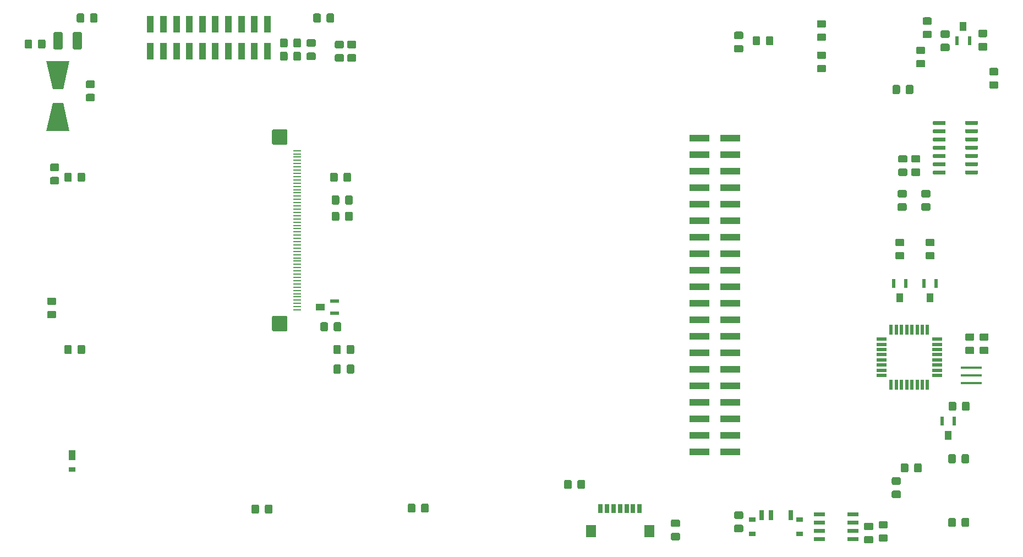
<source format=gbp>
G04 #@! TF.GenerationSoftware,KiCad,Pcbnew,(5.1.5)-3*
G04 #@! TF.CreationDate,2020-07-17T16:25:31-04:00*
G04 #@! TF.ProjectId,CPU,4350552e-6b69-4636-9164-5f7063625858,rev?*
G04 #@! TF.SameCoordinates,Original*
G04 #@! TF.FileFunction,Paste,Bot*
G04 #@! TF.FilePolarity,Positive*
%FSLAX46Y46*%
G04 Gerber Fmt 4.6, Leading zero omitted, Abs format (unit mm)*
G04 Created by KiCad (PCBNEW (5.1.5)-3) date 2020-07-17 16:25:31*
%MOMM*%
%LPD*%
G04 APERTURE LIST*
%ADD10R,1.400000X1.000000*%
%ADD11R,1.400000X0.600000*%
%ADD12C,0.100000*%
%ADD13R,0.700000X1.350000*%
%ADD14R,1.500000X1.900000*%
%ADD15R,1.000000X2.580000*%
%ADD16R,1.100000X0.800000*%
%ADD17R,1.100000X1.500000*%
%ADD18R,3.150000X1.000000*%
%ADD19R,3.200000X0.400000*%
%ADD20R,1.000000X1.400000*%
%ADD21R,0.600000X1.400000*%
%ADD22R,0.700000X1.500000*%
%ADD23R,1.000000X0.800000*%
%ADD24R,1.600000X0.550000*%
%ADD25R,0.550000X1.600000*%
%ADD26R,1.200000X0.275000*%
G04 APERTURE END LIST*
D10*
X78900000Y-94000000D03*
D11*
X81100000Y-94950000D03*
X81100000Y-93050000D03*
D12*
G36*
X81824505Y-99801204D02*
G01*
X81848773Y-99804804D01*
X81872572Y-99810765D01*
X81895671Y-99819030D01*
X81917850Y-99829520D01*
X81938893Y-99842132D01*
X81958599Y-99856747D01*
X81976777Y-99873223D01*
X81993253Y-99891401D01*
X82007868Y-99911107D01*
X82020480Y-99932150D01*
X82030970Y-99954329D01*
X82039235Y-99977428D01*
X82045196Y-100001227D01*
X82048796Y-100025495D01*
X82050000Y-100049999D01*
X82050000Y-100950001D01*
X82048796Y-100974505D01*
X82045196Y-100998773D01*
X82039235Y-101022572D01*
X82030970Y-101045671D01*
X82020480Y-101067850D01*
X82007868Y-101088893D01*
X81993253Y-101108599D01*
X81976777Y-101126777D01*
X81958599Y-101143253D01*
X81938893Y-101157868D01*
X81917850Y-101170480D01*
X81895671Y-101180970D01*
X81872572Y-101189235D01*
X81848773Y-101195196D01*
X81824505Y-101198796D01*
X81800001Y-101200000D01*
X81149999Y-101200000D01*
X81125495Y-101198796D01*
X81101227Y-101195196D01*
X81077428Y-101189235D01*
X81054329Y-101180970D01*
X81032150Y-101170480D01*
X81011107Y-101157868D01*
X80991401Y-101143253D01*
X80973223Y-101126777D01*
X80956747Y-101108599D01*
X80942132Y-101088893D01*
X80929520Y-101067850D01*
X80919030Y-101045671D01*
X80910765Y-101022572D01*
X80904804Y-100998773D01*
X80901204Y-100974505D01*
X80900000Y-100950001D01*
X80900000Y-100049999D01*
X80901204Y-100025495D01*
X80904804Y-100001227D01*
X80910765Y-99977428D01*
X80919030Y-99954329D01*
X80929520Y-99932150D01*
X80942132Y-99911107D01*
X80956747Y-99891401D01*
X80973223Y-99873223D01*
X80991401Y-99856747D01*
X81011107Y-99842132D01*
X81032150Y-99829520D01*
X81054329Y-99819030D01*
X81077428Y-99810765D01*
X81101227Y-99804804D01*
X81125495Y-99801204D01*
X81149999Y-99800000D01*
X81800001Y-99800000D01*
X81824505Y-99801204D01*
G37*
G36*
X83874505Y-99801204D02*
G01*
X83898773Y-99804804D01*
X83922572Y-99810765D01*
X83945671Y-99819030D01*
X83967850Y-99829520D01*
X83988893Y-99842132D01*
X84008599Y-99856747D01*
X84026777Y-99873223D01*
X84043253Y-99891401D01*
X84057868Y-99911107D01*
X84070480Y-99932150D01*
X84080970Y-99954329D01*
X84089235Y-99977428D01*
X84095196Y-100001227D01*
X84098796Y-100025495D01*
X84100000Y-100049999D01*
X84100000Y-100950001D01*
X84098796Y-100974505D01*
X84095196Y-100998773D01*
X84089235Y-101022572D01*
X84080970Y-101045671D01*
X84070480Y-101067850D01*
X84057868Y-101088893D01*
X84043253Y-101108599D01*
X84026777Y-101126777D01*
X84008599Y-101143253D01*
X83988893Y-101157868D01*
X83967850Y-101170480D01*
X83945671Y-101180970D01*
X83922572Y-101189235D01*
X83898773Y-101195196D01*
X83874505Y-101198796D01*
X83850001Y-101200000D01*
X83199999Y-101200000D01*
X83175495Y-101198796D01*
X83151227Y-101195196D01*
X83127428Y-101189235D01*
X83104329Y-101180970D01*
X83082150Y-101170480D01*
X83061107Y-101157868D01*
X83041401Y-101143253D01*
X83023223Y-101126777D01*
X83006747Y-101108599D01*
X82992132Y-101088893D01*
X82979520Y-101067850D01*
X82969030Y-101045671D01*
X82960765Y-101022572D01*
X82954804Y-100998773D01*
X82951204Y-100974505D01*
X82950000Y-100950001D01*
X82950000Y-100049999D01*
X82951204Y-100025495D01*
X82954804Y-100001227D01*
X82960765Y-99977428D01*
X82969030Y-99954329D01*
X82979520Y-99932150D01*
X82992132Y-99911107D01*
X83006747Y-99891401D01*
X83023223Y-99873223D01*
X83041401Y-99856747D01*
X83061107Y-99842132D01*
X83082150Y-99829520D01*
X83104329Y-99819030D01*
X83127428Y-99810765D01*
X83151227Y-99804804D01*
X83175495Y-99801204D01*
X83199999Y-99800000D01*
X83850001Y-99800000D01*
X83874505Y-99801204D01*
G37*
G36*
X83624505Y-76801204D02*
G01*
X83648773Y-76804804D01*
X83672572Y-76810765D01*
X83695671Y-76819030D01*
X83717850Y-76829520D01*
X83738893Y-76842132D01*
X83758599Y-76856747D01*
X83776777Y-76873223D01*
X83793253Y-76891401D01*
X83807868Y-76911107D01*
X83820480Y-76932150D01*
X83830970Y-76954329D01*
X83839235Y-76977428D01*
X83845196Y-77001227D01*
X83848796Y-77025495D01*
X83850000Y-77049999D01*
X83850000Y-77950001D01*
X83848796Y-77974505D01*
X83845196Y-77998773D01*
X83839235Y-78022572D01*
X83830970Y-78045671D01*
X83820480Y-78067850D01*
X83807868Y-78088893D01*
X83793253Y-78108599D01*
X83776777Y-78126777D01*
X83758599Y-78143253D01*
X83738893Y-78157868D01*
X83717850Y-78170480D01*
X83695671Y-78180970D01*
X83672572Y-78189235D01*
X83648773Y-78195196D01*
X83624505Y-78198796D01*
X83600001Y-78200000D01*
X82949999Y-78200000D01*
X82925495Y-78198796D01*
X82901227Y-78195196D01*
X82877428Y-78189235D01*
X82854329Y-78180970D01*
X82832150Y-78170480D01*
X82811107Y-78157868D01*
X82791401Y-78143253D01*
X82773223Y-78126777D01*
X82756747Y-78108599D01*
X82742132Y-78088893D01*
X82729520Y-78067850D01*
X82719030Y-78045671D01*
X82710765Y-78022572D01*
X82704804Y-77998773D01*
X82701204Y-77974505D01*
X82700000Y-77950001D01*
X82700000Y-77049999D01*
X82701204Y-77025495D01*
X82704804Y-77001227D01*
X82710765Y-76977428D01*
X82719030Y-76954329D01*
X82729520Y-76932150D01*
X82742132Y-76911107D01*
X82756747Y-76891401D01*
X82773223Y-76873223D01*
X82791401Y-76856747D01*
X82811107Y-76842132D01*
X82832150Y-76829520D01*
X82854329Y-76819030D01*
X82877428Y-76810765D01*
X82901227Y-76804804D01*
X82925495Y-76801204D01*
X82949999Y-76800000D01*
X83600001Y-76800000D01*
X83624505Y-76801204D01*
G37*
G36*
X81574505Y-76801204D02*
G01*
X81598773Y-76804804D01*
X81622572Y-76810765D01*
X81645671Y-76819030D01*
X81667850Y-76829520D01*
X81688893Y-76842132D01*
X81708599Y-76856747D01*
X81726777Y-76873223D01*
X81743253Y-76891401D01*
X81757868Y-76911107D01*
X81770480Y-76932150D01*
X81780970Y-76954329D01*
X81789235Y-76977428D01*
X81795196Y-77001227D01*
X81798796Y-77025495D01*
X81800000Y-77049999D01*
X81800000Y-77950001D01*
X81798796Y-77974505D01*
X81795196Y-77998773D01*
X81789235Y-78022572D01*
X81780970Y-78045671D01*
X81770480Y-78067850D01*
X81757868Y-78088893D01*
X81743253Y-78108599D01*
X81726777Y-78126777D01*
X81708599Y-78143253D01*
X81688893Y-78157868D01*
X81667850Y-78170480D01*
X81645671Y-78180970D01*
X81622572Y-78189235D01*
X81598773Y-78195196D01*
X81574505Y-78198796D01*
X81550001Y-78200000D01*
X80899999Y-78200000D01*
X80875495Y-78198796D01*
X80851227Y-78195196D01*
X80827428Y-78189235D01*
X80804329Y-78180970D01*
X80782150Y-78170480D01*
X80761107Y-78157868D01*
X80741401Y-78143253D01*
X80723223Y-78126777D01*
X80706747Y-78108599D01*
X80692132Y-78088893D01*
X80679520Y-78067850D01*
X80669030Y-78045671D01*
X80660765Y-78022572D01*
X80654804Y-77998773D01*
X80651204Y-77974505D01*
X80650000Y-77950001D01*
X80650000Y-77049999D01*
X80651204Y-77025495D01*
X80654804Y-77001227D01*
X80660765Y-76977428D01*
X80669030Y-76954329D01*
X80679520Y-76932150D01*
X80692132Y-76911107D01*
X80706747Y-76891401D01*
X80723223Y-76873223D01*
X80741401Y-76856747D01*
X80761107Y-76842132D01*
X80782150Y-76829520D01*
X80804329Y-76819030D01*
X80827428Y-76810765D01*
X80851227Y-76804804D01*
X80875495Y-76801204D01*
X80899999Y-76800000D01*
X81550001Y-76800000D01*
X81574505Y-76801204D01*
G37*
G36*
X143724505Y-127451204D02*
G01*
X143748773Y-127454804D01*
X143772572Y-127460765D01*
X143795671Y-127469030D01*
X143817850Y-127479520D01*
X143838893Y-127492132D01*
X143858599Y-127506747D01*
X143876777Y-127523223D01*
X143893253Y-127541401D01*
X143907868Y-127561107D01*
X143920480Y-127582150D01*
X143930970Y-127604329D01*
X143939235Y-127627428D01*
X143945196Y-127651227D01*
X143948796Y-127675495D01*
X143950000Y-127699999D01*
X143950000Y-128350001D01*
X143948796Y-128374505D01*
X143945196Y-128398773D01*
X143939235Y-128422572D01*
X143930970Y-128445671D01*
X143920480Y-128467850D01*
X143907868Y-128488893D01*
X143893253Y-128508599D01*
X143876777Y-128526777D01*
X143858599Y-128543253D01*
X143838893Y-128557868D01*
X143817850Y-128570480D01*
X143795671Y-128580970D01*
X143772572Y-128589235D01*
X143748773Y-128595196D01*
X143724505Y-128598796D01*
X143700001Y-128600000D01*
X142799999Y-128600000D01*
X142775495Y-128598796D01*
X142751227Y-128595196D01*
X142727428Y-128589235D01*
X142704329Y-128580970D01*
X142682150Y-128570480D01*
X142661107Y-128557868D01*
X142641401Y-128543253D01*
X142623223Y-128526777D01*
X142606747Y-128508599D01*
X142592132Y-128488893D01*
X142579520Y-128467850D01*
X142569030Y-128445671D01*
X142560765Y-128422572D01*
X142554804Y-128398773D01*
X142551204Y-128374505D01*
X142550000Y-128350001D01*
X142550000Y-127699999D01*
X142551204Y-127675495D01*
X142554804Y-127651227D01*
X142560765Y-127627428D01*
X142569030Y-127604329D01*
X142579520Y-127582150D01*
X142592132Y-127561107D01*
X142606747Y-127541401D01*
X142623223Y-127523223D01*
X142641401Y-127506747D01*
X142661107Y-127492132D01*
X142682150Y-127479520D01*
X142704329Y-127469030D01*
X142727428Y-127460765D01*
X142751227Y-127454804D01*
X142775495Y-127451204D01*
X142799999Y-127450000D01*
X143700001Y-127450000D01*
X143724505Y-127451204D01*
G37*
G36*
X143724505Y-125401204D02*
G01*
X143748773Y-125404804D01*
X143772572Y-125410765D01*
X143795671Y-125419030D01*
X143817850Y-125429520D01*
X143838893Y-125442132D01*
X143858599Y-125456747D01*
X143876777Y-125473223D01*
X143893253Y-125491401D01*
X143907868Y-125511107D01*
X143920480Y-125532150D01*
X143930970Y-125554329D01*
X143939235Y-125577428D01*
X143945196Y-125601227D01*
X143948796Y-125625495D01*
X143950000Y-125649999D01*
X143950000Y-126300001D01*
X143948796Y-126324505D01*
X143945196Y-126348773D01*
X143939235Y-126372572D01*
X143930970Y-126395671D01*
X143920480Y-126417850D01*
X143907868Y-126438893D01*
X143893253Y-126458599D01*
X143876777Y-126476777D01*
X143858599Y-126493253D01*
X143838893Y-126507868D01*
X143817850Y-126520480D01*
X143795671Y-126530970D01*
X143772572Y-126539235D01*
X143748773Y-126545196D01*
X143724505Y-126548796D01*
X143700001Y-126550000D01*
X142799999Y-126550000D01*
X142775495Y-126548796D01*
X142751227Y-126545196D01*
X142727428Y-126539235D01*
X142704329Y-126530970D01*
X142682150Y-126520480D01*
X142661107Y-126507868D01*
X142641401Y-126493253D01*
X142623223Y-126476777D01*
X142606747Y-126458599D01*
X142592132Y-126438893D01*
X142579520Y-126417850D01*
X142569030Y-126395671D01*
X142560765Y-126372572D01*
X142554804Y-126348773D01*
X142551204Y-126324505D01*
X142550000Y-126300001D01*
X142550000Y-125649999D01*
X142551204Y-125625495D01*
X142554804Y-125601227D01*
X142560765Y-125577428D01*
X142569030Y-125554329D01*
X142579520Y-125532150D01*
X142592132Y-125511107D01*
X142606747Y-125491401D01*
X142623223Y-125473223D01*
X142641401Y-125456747D01*
X142661107Y-125442132D01*
X142682150Y-125429520D01*
X142704329Y-125419030D01*
X142727428Y-125410765D01*
X142751227Y-125404804D01*
X142775495Y-125401204D01*
X142799999Y-125400000D01*
X143700001Y-125400000D01*
X143724505Y-125401204D01*
G37*
D13*
X125000000Y-125000000D03*
X124000000Y-125000000D03*
X123000000Y-125000000D03*
X122000000Y-125000000D03*
D14*
X129500000Y-128475000D03*
X120500000Y-128475000D03*
D13*
X126000000Y-125000000D03*
X127000000Y-125000000D03*
X128000000Y-125000000D03*
D15*
X52740000Y-50462520D03*
X52740000Y-54632520D03*
X54740000Y-50462520D03*
X54740000Y-54632520D03*
X56740000Y-50462520D03*
X56740000Y-54632520D03*
X58740000Y-50462520D03*
X58740000Y-54632520D03*
X60740000Y-50462520D03*
X60740000Y-54632520D03*
X62740000Y-50462520D03*
X62740000Y-54632520D03*
X64740000Y-50462520D03*
X64740000Y-54632520D03*
X66740000Y-50462520D03*
X66740000Y-54632520D03*
X68740000Y-50462520D03*
X68740000Y-54632520D03*
X70740000Y-50462520D03*
X70740000Y-54632520D03*
D16*
X40700000Y-118960000D03*
D17*
X40700000Y-116786000D03*
D12*
G36*
X71274505Y-124351204D02*
G01*
X71298773Y-124354804D01*
X71322572Y-124360765D01*
X71345671Y-124369030D01*
X71367850Y-124379520D01*
X71388893Y-124392132D01*
X71408599Y-124406747D01*
X71426777Y-124423223D01*
X71443253Y-124441401D01*
X71457868Y-124461107D01*
X71470480Y-124482150D01*
X71480970Y-124504329D01*
X71489235Y-124527428D01*
X71495196Y-124551227D01*
X71498796Y-124575495D01*
X71500000Y-124599999D01*
X71500000Y-125500001D01*
X71498796Y-125524505D01*
X71495196Y-125548773D01*
X71489235Y-125572572D01*
X71480970Y-125595671D01*
X71470480Y-125617850D01*
X71457868Y-125638893D01*
X71443253Y-125658599D01*
X71426777Y-125676777D01*
X71408599Y-125693253D01*
X71388893Y-125707868D01*
X71367850Y-125720480D01*
X71345671Y-125730970D01*
X71322572Y-125739235D01*
X71298773Y-125745196D01*
X71274505Y-125748796D01*
X71250001Y-125750000D01*
X70599999Y-125750000D01*
X70575495Y-125748796D01*
X70551227Y-125745196D01*
X70527428Y-125739235D01*
X70504329Y-125730970D01*
X70482150Y-125720480D01*
X70461107Y-125707868D01*
X70441401Y-125693253D01*
X70423223Y-125676777D01*
X70406747Y-125658599D01*
X70392132Y-125638893D01*
X70379520Y-125617850D01*
X70369030Y-125595671D01*
X70360765Y-125572572D01*
X70354804Y-125548773D01*
X70351204Y-125524505D01*
X70350000Y-125500001D01*
X70350000Y-124599999D01*
X70351204Y-124575495D01*
X70354804Y-124551227D01*
X70360765Y-124527428D01*
X70369030Y-124504329D01*
X70379520Y-124482150D01*
X70392132Y-124461107D01*
X70406747Y-124441401D01*
X70423223Y-124423223D01*
X70441401Y-124406747D01*
X70461107Y-124392132D01*
X70482150Y-124379520D01*
X70504329Y-124369030D01*
X70527428Y-124360765D01*
X70551227Y-124354804D01*
X70575495Y-124351204D01*
X70599999Y-124350000D01*
X71250001Y-124350000D01*
X71274505Y-124351204D01*
G37*
G36*
X69224505Y-124351204D02*
G01*
X69248773Y-124354804D01*
X69272572Y-124360765D01*
X69295671Y-124369030D01*
X69317850Y-124379520D01*
X69338893Y-124392132D01*
X69358599Y-124406747D01*
X69376777Y-124423223D01*
X69393253Y-124441401D01*
X69407868Y-124461107D01*
X69420480Y-124482150D01*
X69430970Y-124504329D01*
X69439235Y-124527428D01*
X69445196Y-124551227D01*
X69448796Y-124575495D01*
X69450000Y-124599999D01*
X69450000Y-125500001D01*
X69448796Y-125524505D01*
X69445196Y-125548773D01*
X69439235Y-125572572D01*
X69430970Y-125595671D01*
X69420480Y-125617850D01*
X69407868Y-125638893D01*
X69393253Y-125658599D01*
X69376777Y-125676777D01*
X69358599Y-125693253D01*
X69338893Y-125707868D01*
X69317850Y-125720480D01*
X69295671Y-125730970D01*
X69272572Y-125739235D01*
X69248773Y-125745196D01*
X69224505Y-125748796D01*
X69200001Y-125750000D01*
X68549999Y-125750000D01*
X68525495Y-125748796D01*
X68501227Y-125745196D01*
X68477428Y-125739235D01*
X68454329Y-125730970D01*
X68432150Y-125720480D01*
X68411107Y-125707868D01*
X68391401Y-125693253D01*
X68373223Y-125676777D01*
X68356747Y-125658599D01*
X68342132Y-125638893D01*
X68329520Y-125617850D01*
X68319030Y-125595671D01*
X68310765Y-125572572D01*
X68304804Y-125548773D01*
X68301204Y-125524505D01*
X68300000Y-125500001D01*
X68300000Y-124599999D01*
X68301204Y-124575495D01*
X68304804Y-124551227D01*
X68310765Y-124527428D01*
X68319030Y-124504329D01*
X68329520Y-124482150D01*
X68342132Y-124461107D01*
X68356747Y-124441401D01*
X68373223Y-124423223D01*
X68391401Y-124406747D01*
X68411107Y-124392132D01*
X68432150Y-124379520D01*
X68454329Y-124369030D01*
X68477428Y-124360765D01*
X68501227Y-124354804D01*
X68525495Y-124351204D01*
X68549999Y-124350000D01*
X69200001Y-124350000D01*
X69224505Y-124351204D01*
G37*
D18*
X141970000Y-67970000D03*
X137230000Y-67970000D03*
X141970000Y-70510000D03*
X137230000Y-70510000D03*
X141970000Y-73050000D03*
X137230000Y-73050000D03*
X141970000Y-75590000D03*
X137230000Y-75590000D03*
X141970000Y-78130000D03*
X137230000Y-78130000D03*
X141970000Y-80670000D03*
X137230000Y-80670000D03*
X141970000Y-83210000D03*
X137230000Y-83210000D03*
X141970000Y-85750000D03*
X137230000Y-85750000D03*
X141970000Y-88290000D03*
X137230000Y-88290000D03*
X141970000Y-90830000D03*
X137230000Y-90830000D03*
X141970000Y-93370000D03*
X137230000Y-93370000D03*
X141970000Y-95910000D03*
X137230000Y-95910000D03*
X141970000Y-98450000D03*
X137230000Y-98450000D03*
X141970000Y-100990000D03*
X137230000Y-100990000D03*
X141970000Y-103530000D03*
X137230000Y-103530000D03*
X141970000Y-106070000D03*
X137230000Y-106070000D03*
X141970000Y-108610000D03*
X137230000Y-108610000D03*
X141970000Y-111150000D03*
X137230000Y-111150000D03*
X141970000Y-113690000D03*
X137230000Y-113690000D03*
X141970000Y-116230000D03*
X137230000Y-116230000D03*
D19*
X179070000Y-103300000D03*
X179070000Y-104500000D03*
X179070000Y-105700000D03*
D12*
G36*
X161564703Y-125545722D02*
G01*
X161579264Y-125547882D01*
X161593543Y-125551459D01*
X161607403Y-125556418D01*
X161620710Y-125562712D01*
X161633336Y-125570280D01*
X161645159Y-125579048D01*
X161656066Y-125588934D01*
X161665952Y-125599841D01*
X161674720Y-125611664D01*
X161682288Y-125624290D01*
X161688582Y-125637597D01*
X161693541Y-125651457D01*
X161697118Y-125665736D01*
X161699278Y-125680297D01*
X161700000Y-125695000D01*
X161700000Y-125995000D01*
X161699278Y-126009703D01*
X161697118Y-126024264D01*
X161693541Y-126038543D01*
X161688582Y-126052403D01*
X161682288Y-126065710D01*
X161674720Y-126078336D01*
X161665952Y-126090159D01*
X161656066Y-126101066D01*
X161645159Y-126110952D01*
X161633336Y-126119720D01*
X161620710Y-126127288D01*
X161607403Y-126133582D01*
X161593543Y-126138541D01*
X161579264Y-126142118D01*
X161564703Y-126144278D01*
X161550000Y-126145000D01*
X160100000Y-126145000D01*
X160085297Y-126144278D01*
X160070736Y-126142118D01*
X160056457Y-126138541D01*
X160042597Y-126133582D01*
X160029290Y-126127288D01*
X160016664Y-126119720D01*
X160004841Y-126110952D01*
X159993934Y-126101066D01*
X159984048Y-126090159D01*
X159975280Y-126078336D01*
X159967712Y-126065710D01*
X159961418Y-126052403D01*
X159956459Y-126038543D01*
X159952882Y-126024264D01*
X159950722Y-126009703D01*
X159950000Y-125995000D01*
X159950000Y-125695000D01*
X159950722Y-125680297D01*
X159952882Y-125665736D01*
X159956459Y-125651457D01*
X159961418Y-125637597D01*
X159967712Y-125624290D01*
X159975280Y-125611664D01*
X159984048Y-125599841D01*
X159993934Y-125588934D01*
X160004841Y-125579048D01*
X160016664Y-125570280D01*
X160029290Y-125562712D01*
X160042597Y-125556418D01*
X160056457Y-125551459D01*
X160070736Y-125547882D01*
X160085297Y-125545722D01*
X160100000Y-125545000D01*
X161550000Y-125545000D01*
X161564703Y-125545722D01*
G37*
G36*
X161564703Y-126815722D02*
G01*
X161579264Y-126817882D01*
X161593543Y-126821459D01*
X161607403Y-126826418D01*
X161620710Y-126832712D01*
X161633336Y-126840280D01*
X161645159Y-126849048D01*
X161656066Y-126858934D01*
X161665952Y-126869841D01*
X161674720Y-126881664D01*
X161682288Y-126894290D01*
X161688582Y-126907597D01*
X161693541Y-126921457D01*
X161697118Y-126935736D01*
X161699278Y-126950297D01*
X161700000Y-126965000D01*
X161700000Y-127265000D01*
X161699278Y-127279703D01*
X161697118Y-127294264D01*
X161693541Y-127308543D01*
X161688582Y-127322403D01*
X161682288Y-127335710D01*
X161674720Y-127348336D01*
X161665952Y-127360159D01*
X161656066Y-127371066D01*
X161645159Y-127380952D01*
X161633336Y-127389720D01*
X161620710Y-127397288D01*
X161607403Y-127403582D01*
X161593543Y-127408541D01*
X161579264Y-127412118D01*
X161564703Y-127414278D01*
X161550000Y-127415000D01*
X160100000Y-127415000D01*
X160085297Y-127414278D01*
X160070736Y-127412118D01*
X160056457Y-127408541D01*
X160042597Y-127403582D01*
X160029290Y-127397288D01*
X160016664Y-127389720D01*
X160004841Y-127380952D01*
X159993934Y-127371066D01*
X159984048Y-127360159D01*
X159975280Y-127348336D01*
X159967712Y-127335710D01*
X159961418Y-127322403D01*
X159956459Y-127308543D01*
X159952882Y-127294264D01*
X159950722Y-127279703D01*
X159950000Y-127265000D01*
X159950000Y-126965000D01*
X159950722Y-126950297D01*
X159952882Y-126935736D01*
X159956459Y-126921457D01*
X159961418Y-126907597D01*
X159967712Y-126894290D01*
X159975280Y-126881664D01*
X159984048Y-126869841D01*
X159993934Y-126858934D01*
X160004841Y-126849048D01*
X160016664Y-126840280D01*
X160029290Y-126832712D01*
X160042597Y-126826418D01*
X160056457Y-126821459D01*
X160070736Y-126817882D01*
X160085297Y-126815722D01*
X160100000Y-126815000D01*
X161550000Y-126815000D01*
X161564703Y-126815722D01*
G37*
G36*
X161564703Y-128085722D02*
G01*
X161579264Y-128087882D01*
X161593543Y-128091459D01*
X161607403Y-128096418D01*
X161620710Y-128102712D01*
X161633336Y-128110280D01*
X161645159Y-128119048D01*
X161656066Y-128128934D01*
X161665952Y-128139841D01*
X161674720Y-128151664D01*
X161682288Y-128164290D01*
X161688582Y-128177597D01*
X161693541Y-128191457D01*
X161697118Y-128205736D01*
X161699278Y-128220297D01*
X161700000Y-128235000D01*
X161700000Y-128535000D01*
X161699278Y-128549703D01*
X161697118Y-128564264D01*
X161693541Y-128578543D01*
X161688582Y-128592403D01*
X161682288Y-128605710D01*
X161674720Y-128618336D01*
X161665952Y-128630159D01*
X161656066Y-128641066D01*
X161645159Y-128650952D01*
X161633336Y-128659720D01*
X161620710Y-128667288D01*
X161607403Y-128673582D01*
X161593543Y-128678541D01*
X161579264Y-128682118D01*
X161564703Y-128684278D01*
X161550000Y-128685000D01*
X160100000Y-128685000D01*
X160085297Y-128684278D01*
X160070736Y-128682118D01*
X160056457Y-128678541D01*
X160042597Y-128673582D01*
X160029290Y-128667288D01*
X160016664Y-128659720D01*
X160004841Y-128650952D01*
X159993934Y-128641066D01*
X159984048Y-128630159D01*
X159975280Y-128618336D01*
X159967712Y-128605710D01*
X159961418Y-128592403D01*
X159956459Y-128578543D01*
X159952882Y-128564264D01*
X159950722Y-128549703D01*
X159950000Y-128535000D01*
X159950000Y-128235000D01*
X159950722Y-128220297D01*
X159952882Y-128205736D01*
X159956459Y-128191457D01*
X159961418Y-128177597D01*
X159967712Y-128164290D01*
X159975280Y-128151664D01*
X159984048Y-128139841D01*
X159993934Y-128128934D01*
X160004841Y-128119048D01*
X160016664Y-128110280D01*
X160029290Y-128102712D01*
X160042597Y-128096418D01*
X160056457Y-128091459D01*
X160070736Y-128087882D01*
X160085297Y-128085722D01*
X160100000Y-128085000D01*
X161550000Y-128085000D01*
X161564703Y-128085722D01*
G37*
G36*
X161564703Y-129355722D02*
G01*
X161579264Y-129357882D01*
X161593543Y-129361459D01*
X161607403Y-129366418D01*
X161620710Y-129372712D01*
X161633336Y-129380280D01*
X161645159Y-129389048D01*
X161656066Y-129398934D01*
X161665952Y-129409841D01*
X161674720Y-129421664D01*
X161682288Y-129434290D01*
X161688582Y-129447597D01*
X161693541Y-129461457D01*
X161697118Y-129475736D01*
X161699278Y-129490297D01*
X161700000Y-129505000D01*
X161700000Y-129805000D01*
X161699278Y-129819703D01*
X161697118Y-129834264D01*
X161693541Y-129848543D01*
X161688582Y-129862403D01*
X161682288Y-129875710D01*
X161674720Y-129888336D01*
X161665952Y-129900159D01*
X161656066Y-129911066D01*
X161645159Y-129920952D01*
X161633336Y-129929720D01*
X161620710Y-129937288D01*
X161607403Y-129943582D01*
X161593543Y-129948541D01*
X161579264Y-129952118D01*
X161564703Y-129954278D01*
X161550000Y-129955000D01*
X160100000Y-129955000D01*
X160085297Y-129954278D01*
X160070736Y-129952118D01*
X160056457Y-129948541D01*
X160042597Y-129943582D01*
X160029290Y-129937288D01*
X160016664Y-129929720D01*
X160004841Y-129920952D01*
X159993934Y-129911066D01*
X159984048Y-129900159D01*
X159975280Y-129888336D01*
X159967712Y-129875710D01*
X159961418Y-129862403D01*
X159956459Y-129848543D01*
X159952882Y-129834264D01*
X159950722Y-129819703D01*
X159950000Y-129805000D01*
X159950000Y-129505000D01*
X159950722Y-129490297D01*
X159952882Y-129475736D01*
X159956459Y-129461457D01*
X159961418Y-129447597D01*
X159967712Y-129434290D01*
X159975280Y-129421664D01*
X159984048Y-129409841D01*
X159993934Y-129398934D01*
X160004841Y-129389048D01*
X160016664Y-129380280D01*
X160029290Y-129372712D01*
X160042597Y-129366418D01*
X160056457Y-129361459D01*
X160070736Y-129357882D01*
X160085297Y-129355722D01*
X160100000Y-129355000D01*
X161550000Y-129355000D01*
X161564703Y-129355722D01*
G37*
G36*
X156414703Y-129355722D02*
G01*
X156429264Y-129357882D01*
X156443543Y-129361459D01*
X156457403Y-129366418D01*
X156470710Y-129372712D01*
X156483336Y-129380280D01*
X156495159Y-129389048D01*
X156506066Y-129398934D01*
X156515952Y-129409841D01*
X156524720Y-129421664D01*
X156532288Y-129434290D01*
X156538582Y-129447597D01*
X156543541Y-129461457D01*
X156547118Y-129475736D01*
X156549278Y-129490297D01*
X156550000Y-129505000D01*
X156550000Y-129805000D01*
X156549278Y-129819703D01*
X156547118Y-129834264D01*
X156543541Y-129848543D01*
X156538582Y-129862403D01*
X156532288Y-129875710D01*
X156524720Y-129888336D01*
X156515952Y-129900159D01*
X156506066Y-129911066D01*
X156495159Y-129920952D01*
X156483336Y-129929720D01*
X156470710Y-129937288D01*
X156457403Y-129943582D01*
X156443543Y-129948541D01*
X156429264Y-129952118D01*
X156414703Y-129954278D01*
X156400000Y-129955000D01*
X154950000Y-129955000D01*
X154935297Y-129954278D01*
X154920736Y-129952118D01*
X154906457Y-129948541D01*
X154892597Y-129943582D01*
X154879290Y-129937288D01*
X154866664Y-129929720D01*
X154854841Y-129920952D01*
X154843934Y-129911066D01*
X154834048Y-129900159D01*
X154825280Y-129888336D01*
X154817712Y-129875710D01*
X154811418Y-129862403D01*
X154806459Y-129848543D01*
X154802882Y-129834264D01*
X154800722Y-129819703D01*
X154800000Y-129805000D01*
X154800000Y-129505000D01*
X154800722Y-129490297D01*
X154802882Y-129475736D01*
X154806459Y-129461457D01*
X154811418Y-129447597D01*
X154817712Y-129434290D01*
X154825280Y-129421664D01*
X154834048Y-129409841D01*
X154843934Y-129398934D01*
X154854841Y-129389048D01*
X154866664Y-129380280D01*
X154879290Y-129372712D01*
X154892597Y-129366418D01*
X154906457Y-129361459D01*
X154920736Y-129357882D01*
X154935297Y-129355722D01*
X154950000Y-129355000D01*
X156400000Y-129355000D01*
X156414703Y-129355722D01*
G37*
G36*
X156414703Y-128085722D02*
G01*
X156429264Y-128087882D01*
X156443543Y-128091459D01*
X156457403Y-128096418D01*
X156470710Y-128102712D01*
X156483336Y-128110280D01*
X156495159Y-128119048D01*
X156506066Y-128128934D01*
X156515952Y-128139841D01*
X156524720Y-128151664D01*
X156532288Y-128164290D01*
X156538582Y-128177597D01*
X156543541Y-128191457D01*
X156547118Y-128205736D01*
X156549278Y-128220297D01*
X156550000Y-128235000D01*
X156550000Y-128535000D01*
X156549278Y-128549703D01*
X156547118Y-128564264D01*
X156543541Y-128578543D01*
X156538582Y-128592403D01*
X156532288Y-128605710D01*
X156524720Y-128618336D01*
X156515952Y-128630159D01*
X156506066Y-128641066D01*
X156495159Y-128650952D01*
X156483336Y-128659720D01*
X156470710Y-128667288D01*
X156457403Y-128673582D01*
X156443543Y-128678541D01*
X156429264Y-128682118D01*
X156414703Y-128684278D01*
X156400000Y-128685000D01*
X154950000Y-128685000D01*
X154935297Y-128684278D01*
X154920736Y-128682118D01*
X154906457Y-128678541D01*
X154892597Y-128673582D01*
X154879290Y-128667288D01*
X154866664Y-128659720D01*
X154854841Y-128650952D01*
X154843934Y-128641066D01*
X154834048Y-128630159D01*
X154825280Y-128618336D01*
X154817712Y-128605710D01*
X154811418Y-128592403D01*
X154806459Y-128578543D01*
X154802882Y-128564264D01*
X154800722Y-128549703D01*
X154800000Y-128535000D01*
X154800000Y-128235000D01*
X154800722Y-128220297D01*
X154802882Y-128205736D01*
X154806459Y-128191457D01*
X154811418Y-128177597D01*
X154817712Y-128164290D01*
X154825280Y-128151664D01*
X154834048Y-128139841D01*
X154843934Y-128128934D01*
X154854841Y-128119048D01*
X154866664Y-128110280D01*
X154879290Y-128102712D01*
X154892597Y-128096418D01*
X154906457Y-128091459D01*
X154920736Y-128087882D01*
X154935297Y-128085722D01*
X154950000Y-128085000D01*
X156400000Y-128085000D01*
X156414703Y-128085722D01*
G37*
G36*
X156414703Y-126815722D02*
G01*
X156429264Y-126817882D01*
X156443543Y-126821459D01*
X156457403Y-126826418D01*
X156470710Y-126832712D01*
X156483336Y-126840280D01*
X156495159Y-126849048D01*
X156506066Y-126858934D01*
X156515952Y-126869841D01*
X156524720Y-126881664D01*
X156532288Y-126894290D01*
X156538582Y-126907597D01*
X156543541Y-126921457D01*
X156547118Y-126935736D01*
X156549278Y-126950297D01*
X156550000Y-126965000D01*
X156550000Y-127265000D01*
X156549278Y-127279703D01*
X156547118Y-127294264D01*
X156543541Y-127308543D01*
X156538582Y-127322403D01*
X156532288Y-127335710D01*
X156524720Y-127348336D01*
X156515952Y-127360159D01*
X156506066Y-127371066D01*
X156495159Y-127380952D01*
X156483336Y-127389720D01*
X156470710Y-127397288D01*
X156457403Y-127403582D01*
X156443543Y-127408541D01*
X156429264Y-127412118D01*
X156414703Y-127414278D01*
X156400000Y-127415000D01*
X154950000Y-127415000D01*
X154935297Y-127414278D01*
X154920736Y-127412118D01*
X154906457Y-127408541D01*
X154892597Y-127403582D01*
X154879290Y-127397288D01*
X154866664Y-127389720D01*
X154854841Y-127380952D01*
X154843934Y-127371066D01*
X154834048Y-127360159D01*
X154825280Y-127348336D01*
X154817712Y-127335710D01*
X154811418Y-127322403D01*
X154806459Y-127308543D01*
X154802882Y-127294264D01*
X154800722Y-127279703D01*
X154800000Y-127265000D01*
X154800000Y-126965000D01*
X154800722Y-126950297D01*
X154802882Y-126935736D01*
X154806459Y-126921457D01*
X154811418Y-126907597D01*
X154817712Y-126894290D01*
X154825280Y-126881664D01*
X154834048Y-126869841D01*
X154843934Y-126858934D01*
X154854841Y-126849048D01*
X154866664Y-126840280D01*
X154879290Y-126832712D01*
X154892597Y-126826418D01*
X154906457Y-126821459D01*
X154920736Y-126817882D01*
X154935297Y-126815722D01*
X154950000Y-126815000D01*
X156400000Y-126815000D01*
X156414703Y-126815722D01*
G37*
G36*
X156414703Y-125545722D02*
G01*
X156429264Y-125547882D01*
X156443543Y-125551459D01*
X156457403Y-125556418D01*
X156470710Y-125562712D01*
X156483336Y-125570280D01*
X156495159Y-125579048D01*
X156506066Y-125588934D01*
X156515952Y-125599841D01*
X156524720Y-125611664D01*
X156532288Y-125624290D01*
X156538582Y-125637597D01*
X156543541Y-125651457D01*
X156547118Y-125665736D01*
X156549278Y-125680297D01*
X156550000Y-125695000D01*
X156550000Y-125995000D01*
X156549278Y-126009703D01*
X156547118Y-126024264D01*
X156543541Y-126038543D01*
X156538582Y-126052403D01*
X156532288Y-126065710D01*
X156524720Y-126078336D01*
X156515952Y-126090159D01*
X156506066Y-126101066D01*
X156495159Y-126110952D01*
X156483336Y-126119720D01*
X156470710Y-126127288D01*
X156457403Y-126133582D01*
X156443543Y-126138541D01*
X156429264Y-126142118D01*
X156414703Y-126144278D01*
X156400000Y-126145000D01*
X154950000Y-126145000D01*
X154935297Y-126144278D01*
X154920736Y-126142118D01*
X154906457Y-126138541D01*
X154892597Y-126133582D01*
X154879290Y-126127288D01*
X154866664Y-126119720D01*
X154854841Y-126110952D01*
X154843934Y-126101066D01*
X154834048Y-126090159D01*
X154825280Y-126078336D01*
X154817712Y-126065710D01*
X154811418Y-126052403D01*
X154806459Y-126038543D01*
X154802882Y-126024264D01*
X154800722Y-126009703D01*
X154800000Y-125995000D01*
X154800000Y-125695000D01*
X154800722Y-125680297D01*
X154802882Y-125665736D01*
X154806459Y-125651457D01*
X154811418Y-125637597D01*
X154817712Y-125624290D01*
X154825280Y-125611664D01*
X154834048Y-125599841D01*
X154843934Y-125588934D01*
X154854841Y-125579048D01*
X154866664Y-125570280D01*
X154879290Y-125562712D01*
X154892597Y-125556418D01*
X154906457Y-125551459D01*
X154920736Y-125547882D01*
X154935297Y-125545722D01*
X154950000Y-125545000D01*
X156400000Y-125545000D01*
X156414703Y-125545722D01*
G37*
G36*
X168974505Y-72651204D02*
G01*
X168998773Y-72654804D01*
X169022572Y-72660765D01*
X169045671Y-72669030D01*
X169067850Y-72679520D01*
X169088893Y-72692132D01*
X169108599Y-72706747D01*
X169126777Y-72723223D01*
X169143253Y-72741401D01*
X169157868Y-72761107D01*
X169170480Y-72782150D01*
X169180970Y-72804329D01*
X169189235Y-72827428D01*
X169195196Y-72851227D01*
X169198796Y-72875495D01*
X169200000Y-72899999D01*
X169200000Y-73550001D01*
X169198796Y-73574505D01*
X169195196Y-73598773D01*
X169189235Y-73622572D01*
X169180970Y-73645671D01*
X169170480Y-73667850D01*
X169157868Y-73688893D01*
X169143253Y-73708599D01*
X169126777Y-73726777D01*
X169108599Y-73743253D01*
X169088893Y-73757868D01*
X169067850Y-73770480D01*
X169045671Y-73780970D01*
X169022572Y-73789235D01*
X168998773Y-73795196D01*
X168974505Y-73798796D01*
X168950001Y-73800000D01*
X168049999Y-73800000D01*
X168025495Y-73798796D01*
X168001227Y-73795196D01*
X167977428Y-73789235D01*
X167954329Y-73780970D01*
X167932150Y-73770480D01*
X167911107Y-73757868D01*
X167891401Y-73743253D01*
X167873223Y-73726777D01*
X167856747Y-73708599D01*
X167842132Y-73688893D01*
X167829520Y-73667850D01*
X167819030Y-73645671D01*
X167810765Y-73622572D01*
X167804804Y-73598773D01*
X167801204Y-73574505D01*
X167800000Y-73550001D01*
X167800000Y-72899999D01*
X167801204Y-72875495D01*
X167804804Y-72851227D01*
X167810765Y-72827428D01*
X167819030Y-72804329D01*
X167829520Y-72782150D01*
X167842132Y-72761107D01*
X167856747Y-72741401D01*
X167873223Y-72723223D01*
X167891401Y-72706747D01*
X167911107Y-72692132D01*
X167932150Y-72679520D01*
X167954329Y-72669030D01*
X167977428Y-72660765D01*
X168001227Y-72654804D01*
X168025495Y-72651204D01*
X168049999Y-72650000D01*
X168950001Y-72650000D01*
X168974505Y-72651204D01*
G37*
G36*
X168974505Y-70601204D02*
G01*
X168998773Y-70604804D01*
X169022572Y-70610765D01*
X169045671Y-70619030D01*
X169067850Y-70629520D01*
X169088893Y-70642132D01*
X169108599Y-70656747D01*
X169126777Y-70673223D01*
X169143253Y-70691401D01*
X169157868Y-70711107D01*
X169170480Y-70732150D01*
X169180970Y-70754329D01*
X169189235Y-70777428D01*
X169195196Y-70801227D01*
X169198796Y-70825495D01*
X169200000Y-70849999D01*
X169200000Y-71500001D01*
X169198796Y-71524505D01*
X169195196Y-71548773D01*
X169189235Y-71572572D01*
X169180970Y-71595671D01*
X169170480Y-71617850D01*
X169157868Y-71638893D01*
X169143253Y-71658599D01*
X169126777Y-71676777D01*
X169108599Y-71693253D01*
X169088893Y-71707868D01*
X169067850Y-71720480D01*
X169045671Y-71730970D01*
X169022572Y-71739235D01*
X168998773Y-71745196D01*
X168974505Y-71748796D01*
X168950001Y-71750000D01*
X168049999Y-71750000D01*
X168025495Y-71748796D01*
X168001227Y-71745196D01*
X167977428Y-71739235D01*
X167954329Y-71730970D01*
X167932150Y-71720480D01*
X167911107Y-71707868D01*
X167891401Y-71693253D01*
X167873223Y-71676777D01*
X167856747Y-71658599D01*
X167842132Y-71638893D01*
X167829520Y-71617850D01*
X167819030Y-71595671D01*
X167810765Y-71572572D01*
X167804804Y-71548773D01*
X167801204Y-71524505D01*
X167800000Y-71500001D01*
X167800000Y-70849999D01*
X167801204Y-70825495D01*
X167804804Y-70801227D01*
X167810765Y-70777428D01*
X167819030Y-70754329D01*
X167829520Y-70732150D01*
X167842132Y-70711107D01*
X167856747Y-70691401D01*
X167873223Y-70673223D01*
X167891401Y-70656747D01*
X167911107Y-70642132D01*
X167932150Y-70629520D01*
X167954329Y-70619030D01*
X167977428Y-70610765D01*
X168001227Y-70604804D01*
X168025495Y-70601204D01*
X168049999Y-70600000D01*
X168950001Y-70600000D01*
X168974505Y-70601204D01*
G37*
G36*
X170974505Y-70601204D02*
G01*
X170998773Y-70604804D01*
X171022572Y-70610765D01*
X171045671Y-70619030D01*
X171067850Y-70629520D01*
X171088893Y-70642132D01*
X171108599Y-70656747D01*
X171126777Y-70673223D01*
X171143253Y-70691401D01*
X171157868Y-70711107D01*
X171170480Y-70732150D01*
X171180970Y-70754329D01*
X171189235Y-70777428D01*
X171195196Y-70801227D01*
X171198796Y-70825495D01*
X171200000Y-70849999D01*
X171200000Y-71500001D01*
X171198796Y-71524505D01*
X171195196Y-71548773D01*
X171189235Y-71572572D01*
X171180970Y-71595671D01*
X171170480Y-71617850D01*
X171157868Y-71638893D01*
X171143253Y-71658599D01*
X171126777Y-71676777D01*
X171108599Y-71693253D01*
X171088893Y-71707868D01*
X171067850Y-71720480D01*
X171045671Y-71730970D01*
X171022572Y-71739235D01*
X170998773Y-71745196D01*
X170974505Y-71748796D01*
X170950001Y-71750000D01*
X170049999Y-71750000D01*
X170025495Y-71748796D01*
X170001227Y-71745196D01*
X169977428Y-71739235D01*
X169954329Y-71730970D01*
X169932150Y-71720480D01*
X169911107Y-71707868D01*
X169891401Y-71693253D01*
X169873223Y-71676777D01*
X169856747Y-71658599D01*
X169842132Y-71638893D01*
X169829520Y-71617850D01*
X169819030Y-71595671D01*
X169810765Y-71572572D01*
X169804804Y-71548773D01*
X169801204Y-71524505D01*
X169800000Y-71500001D01*
X169800000Y-70849999D01*
X169801204Y-70825495D01*
X169804804Y-70801227D01*
X169810765Y-70777428D01*
X169819030Y-70754329D01*
X169829520Y-70732150D01*
X169842132Y-70711107D01*
X169856747Y-70691401D01*
X169873223Y-70673223D01*
X169891401Y-70656747D01*
X169911107Y-70642132D01*
X169932150Y-70629520D01*
X169954329Y-70619030D01*
X169977428Y-70610765D01*
X170001227Y-70604804D01*
X170025495Y-70601204D01*
X170049999Y-70600000D01*
X170950001Y-70600000D01*
X170974505Y-70601204D01*
G37*
G36*
X170974505Y-72651204D02*
G01*
X170998773Y-72654804D01*
X171022572Y-72660765D01*
X171045671Y-72669030D01*
X171067850Y-72679520D01*
X171088893Y-72692132D01*
X171108599Y-72706747D01*
X171126777Y-72723223D01*
X171143253Y-72741401D01*
X171157868Y-72761107D01*
X171170480Y-72782150D01*
X171180970Y-72804329D01*
X171189235Y-72827428D01*
X171195196Y-72851227D01*
X171198796Y-72875495D01*
X171200000Y-72899999D01*
X171200000Y-73550001D01*
X171198796Y-73574505D01*
X171195196Y-73598773D01*
X171189235Y-73622572D01*
X171180970Y-73645671D01*
X171170480Y-73667850D01*
X171157868Y-73688893D01*
X171143253Y-73708599D01*
X171126777Y-73726777D01*
X171108599Y-73743253D01*
X171088893Y-73757868D01*
X171067850Y-73770480D01*
X171045671Y-73780970D01*
X171022572Y-73789235D01*
X170998773Y-73795196D01*
X170974505Y-73798796D01*
X170950001Y-73800000D01*
X170049999Y-73800000D01*
X170025495Y-73798796D01*
X170001227Y-73795196D01*
X169977428Y-73789235D01*
X169954329Y-73780970D01*
X169932150Y-73770480D01*
X169911107Y-73757868D01*
X169891401Y-73743253D01*
X169873223Y-73726777D01*
X169856747Y-73708599D01*
X169842132Y-73688893D01*
X169829520Y-73667850D01*
X169819030Y-73645671D01*
X169810765Y-73622572D01*
X169804804Y-73598773D01*
X169801204Y-73574505D01*
X169800000Y-73550001D01*
X169800000Y-72899999D01*
X169801204Y-72875495D01*
X169804804Y-72851227D01*
X169810765Y-72827428D01*
X169819030Y-72804329D01*
X169829520Y-72782150D01*
X169842132Y-72761107D01*
X169856747Y-72741401D01*
X169873223Y-72723223D01*
X169891401Y-72706747D01*
X169911107Y-72692132D01*
X169932150Y-72679520D01*
X169954329Y-72669030D01*
X169977428Y-72660765D01*
X170001227Y-72654804D01*
X170025495Y-72651204D01*
X170049999Y-72650000D01*
X170950001Y-72650000D01*
X170974505Y-72651204D01*
G37*
G36*
X175474505Y-53451204D02*
G01*
X175498773Y-53454804D01*
X175522572Y-53460765D01*
X175545671Y-53469030D01*
X175567850Y-53479520D01*
X175588893Y-53492132D01*
X175608599Y-53506747D01*
X175626777Y-53523223D01*
X175643253Y-53541401D01*
X175657868Y-53561107D01*
X175670480Y-53582150D01*
X175680970Y-53604329D01*
X175689235Y-53627428D01*
X175695196Y-53651227D01*
X175698796Y-53675495D01*
X175700000Y-53699999D01*
X175700000Y-54350001D01*
X175698796Y-54374505D01*
X175695196Y-54398773D01*
X175689235Y-54422572D01*
X175680970Y-54445671D01*
X175670480Y-54467850D01*
X175657868Y-54488893D01*
X175643253Y-54508599D01*
X175626777Y-54526777D01*
X175608599Y-54543253D01*
X175588893Y-54557868D01*
X175567850Y-54570480D01*
X175545671Y-54580970D01*
X175522572Y-54589235D01*
X175498773Y-54595196D01*
X175474505Y-54598796D01*
X175450001Y-54600000D01*
X174549999Y-54600000D01*
X174525495Y-54598796D01*
X174501227Y-54595196D01*
X174477428Y-54589235D01*
X174454329Y-54580970D01*
X174432150Y-54570480D01*
X174411107Y-54557868D01*
X174391401Y-54543253D01*
X174373223Y-54526777D01*
X174356747Y-54508599D01*
X174342132Y-54488893D01*
X174329520Y-54467850D01*
X174319030Y-54445671D01*
X174310765Y-54422572D01*
X174304804Y-54398773D01*
X174301204Y-54374505D01*
X174300000Y-54350001D01*
X174300000Y-53699999D01*
X174301204Y-53675495D01*
X174304804Y-53651227D01*
X174310765Y-53627428D01*
X174319030Y-53604329D01*
X174329520Y-53582150D01*
X174342132Y-53561107D01*
X174356747Y-53541401D01*
X174373223Y-53523223D01*
X174391401Y-53506747D01*
X174411107Y-53492132D01*
X174432150Y-53479520D01*
X174454329Y-53469030D01*
X174477428Y-53460765D01*
X174501227Y-53454804D01*
X174525495Y-53451204D01*
X174549999Y-53450000D01*
X175450001Y-53450000D01*
X175474505Y-53451204D01*
G37*
G36*
X175474505Y-51401204D02*
G01*
X175498773Y-51404804D01*
X175522572Y-51410765D01*
X175545671Y-51419030D01*
X175567850Y-51429520D01*
X175588893Y-51442132D01*
X175608599Y-51456747D01*
X175626777Y-51473223D01*
X175643253Y-51491401D01*
X175657868Y-51511107D01*
X175670480Y-51532150D01*
X175680970Y-51554329D01*
X175689235Y-51577428D01*
X175695196Y-51601227D01*
X175698796Y-51625495D01*
X175700000Y-51649999D01*
X175700000Y-52300001D01*
X175698796Y-52324505D01*
X175695196Y-52348773D01*
X175689235Y-52372572D01*
X175680970Y-52395671D01*
X175670480Y-52417850D01*
X175657868Y-52438893D01*
X175643253Y-52458599D01*
X175626777Y-52476777D01*
X175608599Y-52493253D01*
X175588893Y-52507868D01*
X175567850Y-52520480D01*
X175545671Y-52530970D01*
X175522572Y-52539235D01*
X175498773Y-52545196D01*
X175474505Y-52548796D01*
X175450001Y-52550000D01*
X174549999Y-52550000D01*
X174525495Y-52548796D01*
X174501227Y-52545196D01*
X174477428Y-52539235D01*
X174454329Y-52530970D01*
X174432150Y-52520480D01*
X174411107Y-52507868D01*
X174391401Y-52493253D01*
X174373223Y-52476777D01*
X174356747Y-52458599D01*
X174342132Y-52438893D01*
X174329520Y-52417850D01*
X174319030Y-52395671D01*
X174310765Y-52372572D01*
X174304804Y-52348773D01*
X174301204Y-52324505D01*
X174300000Y-52300001D01*
X174300000Y-51649999D01*
X174301204Y-51625495D01*
X174304804Y-51601227D01*
X174310765Y-51577428D01*
X174319030Y-51554329D01*
X174329520Y-51532150D01*
X174342132Y-51511107D01*
X174356747Y-51491401D01*
X174373223Y-51473223D01*
X174391401Y-51456747D01*
X174411107Y-51442132D01*
X174432150Y-51429520D01*
X174454329Y-51419030D01*
X174477428Y-51410765D01*
X174501227Y-51404804D01*
X174525495Y-51401204D01*
X174549999Y-51400000D01*
X175450001Y-51400000D01*
X175474505Y-51401204D01*
G37*
D20*
X175500000Y-113700000D03*
D21*
X176450000Y-111500000D03*
X174550000Y-111500000D03*
D12*
G36*
X34324505Y-52801204D02*
G01*
X34348773Y-52804804D01*
X34372572Y-52810765D01*
X34395671Y-52819030D01*
X34417850Y-52829520D01*
X34438893Y-52842132D01*
X34458599Y-52856747D01*
X34476777Y-52873223D01*
X34493253Y-52891401D01*
X34507868Y-52911107D01*
X34520480Y-52932150D01*
X34530970Y-52954329D01*
X34539235Y-52977428D01*
X34545196Y-53001227D01*
X34548796Y-53025495D01*
X34550000Y-53049999D01*
X34550000Y-53950001D01*
X34548796Y-53974505D01*
X34545196Y-53998773D01*
X34539235Y-54022572D01*
X34530970Y-54045671D01*
X34520480Y-54067850D01*
X34507868Y-54088893D01*
X34493253Y-54108599D01*
X34476777Y-54126777D01*
X34458599Y-54143253D01*
X34438893Y-54157868D01*
X34417850Y-54170480D01*
X34395671Y-54180970D01*
X34372572Y-54189235D01*
X34348773Y-54195196D01*
X34324505Y-54198796D01*
X34300001Y-54200000D01*
X33649999Y-54200000D01*
X33625495Y-54198796D01*
X33601227Y-54195196D01*
X33577428Y-54189235D01*
X33554329Y-54180970D01*
X33532150Y-54170480D01*
X33511107Y-54157868D01*
X33491401Y-54143253D01*
X33473223Y-54126777D01*
X33456747Y-54108599D01*
X33442132Y-54088893D01*
X33429520Y-54067850D01*
X33419030Y-54045671D01*
X33410765Y-54022572D01*
X33404804Y-53998773D01*
X33401204Y-53974505D01*
X33400000Y-53950001D01*
X33400000Y-53049999D01*
X33401204Y-53025495D01*
X33404804Y-53001227D01*
X33410765Y-52977428D01*
X33419030Y-52954329D01*
X33429520Y-52932150D01*
X33442132Y-52911107D01*
X33456747Y-52891401D01*
X33473223Y-52873223D01*
X33491401Y-52856747D01*
X33511107Y-52842132D01*
X33532150Y-52829520D01*
X33554329Y-52819030D01*
X33577428Y-52810765D01*
X33601227Y-52804804D01*
X33625495Y-52801204D01*
X33649999Y-52800000D01*
X34300001Y-52800000D01*
X34324505Y-52801204D01*
G37*
G36*
X36374505Y-52801204D02*
G01*
X36398773Y-52804804D01*
X36422572Y-52810765D01*
X36445671Y-52819030D01*
X36467850Y-52829520D01*
X36488893Y-52842132D01*
X36508599Y-52856747D01*
X36526777Y-52873223D01*
X36543253Y-52891401D01*
X36557868Y-52911107D01*
X36570480Y-52932150D01*
X36580970Y-52954329D01*
X36589235Y-52977428D01*
X36595196Y-53001227D01*
X36598796Y-53025495D01*
X36600000Y-53049999D01*
X36600000Y-53950001D01*
X36598796Y-53974505D01*
X36595196Y-53998773D01*
X36589235Y-54022572D01*
X36580970Y-54045671D01*
X36570480Y-54067850D01*
X36557868Y-54088893D01*
X36543253Y-54108599D01*
X36526777Y-54126777D01*
X36508599Y-54143253D01*
X36488893Y-54157868D01*
X36467850Y-54170480D01*
X36445671Y-54180970D01*
X36422572Y-54189235D01*
X36398773Y-54195196D01*
X36374505Y-54198796D01*
X36350001Y-54200000D01*
X35699999Y-54200000D01*
X35675495Y-54198796D01*
X35651227Y-54195196D01*
X35627428Y-54189235D01*
X35604329Y-54180970D01*
X35582150Y-54170480D01*
X35561107Y-54157868D01*
X35541401Y-54143253D01*
X35523223Y-54126777D01*
X35506747Y-54108599D01*
X35492132Y-54088893D01*
X35479520Y-54067850D01*
X35469030Y-54045671D01*
X35460765Y-54022572D01*
X35454804Y-53998773D01*
X35451204Y-53974505D01*
X35450000Y-53950001D01*
X35450000Y-53049999D01*
X35451204Y-53025495D01*
X35454804Y-53001227D01*
X35460765Y-52977428D01*
X35469030Y-52954329D01*
X35479520Y-52932150D01*
X35492132Y-52911107D01*
X35506747Y-52891401D01*
X35523223Y-52873223D01*
X35541401Y-52856747D01*
X35561107Y-52842132D01*
X35582150Y-52829520D01*
X35604329Y-52819030D01*
X35627428Y-52810765D01*
X35651227Y-52804804D01*
X35675495Y-52801204D01*
X35699999Y-52800000D01*
X36350001Y-52800000D01*
X36374505Y-52801204D01*
G37*
G36*
X38474505Y-71901204D02*
G01*
X38498773Y-71904804D01*
X38522572Y-71910765D01*
X38545671Y-71919030D01*
X38567850Y-71929520D01*
X38588893Y-71942132D01*
X38608599Y-71956747D01*
X38626777Y-71973223D01*
X38643253Y-71991401D01*
X38657868Y-72011107D01*
X38670480Y-72032150D01*
X38680970Y-72054329D01*
X38689235Y-72077428D01*
X38695196Y-72101227D01*
X38698796Y-72125495D01*
X38700000Y-72149999D01*
X38700000Y-72800001D01*
X38698796Y-72824505D01*
X38695196Y-72848773D01*
X38689235Y-72872572D01*
X38680970Y-72895671D01*
X38670480Y-72917850D01*
X38657868Y-72938893D01*
X38643253Y-72958599D01*
X38626777Y-72976777D01*
X38608599Y-72993253D01*
X38588893Y-73007868D01*
X38567850Y-73020480D01*
X38545671Y-73030970D01*
X38522572Y-73039235D01*
X38498773Y-73045196D01*
X38474505Y-73048796D01*
X38450001Y-73050000D01*
X37549999Y-73050000D01*
X37525495Y-73048796D01*
X37501227Y-73045196D01*
X37477428Y-73039235D01*
X37454329Y-73030970D01*
X37432150Y-73020480D01*
X37411107Y-73007868D01*
X37391401Y-72993253D01*
X37373223Y-72976777D01*
X37356747Y-72958599D01*
X37342132Y-72938893D01*
X37329520Y-72917850D01*
X37319030Y-72895671D01*
X37310765Y-72872572D01*
X37304804Y-72848773D01*
X37301204Y-72824505D01*
X37300000Y-72800001D01*
X37300000Y-72149999D01*
X37301204Y-72125495D01*
X37304804Y-72101227D01*
X37310765Y-72077428D01*
X37319030Y-72054329D01*
X37329520Y-72032150D01*
X37342132Y-72011107D01*
X37356747Y-71991401D01*
X37373223Y-71973223D01*
X37391401Y-71956747D01*
X37411107Y-71942132D01*
X37432150Y-71929520D01*
X37454329Y-71919030D01*
X37477428Y-71910765D01*
X37501227Y-71904804D01*
X37525495Y-71901204D01*
X37549999Y-71900000D01*
X38450001Y-71900000D01*
X38474505Y-71901204D01*
G37*
G36*
X38474505Y-73951204D02*
G01*
X38498773Y-73954804D01*
X38522572Y-73960765D01*
X38545671Y-73969030D01*
X38567850Y-73979520D01*
X38588893Y-73992132D01*
X38608599Y-74006747D01*
X38626777Y-74023223D01*
X38643253Y-74041401D01*
X38657868Y-74061107D01*
X38670480Y-74082150D01*
X38680970Y-74104329D01*
X38689235Y-74127428D01*
X38695196Y-74151227D01*
X38698796Y-74175495D01*
X38700000Y-74199999D01*
X38700000Y-74850001D01*
X38698796Y-74874505D01*
X38695196Y-74898773D01*
X38689235Y-74922572D01*
X38680970Y-74945671D01*
X38670480Y-74967850D01*
X38657868Y-74988893D01*
X38643253Y-75008599D01*
X38626777Y-75026777D01*
X38608599Y-75043253D01*
X38588893Y-75057868D01*
X38567850Y-75070480D01*
X38545671Y-75080970D01*
X38522572Y-75089235D01*
X38498773Y-75095196D01*
X38474505Y-75098796D01*
X38450001Y-75100000D01*
X37549999Y-75100000D01*
X37525495Y-75098796D01*
X37501227Y-75095196D01*
X37477428Y-75089235D01*
X37454329Y-75080970D01*
X37432150Y-75070480D01*
X37411107Y-75057868D01*
X37391401Y-75043253D01*
X37373223Y-75026777D01*
X37356747Y-75008599D01*
X37342132Y-74988893D01*
X37329520Y-74967850D01*
X37319030Y-74945671D01*
X37310765Y-74922572D01*
X37304804Y-74898773D01*
X37301204Y-74874505D01*
X37300000Y-74850001D01*
X37300000Y-74199999D01*
X37301204Y-74175495D01*
X37304804Y-74151227D01*
X37310765Y-74127428D01*
X37319030Y-74104329D01*
X37329520Y-74082150D01*
X37342132Y-74061107D01*
X37356747Y-74041401D01*
X37373223Y-74023223D01*
X37391401Y-74006747D01*
X37411107Y-73992132D01*
X37432150Y-73979520D01*
X37454329Y-73969030D01*
X37477428Y-73960765D01*
X37501227Y-73954804D01*
X37525495Y-73951204D01*
X37549999Y-73950000D01*
X38450001Y-73950000D01*
X38474505Y-73951204D01*
G37*
G36*
X38024505Y-92501204D02*
G01*
X38048773Y-92504804D01*
X38072572Y-92510765D01*
X38095671Y-92519030D01*
X38117850Y-92529520D01*
X38138893Y-92542132D01*
X38158599Y-92556747D01*
X38176777Y-92573223D01*
X38193253Y-92591401D01*
X38207868Y-92611107D01*
X38220480Y-92632150D01*
X38230970Y-92654329D01*
X38239235Y-92677428D01*
X38245196Y-92701227D01*
X38248796Y-92725495D01*
X38250000Y-92749999D01*
X38250000Y-93400001D01*
X38248796Y-93424505D01*
X38245196Y-93448773D01*
X38239235Y-93472572D01*
X38230970Y-93495671D01*
X38220480Y-93517850D01*
X38207868Y-93538893D01*
X38193253Y-93558599D01*
X38176777Y-93576777D01*
X38158599Y-93593253D01*
X38138893Y-93607868D01*
X38117850Y-93620480D01*
X38095671Y-93630970D01*
X38072572Y-93639235D01*
X38048773Y-93645196D01*
X38024505Y-93648796D01*
X38000001Y-93650000D01*
X37099999Y-93650000D01*
X37075495Y-93648796D01*
X37051227Y-93645196D01*
X37027428Y-93639235D01*
X37004329Y-93630970D01*
X36982150Y-93620480D01*
X36961107Y-93607868D01*
X36941401Y-93593253D01*
X36923223Y-93576777D01*
X36906747Y-93558599D01*
X36892132Y-93538893D01*
X36879520Y-93517850D01*
X36869030Y-93495671D01*
X36860765Y-93472572D01*
X36854804Y-93448773D01*
X36851204Y-93424505D01*
X36850000Y-93400001D01*
X36850000Y-92749999D01*
X36851204Y-92725495D01*
X36854804Y-92701227D01*
X36860765Y-92677428D01*
X36869030Y-92654329D01*
X36879520Y-92632150D01*
X36892132Y-92611107D01*
X36906747Y-92591401D01*
X36923223Y-92573223D01*
X36941401Y-92556747D01*
X36961107Y-92542132D01*
X36982150Y-92529520D01*
X37004329Y-92519030D01*
X37027428Y-92510765D01*
X37051227Y-92504804D01*
X37075495Y-92501204D01*
X37099999Y-92500000D01*
X38000001Y-92500000D01*
X38024505Y-92501204D01*
G37*
G36*
X38024505Y-94551204D02*
G01*
X38048773Y-94554804D01*
X38072572Y-94560765D01*
X38095671Y-94569030D01*
X38117850Y-94579520D01*
X38138893Y-94592132D01*
X38158599Y-94606747D01*
X38176777Y-94623223D01*
X38193253Y-94641401D01*
X38207868Y-94661107D01*
X38220480Y-94682150D01*
X38230970Y-94704329D01*
X38239235Y-94727428D01*
X38245196Y-94751227D01*
X38248796Y-94775495D01*
X38250000Y-94799999D01*
X38250000Y-95450001D01*
X38248796Y-95474505D01*
X38245196Y-95498773D01*
X38239235Y-95522572D01*
X38230970Y-95545671D01*
X38220480Y-95567850D01*
X38207868Y-95588893D01*
X38193253Y-95608599D01*
X38176777Y-95626777D01*
X38158599Y-95643253D01*
X38138893Y-95657868D01*
X38117850Y-95670480D01*
X38095671Y-95680970D01*
X38072572Y-95689235D01*
X38048773Y-95695196D01*
X38024505Y-95698796D01*
X38000001Y-95700000D01*
X37099999Y-95700000D01*
X37075495Y-95698796D01*
X37051227Y-95695196D01*
X37027428Y-95689235D01*
X37004329Y-95680970D01*
X36982150Y-95670480D01*
X36961107Y-95657868D01*
X36941401Y-95643253D01*
X36923223Y-95626777D01*
X36906747Y-95608599D01*
X36892132Y-95588893D01*
X36879520Y-95567850D01*
X36869030Y-95545671D01*
X36860765Y-95522572D01*
X36854804Y-95498773D01*
X36851204Y-95474505D01*
X36850000Y-95450001D01*
X36850000Y-94799999D01*
X36851204Y-94775495D01*
X36854804Y-94751227D01*
X36860765Y-94727428D01*
X36869030Y-94704329D01*
X36879520Y-94682150D01*
X36892132Y-94661107D01*
X36906747Y-94641401D01*
X36923223Y-94623223D01*
X36941401Y-94606747D01*
X36961107Y-94592132D01*
X36982150Y-94579520D01*
X37004329Y-94569030D01*
X37027428Y-94560765D01*
X37051227Y-94554804D01*
X37075495Y-94551204D01*
X37099999Y-94550000D01*
X38000001Y-94550000D01*
X38024505Y-94551204D01*
G37*
G36*
X93274505Y-124201204D02*
G01*
X93298773Y-124204804D01*
X93322572Y-124210765D01*
X93345671Y-124219030D01*
X93367850Y-124229520D01*
X93388893Y-124242132D01*
X93408599Y-124256747D01*
X93426777Y-124273223D01*
X93443253Y-124291401D01*
X93457868Y-124311107D01*
X93470480Y-124332150D01*
X93480970Y-124354329D01*
X93489235Y-124377428D01*
X93495196Y-124401227D01*
X93498796Y-124425495D01*
X93500000Y-124449999D01*
X93500000Y-125350001D01*
X93498796Y-125374505D01*
X93495196Y-125398773D01*
X93489235Y-125422572D01*
X93480970Y-125445671D01*
X93470480Y-125467850D01*
X93457868Y-125488893D01*
X93443253Y-125508599D01*
X93426777Y-125526777D01*
X93408599Y-125543253D01*
X93388893Y-125557868D01*
X93367850Y-125570480D01*
X93345671Y-125580970D01*
X93322572Y-125589235D01*
X93298773Y-125595196D01*
X93274505Y-125598796D01*
X93250001Y-125600000D01*
X92599999Y-125600000D01*
X92575495Y-125598796D01*
X92551227Y-125595196D01*
X92527428Y-125589235D01*
X92504329Y-125580970D01*
X92482150Y-125570480D01*
X92461107Y-125557868D01*
X92441401Y-125543253D01*
X92423223Y-125526777D01*
X92406747Y-125508599D01*
X92392132Y-125488893D01*
X92379520Y-125467850D01*
X92369030Y-125445671D01*
X92360765Y-125422572D01*
X92354804Y-125398773D01*
X92351204Y-125374505D01*
X92350000Y-125350001D01*
X92350000Y-124449999D01*
X92351204Y-124425495D01*
X92354804Y-124401227D01*
X92360765Y-124377428D01*
X92369030Y-124354329D01*
X92379520Y-124332150D01*
X92392132Y-124311107D01*
X92406747Y-124291401D01*
X92423223Y-124273223D01*
X92441401Y-124256747D01*
X92461107Y-124242132D01*
X92482150Y-124229520D01*
X92504329Y-124219030D01*
X92527428Y-124210765D01*
X92551227Y-124204804D01*
X92575495Y-124201204D01*
X92599999Y-124200000D01*
X93250001Y-124200000D01*
X93274505Y-124201204D01*
G37*
G36*
X95324505Y-124201204D02*
G01*
X95348773Y-124204804D01*
X95372572Y-124210765D01*
X95395671Y-124219030D01*
X95417850Y-124229520D01*
X95438893Y-124242132D01*
X95458599Y-124256747D01*
X95476777Y-124273223D01*
X95493253Y-124291401D01*
X95507868Y-124311107D01*
X95520480Y-124332150D01*
X95530970Y-124354329D01*
X95539235Y-124377428D01*
X95545196Y-124401227D01*
X95548796Y-124425495D01*
X95550000Y-124449999D01*
X95550000Y-125350001D01*
X95548796Y-125374505D01*
X95545196Y-125398773D01*
X95539235Y-125422572D01*
X95530970Y-125445671D01*
X95520480Y-125467850D01*
X95507868Y-125488893D01*
X95493253Y-125508599D01*
X95476777Y-125526777D01*
X95458599Y-125543253D01*
X95438893Y-125557868D01*
X95417850Y-125570480D01*
X95395671Y-125580970D01*
X95372572Y-125589235D01*
X95348773Y-125595196D01*
X95324505Y-125598796D01*
X95300001Y-125600000D01*
X94649999Y-125600000D01*
X94625495Y-125598796D01*
X94601227Y-125595196D01*
X94577428Y-125589235D01*
X94554329Y-125580970D01*
X94532150Y-125570480D01*
X94511107Y-125557868D01*
X94491401Y-125543253D01*
X94473223Y-125526777D01*
X94456747Y-125508599D01*
X94442132Y-125488893D01*
X94429520Y-125467850D01*
X94419030Y-125445671D01*
X94410765Y-125422572D01*
X94404804Y-125398773D01*
X94401204Y-125374505D01*
X94400000Y-125350001D01*
X94400000Y-124449999D01*
X94401204Y-124425495D01*
X94404804Y-124401227D01*
X94410765Y-124377428D01*
X94419030Y-124354329D01*
X94429520Y-124332150D01*
X94442132Y-124311107D01*
X94456747Y-124291401D01*
X94473223Y-124273223D01*
X94491401Y-124256747D01*
X94511107Y-124242132D01*
X94532150Y-124229520D01*
X94554329Y-124219030D01*
X94577428Y-124210765D01*
X94601227Y-124204804D01*
X94625495Y-124201204D01*
X94649999Y-124200000D01*
X95300001Y-124200000D01*
X95324505Y-124201204D01*
G37*
G36*
X117324505Y-120551204D02*
G01*
X117348773Y-120554804D01*
X117372572Y-120560765D01*
X117395671Y-120569030D01*
X117417850Y-120579520D01*
X117438893Y-120592132D01*
X117458599Y-120606747D01*
X117476777Y-120623223D01*
X117493253Y-120641401D01*
X117507868Y-120661107D01*
X117520480Y-120682150D01*
X117530970Y-120704329D01*
X117539235Y-120727428D01*
X117545196Y-120751227D01*
X117548796Y-120775495D01*
X117550000Y-120799999D01*
X117550000Y-121700001D01*
X117548796Y-121724505D01*
X117545196Y-121748773D01*
X117539235Y-121772572D01*
X117530970Y-121795671D01*
X117520480Y-121817850D01*
X117507868Y-121838893D01*
X117493253Y-121858599D01*
X117476777Y-121876777D01*
X117458599Y-121893253D01*
X117438893Y-121907868D01*
X117417850Y-121920480D01*
X117395671Y-121930970D01*
X117372572Y-121939235D01*
X117348773Y-121945196D01*
X117324505Y-121948796D01*
X117300001Y-121950000D01*
X116649999Y-121950000D01*
X116625495Y-121948796D01*
X116601227Y-121945196D01*
X116577428Y-121939235D01*
X116554329Y-121930970D01*
X116532150Y-121920480D01*
X116511107Y-121907868D01*
X116491401Y-121893253D01*
X116473223Y-121876777D01*
X116456747Y-121858599D01*
X116442132Y-121838893D01*
X116429520Y-121817850D01*
X116419030Y-121795671D01*
X116410765Y-121772572D01*
X116404804Y-121748773D01*
X116401204Y-121724505D01*
X116400000Y-121700001D01*
X116400000Y-120799999D01*
X116401204Y-120775495D01*
X116404804Y-120751227D01*
X116410765Y-120727428D01*
X116419030Y-120704329D01*
X116429520Y-120682150D01*
X116442132Y-120661107D01*
X116456747Y-120641401D01*
X116473223Y-120623223D01*
X116491401Y-120606747D01*
X116511107Y-120592132D01*
X116532150Y-120579520D01*
X116554329Y-120569030D01*
X116577428Y-120560765D01*
X116601227Y-120554804D01*
X116625495Y-120551204D01*
X116649999Y-120550000D01*
X117300001Y-120550000D01*
X117324505Y-120551204D01*
G37*
G36*
X119374505Y-120551204D02*
G01*
X119398773Y-120554804D01*
X119422572Y-120560765D01*
X119445671Y-120569030D01*
X119467850Y-120579520D01*
X119488893Y-120592132D01*
X119508599Y-120606747D01*
X119526777Y-120623223D01*
X119543253Y-120641401D01*
X119557868Y-120661107D01*
X119570480Y-120682150D01*
X119580970Y-120704329D01*
X119589235Y-120727428D01*
X119595196Y-120751227D01*
X119598796Y-120775495D01*
X119600000Y-120799999D01*
X119600000Y-121700001D01*
X119598796Y-121724505D01*
X119595196Y-121748773D01*
X119589235Y-121772572D01*
X119580970Y-121795671D01*
X119570480Y-121817850D01*
X119557868Y-121838893D01*
X119543253Y-121858599D01*
X119526777Y-121876777D01*
X119508599Y-121893253D01*
X119488893Y-121907868D01*
X119467850Y-121920480D01*
X119445671Y-121930970D01*
X119422572Y-121939235D01*
X119398773Y-121945196D01*
X119374505Y-121948796D01*
X119350001Y-121950000D01*
X118699999Y-121950000D01*
X118675495Y-121948796D01*
X118651227Y-121945196D01*
X118627428Y-121939235D01*
X118604329Y-121930970D01*
X118582150Y-121920480D01*
X118561107Y-121907868D01*
X118541401Y-121893253D01*
X118523223Y-121876777D01*
X118506747Y-121858599D01*
X118492132Y-121838893D01*
X118479520Y-121817850D01*
X118469030Y-121795671D01*
X118460765Y-121772572D01*
X118454804Y-121748773D01*
X118451204Y-121724505D01*
X118450000Y-121700001D01*
X118450000Y-120799999D01*
X118451204Y-120775495D01*
X118454804Y-120751227D01*
X118460765Y-120727428D01*
X118469030Y-120704329D01*
X118479520Y-120682150D01*
X118492132Y-120661107D01*
X118506747Y-120641401D01*
X118523223Y-120623223D01*
X118541401Y-120606747D01*
X118561107Y-120592132D01*
X118582150Y-120579520D01*
X118604329Y-120569030D01*
X118627428Y-120560765D01*
X118651227Y-120554804D01*
X118675495Y-120551204D01*
X118699999Y-120550000D01*
X119350001Y-120550000D01*
X119374505Y-120551204D01*
G37*
G36*
X143724505Y-51601204D02*
G01*
X143748773Y-51604804D01*
X143772572Y-51610765D01*
X143795671Y-51619030D01*
X143817850Y-51629520D01*
X143838893Y-51642132D01*
X143858599Y-51656747D01*
X143876777Y-51673223D01*
X143893253Y-51691401D01*
X143907868Y-51711107D01*
X143920480Y-51732150D01*
X143930970Y-51754329D01*
X143939235Y-51777428D01*
X143945196Y-51801227D01*
X143948796Y-51825495D01*
X143950000Y-51849999D01*
X143950000Y-52500001D01*
X143948796Y-52524505D01*
X143945196Y-52548773D01*
X143939235Y-52572572D01*
X143930970Y-52595671D01*
X143920480Y-52617850D01*
X143907868Y-52638893D01*
X143893253Y-52658599D01*
X143876777Y-52676777D01*
X143858599Y-52693253D01*
X143838893Y-52707868D01*
X143817850Y-52720480D01*
X143795671Y-52730970D01*
X143772572Y-52739235D01*
X143748773Y-52745196D01*
X143724505Y-52748796D01*
X143700001Y-52750000D01*
X142799999Y-52750000D01*
X142775495Y-52748796D01*
X142751227Y-52745196D01*
X142727428Y-52739235D01*
X142704329Y-52730970D01*
X142682150Y-52720480D01*
X142661107Y-52707868D01*
X142641401Y-52693253D01*
X142623223Y-52676777D01*
X142606747Y-52658599D01*
X142592132Y-52638893D01*
X142579520Y-52617850D01*
X142569030Y-52595671D01*
X142560765Y-52572572D01*
X142554804Y-52548773D01*
X142551204Y-52524505D01*
X142550000Y-52500001D01*
X142550000Y-51849999D01*
X142551204Y-51825495D01*
X142554804Y-51801227D01*
X142560765Y-51777428D01*
X142569030Y-51754329D01*
X142579520Y-51732150D01*
X142592132Y-51711107D01*
X142606747Y-51691401D01*
X142623223Y-51673223D01*
X142641401Y-51656747D01*
X142661107Y-51642132D01*
X142682150Y-51629520D01*
X142704329Y-51619030D01*
X142727428Y-51610765D01*
X142751227Y-51604804D01*
X142775495Y-51601204D01*
X142799999Y-51600000D01*
X143700001Y-51600000D01*
X143724505Y-51601204D01*
G37*
G36*
X143724505Y-53651204D02*
G01*
X143748773Y-53654804D01*
X143772572Y-53660765D01*
X143795671Y-53669030D01*
X143817850Y-53679520D01*
X143838893Y-53692132D01*
X143858599Y-53706747D01*
X143876777Y-53723223D01*
X143893253Y-53741401D01*
X143907868Y-53761107D01*
X143920480Y-53782150D01*
X143930970Y-53804329D01*
X143939235Y-53827428D01*
X143945196Y-53851227D01*
X143948796Y-53875495D01*
X143950000Y-53899999D01*
X143950000Y-54550001D01*
X143948796Y-54574505D01*
X143945196Y-54598773D01*
X143939235Y-54622572D01*
X143930970Y-54645671D01*
X143920480Y-54667850D01*
X143907868Y-54688893D01*
X143893253Y-54708599D01*
X143876777Y-54726777D01*
X143858599Y-54743253D01*
X143838893Y-54757868D01*
X143817850Y-54770480D01*
X143795671Y-54780970D01*
X143772572Y-54789235D01*
X143748773Y-54795196D01*
X143724505Y-54798796D01*
X143700001Y-54800000D01*
X142799999Y-54800000D01*
X142775495Y-54798796D01*
X142751227Y-54795196D01*
X142727428Y-54789235D01*
X142704329Y-54780970D01*
X142682150Y-54770480D01*
X142661107Y-54757868D01*
X142641401Y-54743253D01*
X142623223Y-54726777D01*
X142606747Y-54708599D01*
X142592132Y-54688893D01*
X142579520Y-54667850D01*
X142569030Y-54645671D01*
X142560765Y-54622572D01*
X142554804Y-54598773D01*
X142551204Y-54574505D01*
X142550000Y-54550001D01*
X142550000Y-53899999D01*
X142551204Y-53875495D01*
X142554804Y-53851227D01*
X142560765Y-53827428D01*
X142569030Y-53804329D01*
X142579520Y-53782150D01*
X142592132Y-53761107D01*
X142606747Y-53741401D01*
X142623223Y-53723223D01*
X142641401Y-53706747D01*
X142661107Y-53692132D01*
X142682150Y-53679520D01*
X142704329Y-53669030D01*
X142727428Y-53660765D01*
X142751227Y-53654804D01*
X142775495Y-53651204D01*
X142799999Y-53650000D01*
X143700001Y-53650000D01*
X143724505Y-53651204D01*
G37*
G36*
X171724505Y-55951204D02*
G01*
X171748773Y-55954804D01*
X171772572Y-55960765D01*
X171795671Y-55969030D01*
X171817850Y-55979520D01*
X171838893Y-55992132D01*
X171858599Y-56006747D01*
X171876777Y-56023223D01*
X171893253Y-56041401D01*
X171907868Y-56061107D01*
X171920480Y-56082150D01*
X171930970Y-56104329D01*
X171939235Y-56127428D01*
X171945196Y-56151227D01*
X171948796Y-56175495D01*
X171950000Y-56199999D01*
X171950000Y-56850001D01*
X171948796Y-56874505D01*
X171945196Y-56898773D01*
X171939235Y-56922572D01*
X171930970Y-56945671D01*
X171920480Y-56967850D01*
X171907868Y-56988893D01*
X171893253Y-57008599D01*
X171876777Y-57026777D01*
X171858599Y-57043253D01*
X171838893Y-57057868D01*
X171817850Y-57070480D01*
X171795671Y-57080970D01*
X171772572Y-57089235D01*
X171748773Y-57095196D01*
X171724505Y-57098796D01*
X171700001Y-57100000D01*
X170799999Y-57100000D01*
X170775495Y-57098796D01*
X170751227Y-57095196D01*
X170727428Y-57089235D01*
X170704329Y-57080970D01*
X170682150Y-57070480D01*
X170661107Y-57057868D01*
X170641401Y-57043253D01*
X170623223Y-57026777D01*
X170606747Y-57008599D01*
X170592132Y-56988893D01*
X170579520Y-56967850D01*
X170569030Y-56945671D01*
X170560765Y-56922572D01*
X170554804Y-56898773D01*
X170551204Y-56874505D01*
X170550000Y-56850001D01*
X170550000Y-56199999D01*
X170551204Y-56175495D01*
X170554804Y-56151227D01*
X170560765Y-56127428D01*
X170569030Y-56104329D01*
X170579520Y-56082150D01*
X170592132Y-56061107D01*
X170606747Y-56041401D01*
X170623223Y-56023223D01*
X170641401Y-56006747D01*
X170661107Y-55992132D01*
X170682150Y-55979520D01*
X170704329Y-55969030D01*
X170727428Y-55960765D01*
X170751227Y-55954804D01*
X170775495Y-55951204D01*
X170799999Y-55950000D01*
X171700001Y-55950000D01*
X171724505Y-55951204D01*
G37*
G36*
X171724505Y-53901204D02*
G01*
X171748773Y-53904804D01*
X171772572Y-53910765D01*
X171795671Y-53919030D01*
X171817850Y-53929520D01*
X171838893Y-53942132D01*
X171858599Y-53956747D01*
X171876777Y-53973223D01*
X171893253Y-53991401D01*
X171907868Y-54011107D01*
X171920480Y-54032150D01*
X171930970Y-54054329D01*
X171939235Y-54077428D01*
X171945196Y-54101227D01*
X171948796Y-54125495D01*
X171950000Y-54149999D01*
X171950000Y-54800001D01*
X171948796Y-54824505D01*
X171945196Y-54848773D01*
X171939235Y-54872572D01*
X171930970Y-54895671D01*
X171920480Y-54917850D01*
X171907868Y-54938893D01*
X171893253Y-54958599D01*
X171876777Y-54976777D01*
X171858599Y-54993253D01*
X171838893Y-55007868D01*
X171817850Y-55020480D01*
X171795671Y-55030970D01*
X171772572Y-55039235D01*
X171748773Y-55045196D01*
X171724505Y-55048796D01*
X171700001Y-55050000D01*
X170799999Y-55050000D01*
X170775495Y-55048796D01*
X170751227Y-55045196D01*
X170727428Y-55039235D01*
X170704329Y-55030970D01*
X170682150Y-55020480D01*
X170661107Y-55007868D01*
X170641401Y-54993253D01*
X170623223Y-54976777D01*
X170606747Y-54958599D01*
X170592132Y-54938893D01*
X170579520Y-54917850D01*
X170569030Y-54895671D01*
X170560765Y-54872572D01*
X170554804Y-54848773D01*
X170551204Y-54824505D01*
X170550000Y-54800001D01*
X170550000Y-54149999D01*
X170551204Y-54125495D01*
X170554804Y-54101227D01*
X170560765Y-54077428D01*
X170569030Y-54054329D01*
X170579520Y-54032150D01*
X170592132Y-54011107D01*
X170606747Y-53991401D01*
X170623223Y-53973223D01*
X170641401Y-53956747D01*
X170661107Y-53942132D01*
X170682150Y-53929520D01*
X170704329Y-53919030D01*
X170727428Y-53910765D01*
X170751227Y-53904804D01*
X170775495Y-53901204D01*
X170799999Y-53900000D01*
X171700001Y-53900000D01*
X171724505Y-53901204D01*
G37*
G36*
X181274505Y-51301204D02*
G01*
X181298773Y-51304804D01*
X181322572Y-51310765D01*
X181345671Y-51319030D01*
X181367850Y-51329520D01*
X181388893Y-51342132D01*
X181408599Y-51356747D01*
X181426777Y-51373223D01*
X181443253Y-51391401D01*
X181457868Y-51411107D01*
X181470480Y-51432150D01*
X181480970Y-51454329D01*
X181489235Y-51477428D01*
X181495196Y-51501227D01*
X181498796Y-51525495D01*
X181500000Y-51549999D01*
X181500000Y-52200001D01*
X181498796Y-52224505D01*
X181495196Y-52248773D01*
X181489235Y-52272572D01*
X181480970Y-52295671D01*
X181470480Y-52317850D01*
X181457868Y-52338893D01*
X181443253Y-52358599D01*
X181426777Y-52376777D01*
X181408599Y-52393253D01*
X181388893Y-52407868D01*
X181367850Y-52420480D01*
X181345671Y-52430970D01*
X181322572Y-52439235D01*
X181298773Y-52445196D01*
X181274505Y-52448796D01*
X181250001Y-52450000D01*
X180349999Y-52450000D01*
X180325495Y-52448796D01*
X180301227Y-52445196D01*
X180277428Y-52439235D01*
X180254329Y-52430970D01*
X180232150Y-52420480D01*
X180211107Y-52407868D01*
X180191401Y-52393253D01*
X180173223Y-52376777D01*
X180156747Y-52358599D01*
X180142132Y-52338893D01*
X180129520Y-52317850D01*
X180119030Y-52295671D01*
X180110765Y-52272572D01*
X180104804Y-52248773D01*
X180101204Y-52224505D01*
X180100000Y-52200001D01*
X180100000Y-51549999D01*
X180101204Y-51525495D01*
X180104804Y-51501227D01*
X180110765Y-51477428D01*
X180119030Y-51454329D01*
X180129520Y-51432150D01*
X180142132Y-51411107D01*
X180156747Y-51391401D01*
X180173223Y-51373223D01*
X180191401Y-51356747D01*
X180211107Y-51342132D01*
X180232150Y-51329520D01*
X180254329Y-51319030D01*
X180277428Y-51310765D01*
X180301227Y-51304804D01*
X180325495Y-51301204D01*
X180349999Y-51300000D01*
X181250001Y-51300000D01*
X181274505Y-51301204D01*
G37*
G36*
X181274505Y-53351204D02*
G01*
X181298773Y-53354804D01*
X181322572Y-53360765D01*
X181345671Y-53369030D01*
X181367850Y-53379520D01*
X181388893Y-53392132D01*
X181408599Y-53406747D01*
X181426777Y-53423223D01*
X181443253Y-53441401D01*
X181457868Y-53461107D01*
X181470480Y-53482150D01*
X181480970Y-53504329D01*
X181489235Y-53527428D01*
X181495196Y-53551227D01*
X181498796Y-53575495D01*
X181500000Y-53599999D01*
X181500000Y-54250001D01*
X181498796Y-54274505D01*
X181495196Y-54298773D01*
X181489235Y-54322572D01*
X181480970Y-54345671D01*
X181470480Y-54367850D01*
X181457868Y-54388893D01*
X181443253Y-54408599D01*
X181426777Y-54426777D01*
X181408599Y-54443253D01*
X181388893Y-54457868D01*
X181367850Y-54470480D01*
X181345671Y-54480970D01*
X181322572Y-54489235D01*
X181298773Y-54495196D01*
X181274505Y-54498796D01*
X181250001Y-54500000D01*
X180349999Y-54500000D01*
X180325495Y-54498796D01*
X180301227Y-54495196D01*
X180277428Y-54489235D01*
X180254329Y-54480970D01*
X180232150Y-54470480D01*
X180211107Y-54457868D01*
X180191401Y-54443253D01*
X180173223Y-54426777D01*
X180156747Y-54408599D01*
X180142132Y-54388893D01*
X180129520Y-54367850D01*
X180119030Y-54345671D01*
X180110765Y-54322572D01*
X180104804Y-54298773D01*
X180101204Y-54274505D01*
X180100000Y-54250001D01*
X180100000Y-53599999D01*
X180101204Y-53575495D01*
X180104804Y-53551227D01*
X180110765Y-53527428D01*
X180119030Y-53504329D01*
X180129520Y-53482150D01*
X180142132Y-53461107D01*
X180156747Y-53441401D01*
X180173223Y-53423223D01*
X180191401Y-53406747D01*
X180211107Y-53392132D01*
X180232150Y-53379520D01*
X180254329Y-53369030D01*
X180277428Y-53360765D01*
X180301227Y-53354804D01*
X180325495Y-53351204D01*
X180349999Y-53350000D01*
X181250001Y-53350000D01*
X181274505Y-53351204D01*
G37*
G36*
X176424505Y-126401204D02*
G01*
X176448773Y-126404804D01*
X176472572Y-126410765D01*
X176495671Y-126419030D01*
X176517850Y-126429520D01*
X176538893Y-126442132D01*
X176558599Y-126456747D01*
X176576777Y-126473223D01*
X176593253Y-126491401D01*
X176607868Y-126511107D01*
X176620480Y-126532150D01*
X176630970Y-126554329D01*
X176639235Y-126577428D01*
X176645196Y-126601227D01*
X176648796Y-126625495D01*
X176650000Y-126649999D01*
X176650000Y-127550001D01*
X176648796Y-127574505D01*
X176645196Y-127598773D01*
X176639235Y-127622572D01*
X176630970Y-127645671D01*
X176620480Y-127667850D01*
X176607868Y-127688893D01*
X176593253Y-127708599D01*
X176576777Y-127726777D01*
X176558599Y-127743253D01*
X176538893Y-127757868D01*
X176517850Y-127770480D01*
X176495671Y-127780970D01*
X176472572Y-127789235D01*
X176448773Y-127795196D01*
X176424505Y-127798796D01*
X176400001Y-127800000D01*
X175749999Y-127800000D01*
X175725495Y-127798796D01*
X175701227Y-127795196D01*
X175677428Y-127789235D01*
X175654329Y-127780970D01*
X175632150Y-127770480D01*
X175611107Y-127757868D01*
X175591401Y-127743253D01*
X175573223Y-127726777D01*
X175556747Y-127708599D01*
X175542132Y-127688893D01*
X175529520Y-127667850D01*
X175519030Y-127645671D01*
X175510765Y-127622572D01*
X175504804Y-127598773D01*
X175501204Y-127574505D01*
X175500000Y-127550001D01*
X175500000Y-126649999D01*
X175501204Y-126625495D01*
X175504804Y-126601227D01*
X175510765Y-126577428D01*
X175519030Y-126554329D01*
X175529520Y-126532150D01*
X175542132Y-126511107D01*
X175556747Y-126491401D01*
X175573223Y-126473223D01*
X175591401Y-126456747D01*
X175611107Y-126442132D01*
X175632150Y-126429520D01*
X175654329Y-126419030D01*
X175677428Y-126410765D01*
X175701227Y-126404804D01*
X175725495Y-126401204D01*
X175749999Y-126400000D01*
X176400001Y-126400000D01*
X176424505Y-126401204D01*
G37*
G36*
X178474505Y-126401204D02*
G01*
X178498773Y-126404804D01*
X178522572Y-126410765D01*
X178545671Y-126419030D01*
X178567850Y-126429520D01*
X178588893Y-126442132D01*
X178608599Y-126456747D01*
X178626777Y-126473223D01*
X178643253Y-126491401D01*
X178657868Y-126511107D01*
X178670480Y-126532150D01*
X178680970Y-126554329D01*
X178689235Y-126577428D01*
X178695196Y-126601227D01*
X178698796Y-126625495D01*
X178700000Y-126649999D01*
X178700000Y-127550001D01*
X178698796Y-127574505D01*
X178695196Y-127598773D01*
X178689235Y-127622572D01*
X178680970Y-127645671D01*
X178670480Y-127667850D01*
X178657868Y-127688893D01*
X178643253Y-127708599D01*
X178626777Y-127726777D01*
X178608599Y-127743253D01*
X178588893Y-127757868D01*
X178567850Y-127770480D01*
X178545671Y-127780970D01*
X178522572Y-127789235D01*
X178498773Y-127795196D01*
X178474505Y-127798796D01*
X178450001Y-127800000D01*
X177799999Y-127800000D01*
X177775495Y-127798796D01*
X177751227Y-127795196D01*
X177727428Y-127789235D01*
X177704329Y-127780970D01*
X177682150Y-127770480D01*
X177661107Y-127757868D01*
X177641401Y-127743253D01*
X177623223Y-127726777D01*
X177606747Y-127708599D01*
X177592132Y-127688893D01*
X177579520Y-127667850D01*
X177569030Y-127645671D01*
X177560765Y-127622572D01*
X177554804Y-127598773D01*
X177551204Y-127574505D01*
X177550000Y-127550001D01*
X177550000Y-126649999D01*
X177551204Y-126625495D01*
X177554804Y-126601227D01*
X177560765Y-126577428D01*
X177569030Y-126554329D01*
X177579520Y-126532150D01*
X177592132Y-126511107D01*
X177606747Y-126491401D01*
X177623223Y-126473223D01*
X177641401Y-126456747D01*
X177661107Y-126442132D01*
X177682150Y-126429520D01*
X177704329Y-126419030D01*
X177727428Y-126410765D01*
X177751227Y-126404804D01*
X177775495Y-126401204D01*
X177799999Y-126400000D01*
X178450001Y-126400000D01*
X178474505Y-126401204D01*
G37*
G36*
X167974505Y-122201204D02*
G01*
X167998773Y-122204804D01*
X168022572Y-122210765D01*
X168045671Y-122219030D01*
X168067850Y-122229520D01*
X168088893Y-122242132D01*
X168108599Y-122256747D01*
X168126777Y-122273223D01*
X168143253Y-122291401D01*
X168157868Y-122311107D01*
X168170480Y-122332150D01*
X168180970Y-122354329D01*
X168189235Y-122377428D01*
X168195196Y-122401227D01*
X168198796Y-122425495D01*
X168200000Y-122449999D01*
X168200000Y-123100001D01*
X168198796Y-123124505D01*
X168195196Y-123148773D01*
X168189235Y-123172572D01*
X168180970Y-123195671D01*
X168170480Y-123217850D01*
X168157868Y-123238893D01*
X168143253Y-123258599D01*
X168126777Y-123276777D01*
X168108599Y-123293253D01*
X168088893Y-123307868D01*
X168067850Y-123320480D01*
X168045671Y-123330970D01*
X168022572Y-123339235D01*
X167998773Y-123345196D01*
X167974505Y-123348796D01*
X167950001Y-123350000D01*
X167049999Y-123350000D01*
X167025495Y-123348796D01*
X167001227Y-123345196D01*
X166977428Y-123339235D01*
X166954329Y-123330970D01*
X166932150Y-123320480D01*
X166911107Y-123307868D01*
X166891401Y-123293253D01*
X166873223Y-123276777D01*
X166856747Y-123258599D01*
X166842132Y-123238893D01*
X166829520Y-123217850D01*
X166819030Y-123195671D01*
X166810765Y-123172572D01*
X166804804Y-123148773D01*
X166801204Y-123124505D01*
X166800000Y-123100001D01*
X166800000Y-122449999D01*
X166801204Y-122425495D01*
X166804804Y-122401227D01*
X166810765Y-122377428D01*
X166819030Y-122354329D01*
X166829520Y-122332150D01*
X166842132Y-122311107D01*
X166856747Y-122291401D01*
X166873223Y-122273223D01*
X166891401Y-122256747D01*
X166911107Y-122242132D01*
X166932150Y-122229520D01*
X166954329Y-122219030D01*
X166977428Y-122210765D01*
X167001227Y-122204804D01*
X167025495Y-122201204D01*
X167049999Y-122200000D01*
X167950001Y-122200000D01*
X167974505Y-122201204D01*
G37*
G36*
X167974505Y-120151204D02*
G01*
X167998773Y-120154804D01*
X168022572Y-120160765D01*
X168045671Y-120169030D01*
X168067850Y-120179520D01*
X168088893Y-120192132D01*
X168108599Y-120206747D01*
X168126777Y-120223223D01*
X168143253Y-120241401D01*
X168157868Y-120261107D01*
X168170480Y-120282150D01*
X168180970Y-120304329D01*
X168189235Y-120327428D01*
X168195196Y-120351227D01*
X168198796Y-120375495D01*
X168200000Y-120399999D01*
X168200000Y-121050001D01*
X168198796Y-121074505D01*
X168195196Y-121098773D01*
X168189235Y-121122572D01*
X168180970Y-121145671D01*
X168170480Y-121167850D01*
X168157868Y-121188893D01*
X168143253Y-121208599D01*
X168126777Y-121226777D01*
X168108599Y-121243253D01*
X168088893Y-121257868D01*
X168067850Y-121270480D01*
X168045671Y-121280970D01*
X168022572Y-121289235D01*
X167998773Y-121295196D01*
X167974505Y-121298796D01*
X167950001Y-121300000D01*
X167049999Y-121300000D01*
X167025495Y-121298796D01*
X167001227Y-121295196D01*
X166977428Y-121289235D01*
X166954329Y-121280970D01*
X166932150Y-121270480D01*
X166911107Y-121257868D01*
X166891401Y-121243253D01*
X166873223Y-121226777D01*
X166856747Y-121208599D01*
X166842132Y-121188893D01*
X166829520Y-121167850D01*
X166819030Y-121145671D01*
X166810765Y-121122572D01*
X166804804Y-121098773D01*
X166801204Y-121074505D01*
X166800000Y-121050001D01*
X166800000Y-120399999D01*
X166801204Y-120375495D01*
X166804804Y-120351227D01*
X166810765Y-120327428D01*
X166819030Y-120304329D01*
X166829520Y-120282150D01*
X166842132Y-120261107D01*
X166856747Y-120241401D01*
X166873223Y-120223223D01*
X166891401Y-120206747D01*
X166911107Y-120192132D01*
X166932150Y-120179520D01*
X166954329Y-120169030D01*
X166977428Y-120160765D01*
X167001227Y-120154804D01*
X167025495Y-120151204D01*
X167049999Y-120150000D01*
X167950001Y-120150000D01*
X167974505Y-120151204D01*
G37*
G36*
X44374505Y-48801204D02*
G01*
X44398773Y-48804804D01*
X44422572Y-48810765D01*
X44445671Y-48819030D01*
X44467850Y-48829520D01*
X44488893Y-48842132D01*
X44508599Y-48856747D01*
X44526777Y-48873223D01*
X44543253Y-48891401D01*
X44557868Y-48911107D01*
X44570480Y-48932150D01*
X44580970Y-48954329D01*
X44589235Y-48977428D01*
X44595196Y-49001227D01*
X44598796Y-49025495D01*
X44600000Y-49049999D01*
X44600000Y-49950001D01*
X44598796Y-49974505D01*
X44595196Y-49998773D01*
X44589235Y-50022572D01*
X44580970Y-50045671D01*
X44570480Y-50067850D01*
X44557868Y-50088893D01*
X44543253Y-50108599D01*
X44526777Y-50126777D01*
X44508599Y-50143253D01*
X44488893Y-50157868D01*
X44467850Y-50170480D01*
X44445671Y-50180970D01*
X44422572Y-50189235D01*
X44398773Y-50195196D01*
X44374505Y-50198796D01*
X44350001Y-50200000D01*
X43699999Y-50200000D01*
X43675495Y-50198796D01*
X43651227Y-50195196D01*
X43627428Y-50189235D01*
X43604329Y-50180970D01*
X43582150Y-50170480D01*
X43561107Y-50157868D01*
X43541401Y-50143253D01*
X43523223Y-50126777D01*
X43506747Y-50108599D01*
X43492132Y-50088893D01*
X43479520Y-50067850D01*
X43469030Y-50045671D01*
X43460765Y-50022572D01*
X43454804Y-49998773D01*
X43451204Y-49974505D01*
X43450000Y-49950001D01*
X43450000Y-49049999D01*
X43451204Y-49025495D01*
X43454804Y-49001227D01*
X43460765Y-48977428D01*
X43469030Y-48954329D01*
X43479520Y-48932150D01*
X43492132Y-48911107D01*
X43506747Y-48891401D01*
X43523223Y-48873223D01*
X43541401Y-48856747D01*
X43561107Y-48842132D01*
X43582150Y-48829520D01*
X43604329Y-48819030D01*
X43627428Y-48810765D01*
X43651227Y-48804804D01*
X43675495Y-48801204D01*
X43699999Y-48800000D01*
X44350001Y-48800000D01*
X44374505Y-48801204D01*
G37*
G36*
X42324505Y-48801204D02*
G01*
X42348773Y-48804804D01*
X42372572Y-48810765D01*
X42395671Y-48819030D01*
X42417850Y-48829520D01*
X42438893Y-48842132D01*
X42458599Y-48856747D01*
X42476777Y-48873223D01*
X42493253Y-48891401D01*
X42507868Y-48911107D01*
X42520480Y-48932150D01*
X42530970Y-48954329D01*
X42539235Y-48977428D01*
X42545196Y-49001227D01*
X42548796Y-49025495D01*
X42550000Y-49049999D01*
X42550000Y-49950001D01*
X42548796Y-49974505D01*
X42545196Y-49998773D01*
X42539235Y-50022572D01*
X42530970Y-50045671D01*
X42520480Y-50067850D01*
X42507868Y-50088893D01*
X42493253Y-50108599D01*
X42476777Y-50126777D01*
X42458599Y-50143253D01*
X42438893Y-50157868D01*
X42417850Y-50170480D01*
X42395671Y-50180970D01*
X42372572Y-50189235D01*
X42348773Y-50195196D01*
X42324505Y-50198796D01*
X42300001Y-50200000D01*
X41649999Y-50200000D01*
X41625495Y-50198796D01*
X41601227Y-50195196D01*
X41577428Y-50189235D01*
X41554329Y-50180970D01*
X41532150Y-50170480D01*
X41511107Y-50157868D01*
X41491401Y-50143253D01*
X41473223Y-50126777D01*
X41456747Y-50108599D01*
X41442132Y-50088893D01*
X41429520Y-50067850D01*
X41419030Y-50045671D01*
X41410765Y-50022572D01*
X41404804Y-49998773D01*
X41401204Y-49974505D01*
X41400000Y-49950001D01*
X41400000Y-49049999D01*
X41401204Y-49025495D01*
X41404804Y-49001227D01*
X41410765Y-48977428D01*
X41419030Y-48954329D01*
X41429520Y-48932150D01*
X41442132Y-48911107D01*
X41456747Y-48891401D01*
X41473223Y-48873223D01*
X41491401Y-48856747D01*
X41511107Y-48842132D01*
X41532150Y-48829520D01*
X41554329Y-48819030D01*
X41577428Y-48810765D01*
X41601227Y-48804804D01*
X41625495Y-48801204D01*
X41649999Y-48800000D01*
X42300001Y-48800000D01*
X42324505Y-48801204D01*
G37*
D20*
X172700000Y-92550000D03*
D21*
X173650000Y-90350000D03*
X171750000Y-90350000D03*
X167100000Y-90350000D03*
X169000000Y-90350000D03*
D20*
X168050000Y-92550000D03*
D22*
X151250000Y-126000000D03*
X148250000Y-126000000D03*
X146750000Y-126000000D03*
D23*
X152650000Y-126650000D03*
X152650000Y-128850000D03*
X145350000Y-128850000D03*
X145350000Y-126650000D03*
D12*
G36*
X78724505Y-48801204D02*
G01*
X78748773Y-48804804D01*
X78772572Y-48810765D01*
X78795671Y-48819030D01*
X78817850Y-48829520D01*
X78838893Y-48842132D01*
X78858599Y-48856747D01*
X78876777Y-48873223D01*
X78893253Y-48891401D01*
X78907868Y-48911107D01*
X78920480Y-48932150D01*
X78930970Y-48954329D01*
X78939235Y-48977428D01*
X78945196Y-49001227D01*
X78948796Y-49025495D01*
X78950000Y-49049999D01*
X78950000Y-49950001D01*
X78948796Y-49974505D01*
X78945196Y-49998773D01*
X78939235Y-50022572D01*
X78930970Y-50045671D01*
X78920480Y-50067850D01*
X78907868Y-50088893D01*
X78893253Y-50108599D01*
X78876777Y-50126777D01*
X78858599Y-50143253D01*
X78838893Y-50157868D01*
X78817850Y-50170480D01*
X78795671Y-50180970D01*
X78772572Y-50189235D01*
X78748773Y-50195196D01*
X78724505Y-50198796D01*
X78700001Y-50200000D01*
X78049999Y-50200000D01*
X78025495Y-50198796D01*
X78001227Y-50195196D01*
X77977428Y-50189235D01*
X77954329Y-50180970D01*
X77932150Y-50170480D01*
X77911107Y-50157868D01*
X77891401Y-50143253D01*
X77873223Y-50126777D01*
X77856747Y-50108599D01*
X77842132Y-50088893D01*
X77829520Y-50067850D01*
X77819030Y-50045671D01*
X77810765Y-50022572D01*
X77804804Y-49998773D01*
X77801204Y-49974505D01*
X77800000Y-49950001D01*
X77800000Y-49049999D01*
X77801204Y-49025495D01*
X77804804Y-49001227D01*
X77810765Y-48977428D01*
X77819030Y-48954329D01*
X77829520Y-48932150D01*
X77842132Y-48911107D01*
X77856747Y-48891401D01*
X77873223Y-48873223D01*
X77891401Y-48856747D01*
X77911107Y-48842132D01*
X77932150Y-48829520D01*
X77954329Y-48819030D01*
X77977428Y-48810765D01*
X78001227Y-48804804D01*
X78025495Y-48801204D01*
X78049999Y-48800000D01*
X78700001Y-48800000D01*
X78724505Y-48801204D01*
G37*
G36*
X80774505Y-48801204D02*
G01*
X80798773Y-48804804D01*
X80822572Y-48810765D01*
X80845671Y-48819030D01*
X80867850Y-48829520D01*
X80888893Y-48842132D01*
X80908599Y-48856747D01*
X80926777Y-48873223D01*
X80943253Y-48891401D01*
X80957868Y-48911107D01*
X80970480Y-48932150D01*
X80980970Y-48954329D01*
X80989235Y-48977428D01*
X80995196Y-49001227D01*
X80998796Y-49025495D01*
X81000000Y-49049999D01*
X81000000Y-49950001D01*
X80998796Y-49974505D01*
X80995196Y-49998773D01*
X80989235Y-50022572D01*
X80980970Y-50045671D01*
X80970480Y-50067850D01*
X80957868Y-50088893D01*
X80943253Y-50108599D01*
X80926777Y-50126777D01*
X80908599Y-50143253D01*
X80888893Y-50157868D01*
X80867850Y-50170480D01*
X80845671Y-50180970D01*
X80822572Y-50189235D01*
X80798773Y-50195196D01*
X80774505Y-50198796D01*
X80750001Y-50200000D01*
X80099999Y-50200000D01*
X80075495Y-50198796D01*
X80051227Y-50195196D01*
X80027428Y-50189235D01*
X80004329Y-50180970D01*
X79982150Y-50170480D01*
X79961107Y-50157868D01*
X79941401Y-50143253D01*
X79923223Y-50126777D01*
X79906747Y-50108599D01*
X79892132Y-50088893D01*
X79879520Y-50067850D01*
X79869030Y-50045671D01*
X79860765Y-50022572D01*
X79854804Y-49998773D01*
X79851204Y-49974505D01*
X79850000Y-49950001D01*
X79850000Y-49049999D01*
X79851204Y-49025495D01*
X79854804Y-49001227D01*
X79860765Y-48977428D01*
X79869030Y-48954329D01*
X79879520Y-48932150D01*
X79892132Y-48911107D01*
X79906747Y-48891401D01*
X79923223Y-48873223D01*
X79941401Y-48856747D01*
X79961107Y-48842132D01*
X79982150Y-48829520D01*
X80004329Y-48819030D01*
X80027428Y-48810765D01*
X80051227Y-48804804D01*
X80075495Y-48801204D01*
X80099999Y-48800000D01*
X80750001Y-48800000D01*
X80774505Y-48801204D01*
G37*
G36*
X156474505Y-51886204D02*
G01*
X156498773Y-51889804D01*
X156522572Y-51895765D01*
X156545671Y-51904030D01*
X156567850Y-51914520D01*
X156588893Y-51927132D01*
X156608599Y-51941747D01*
X156626777Y-51958223D01*
X156643253Y-51976401D01*
X156657868Y-51996107D01*
X156670480Y-52017150D01*
X156680970Y-52039329D01*
X156689235Y-52062428D01*
X156695196Y-52086227D01*
X156698796Y-52110495D01*
X156700000Y-52134999D01*
X156700000Y-52785001D01*
X156698796Y-52809505D01*
X156695196Y-52833773D01*
X156689235Y-52857572D01*
X156680970Y-52880671D01*
X156670480Y-52902850D01*
X156657868Y-52923893D01*
X156643253Y-52943599D01*
X156626777Y-52961777D01*
X156608599Y-52978253D01*
X156588893Y-52992868D01*
X156567850Y-53005480D01*
X156545671Y-53015970D01*
X156522572Y-53024235D01*
X156498773Y-53030196D01*
X156474505Y-53033796D01*
X156450001Y-53035000D01*
X155549999Y-53035000D01*
X155525495Y-53033796D01*
X155501227Y-53030196D01*
X155477428Y-53024235D01*
X155454329Y-53015970D01*
X155432150Y-53005480D01*
X155411107Y-52992868D01*
X155391401Y-52978253D01*
X155373223Y-52961777D01*
X155356747Y-52943599D01*
X155342132Y-52923893D01*
X155329520Y-52902850D01*
X155319030Y-52880671D01*
X155310765Y-52857572D01*
X155304804Y-52833773D01*
X155301204Y-52809505D01*
X155300000Y-52785001D01*
X155300000Y-52134999D01*
X155301204Y-52110495D01*
X155304804Y-52086227D01*
X155310765Y-52062428D01*
X155319030Y-52039329D01*
X155329520Y-52017150D01*
X155342132Y-51996107D01*
X155356747Y-51976401D01*
X155373223Y-51958223D01*
X155391401Y-51941747D01*
X155411107Y-51927132D01*
X155432150Y-51914520D01*
X155454329Y-51904030D01*
X155477428Y-51895765D01*
X155501227Y-51889804D01*
X155525495Y-51886204D01*
X155549999Y-51885000D01*
X156450001Y-51885000D01*
X156474505Y-51886204D01*
G37*
G36*
X156474505Y-49836204D02*
G01*
X156498773Y-49839804D01*
X156522572Y-49845765D01*
X156545671Y-49854030D01*
X156567850Y-49864520D01*
X156588893Y-49877132D01*
X156608599Y-49891747D01*
X156626777Y-49908223D01*
X156643253Y-49926401D01*
X156657868Y-49946107D01*
X156670480Y-49967150D01*
X156680970Y-49989329D01*
X156689235Y-50012428D01*
X156695196Y-50036227D01*
X156698796Y-50060495D01*
X156700000Y-50084999D01*
X156700000Y-50735001D01*
X156698796Y-50759505D01*
X156695196Y-50783773D01*
X156689235Y-50807572D01*
X156680970Y-50830671D01*
X156670480Y-50852850D01*
X156657868Y-50873893D01*
X156643253Y-50893599D01*
X156626777Y-50911777D01*
X156608599Y-50928253D01*
X156588893Y-50942868D01*
X156567850Y-50955480D01*
X156545671Y-50965970D01*
X156522572Y-50974235D01*
X156498773Y-50980196D01*
X156474505Y-50983796D01*
X156450001Y-50985000D01*
X155549999Y-50985000D01*
X155525495Y-50983796D01*
X155501227Y-50980196D01*
X155477428Y-50974235D01*
X155454329Y-50965970D01*
X155432150Y-50955480D01*
X155411107Y-50942868D01*
X155391401Y-50928253D01*
X155373223Y-50911777D01*
X155356747Y-50893599D01*
X155342132Y-50873893D01*
X155329520Y-50852850D01*
X155319030Y-50830671D01*
X155310765Y-50807572D01*
X155304804Y-50783773D01*
X155301204Y-50759505D01*
X155300000Y-50735001D01*
X155300000Y-50084999D01*
X155301204Y-50060495D01*
X155304804Y-50036227D01*
X155310765Y-50012428D01*
X155319030Y-49989329D01*
X155329520Y-49967150D01*
X155342132Y-49946107D01*
X155356747Y-49926401D01*
X155373223Y-49908223D01*
X155391401Y-49891747D01*
X155411107Y-49877132D01*
X155432150Y-49864520D01*
X155454329Y-49854030D01*
X155477428Y-49845765D01*
X155501227Y-49839804D01*
X155525495Y-49836204D01*
X155549999Y-49835000D01*
X156450001Y-49835000D01*
X156474505Y-49836204D01*
G37*
G36*
X156474505Y-56701204D02*
G01*
X156498773Y-56704804D01*
X156522572Y-56710765D01*
X156545671Y-56719030D01*
X156567850Y-56729520D01*
X156588893Y-56742132D01*
X156608599Y-56756747D01*
X156626777Y-56773223D01*
X156643253Y-56791401D01*
X156657868Y-56811107D01*
X156670480Y-56832150D01*
X156680970Y-56854329D01*
X156689235Y-56877428D01*
X156695196Y-56901227D01*
X156698796Y-56925495D01*
X156700000Y-56949999D01*
X156700000Y-57600001D01*
X156698796Y-57624505D01*
X156695196Y-57648773D01*
X156689235Y-57672572D01*
X156680970Y-57695671D01*
X156670480Y-57717850D01*
X156657868Y-57738893D01*
X156643253Y-57758599D01*
X156626777Y-57776777D01*
X156608599Y-57793253D01*
X156588893Y-57807868D01*
X156567850Y-57820480D01*
X156545671Y-57830970D01*
X156522572Y-57839235D01*
X156498773Y-57845196D01*
X156474505Y-57848796D01*
X156450001Y-57850000D01*
X155549999Y-57850000D01*
X155525495Y-57848796D01*
X155501227Y-57845196D01*
X155477428Y-57839235D01*
X155454329Y-57830970D01*
X155432150Y-57820480D01*
X155411107Y-57807868D01*
X155391401Y-57793253D01*
X155373223Y-57776777D01*
X155356747Y-57758599D01*
X155342132Y-57738893D01*
X155329520Y-57717850D01*
X155319030Y-57695671D01*
X155310765Y-57672572D01*
X155304804Y-57648773D01*
X155301204Y-57624505D01*
X155300000Y-57600001D01*
X155300000Y-56949999D01*
X155301204Y-56925495D01*
X155304804Y-56901227D01*
X155310765Y-56877428D01*
X155319030Y-56854329D01*
X155329520Y-56832150D01*
X155342132Y-56811107D01*
X155356747Y-56791401D01*
X155373223Y-56773223D01*
X155391401Y-56756747D01*
X155411107Y-56742132D01*
X155432150Y-56729520D01*
X155454329Y-56719030D01*
X155477428Y-56710765D01*
X155501227Y-56704804D01*
X155525495Y-56701204D01*
X155549999Y-56700000D01*
X156450001Y-56700000D01*
X156474505Y-56701204D01*
G37*
G36*
X156474505Y-54651204D02*
G01*
X156498773Y-54654804D01*
X156522572Y-54660765D01*
X156545671Y-54669030D01*
X156567850Y-54679520D01*
X156588893Y-54692132D01*
X156608599Y-54706747D01*
X156626777Y-54723223D01*
X156643253Y-54741401D01*
X156657868Y-54761107D01*
X156670480Y-54782150D01*
X156680970Y-54804329D01*
X156689235Y-54827428D01*
X156695196Y-54851227D01*
X156698796Y-54875495D01*
X156700000Y-54899999D01*
X156700000Y-55550001D01*
X156698796Y-55574505D01*
X156695196Y-55598773D01*
X156689235Y-55622572D01*
X156680970Y-55645671D01*
X156670480Y-55667850D01*
X156657868Y-55688893D01*
X156643253Y-55708599D01*
X156626777Y-55726777D01*
X156608599Y-55743253D01*
X156588893Y-55757868D01*
X156567850Y-55770480D01*
X156545671Y-55780970D01*
X156522572Y-55789235D01*
X156498773Y-55795196D01*
X156474505Y-55798796D01*
X156450001Y-55800000D01*
X155549999Y-55800000D01*
X155525495Y-55798796D01*
X155501227Y-55795196D01*
X155477428Y-55789235D01*
X155454329Y-55780970D01*
X155432150Y-55770480D01*
X155411107Y-55757868D01*
X155391401Y-55743253D01*
X155373223Y-55726777D01*
X155356747Y-55708599D01*
X155342132Y-55688893D01*
X155329520Y-55667850D01*
X155319030Y-55645671D01*
X155310765Y-55622572D01*
X155304804Y-55598773D01*
X155301204Y-55574505D01*
X155300000Y-55550001D01*
X155300000Y-54899999D01*
X155301204Y-54875495D01*
X155304804Y-54851227D01*
X155310765Y-54827428D01*
X155319030Y-54804329D01*
X155329520Y-54782150D01*
X155342132Y-54761107D01*
X155356747Y-54741401D01*
X155373223Y-54723223D01*
X155391401Y-54706747D01*
X155411107Y-54692132D01*
X155432150Y-54679520D01*
X155454329Y-54669030D01*
X155477428Y-54660765D01*
X155501227Y-54654804D01*
X155525495Y-54651204D01*
X155549999Y-54650000D01*
X156450001Y-54650000D01*
X156474505Y-54651204D01*
G37*
G36*
X172724505Y-49401204D02*
G01*
X172748773Y-49404804D01*
X172772572Y-49410765D01*
X172795671Y-49419030D01*
X172817850Y-49429520D01*
X172838893Y-49442132D01*
X172858599Y-49456747D01*
X172876777Y-49473223D01*
X172893253Y-49491401D01*
X172907868Y-49511107D01*
X172920480Y-49532150D01*
X172930970Y-49554329D01*
X172939235Y-49577428D01*
X172945196Y-49601227D01*
X172948796Y-49625495D01*
X172950000Y-49649999D01*
X172950000Y-50300001D01*
X172948796Y-50324505D01*
X172945196Y-50348773D01*
X172939235Y-50372572D01*
X172930970Y-50395671D01*
X172920480Y-50417850D01*
X172907868Y-50438893D01*
X172893253Y-50458599D01*
X172876777Y-50476777D01*
X172858599Y-50493253D01*
X172838893Y-50507868D01*
X172817850Y-50520480D01*
X172795671Y-50530970D01*
X172772572Y-50539235D01*
X172748773Y-50545196D01*
X172724505Y-50548796D01*
X172700001Y-50550000D01*
X171799999Y-50550000D01*
X171775495Y-50548796D01*
X171751227Y-50545196D01*
X171727428Y-50539235D01*
X171704329Y-50530970D01*
X171682150Y-50520480D01*
X171661107Y-50507868D01*
X171641401Y-50493253D01*
X171623223Y-50476777D01*
X171606747Y-50458599D01*
X171592132Y-50438893D01*
X171579520Y-50417850D01*
X171569030Y-50395671D01*
X171560765Y-50372572D01*
X171554804Y-50348773D01*
X171551204Y-50324505D01*
X171550000Y-50300001D01*
X171550000Y-49649999D01*
X171551204Y-49625495D01*
X171554804Y-49601227D01*
X171560765Y-49577428D01*
X171569030Y-49554329D01*
X171579520Y-49532150D01*
X171592132Y-49511107D01*
X171606747Y-49491401D01*
X171623223Y-49473223D01*
X171641401Y-49456747D01*
X171661107Y-49442132D01*
X171682150Y-49429520D01*
X171704329Y-49419030D01*
X171727428Y-49410765D01*
X171751227Y-49404804D01*
X171775495Y-49401204D01*
X171799999Y-49400000D01*
X172700001Y-49400000D01*
X172724505Y-49401204D01*
G37*
G36*
X172724505Y-51451204D02*
G01*
X172748773Y-51454804D01*
X172772572Y-51460765D01*
X172795671Y-51469030D01*
X172817850Y-51479520D01*
X172838893Y-51492132D01*
X172858599Y-51506747D01*
X172876777Y-51523223D01*
X172893253Y-51541401D01*
X172907868Y-51561107D01*
X172920480Y-51582150D01*
X172930970Y-51604329D01*
X172939235Y-51627428D01*
X172945196Y-51651227D01*
X172948796Y-51675495D01*
X172950000Y-51699999D01*
X172950000Y-52350001D01*
X172948796Y-52374505D01*
X172945196Y-52398773D01*
X172939235Y-52422572D01*
X172930970Y-52445671D01*
X172920480Y-52467850D01*
X172907868Y-52488893D01*
X172893253Y-52508599D01*
X172876777Y-52526777D01*
X172858599Y-52543253D01*
X172838893Y-52557868D01*
X172817850Y-52570480D01*
X172795671Y-52580970D01*
X172772572Y-52589235D01*
X172748773Y-52595196D01*
X172724505Y-52598796D01*
X172700001Y-52600000D01*
X171799999Y-52600000D01*
X171775495Y-52598796D01*
X171751227Y-52595196D01*
X171727428Y-52589235D01*
X171704329Y-52580970D01*
X171682150Y-52570480D01*
X171661107Y-52557868D01*
X171641401Y-52543253D01*
X171623223Y-52526777D01*
X171606747Y-52508599D01*
X171592132Y-52488893D01*
X171579520Y-52467850D01*
X171569030Y-52445671D01*
X171560765Y-52422572D01*
X171554804Y-52398773D01*
X171551204Y-52374505D01*
X171550000Y-52350001D01*
X171550000Y-51699999D01*
X171551204Y-51675495D01*
X171554804Y-51651227D01*
X171560765Y-51627428D01*
X171569030Y-51604329D01*
X171579520Y-51582150D01*
X171592132Y-51561107D01*
X171606747Y-51541401D01*
X171623223Y-51523223D01*
X171641401Y-51506747D01*
X171661107Y-51492132D01*
X171682150Y-51479520D01*
X171704329Y-51469030D01*
X171727428Y-51460765D01*
X171751227Y-51454804D01*
X171775495Y-51451204D01*
X171799999Y-51450000D01*
X172700001Y-51450000D01*
X172724505Y-51451204D01*
G37*
D24*
X173750000Y-98900000D03*
X173750000Y-99700000D03*
X173750000Y-100500000D03*
X173750000Y-101300000D03*
X173750000Y-102100000D03*
X173750000Y-102900000D03*
X173750000Y-103700000D03*
X173750000Y-104500000D03*
D25*
X172300000Y-105950000D03*
X171500000Y-105950000D03*
X170700000Y-105950000D03*
X169900000Y-105950000D03*
X169100000Y-105950000D03*
X168300000Y-105950000D03*
X167500000Y-105950000D03*
X166700000Y-105950000D03*
D24*
X165250000Y-104500000D03*
X165250000Y-103700000D03*
X165250000Y-102900000D03*
X165250000Y-102100000D03*
X165250000Y-101300000D03*
X165250000Y-100500000D03*
X165250000Y-99700000D03*
X165250000Y-98900000D03*
D25*
X166700000Y-97450000D03*
X167500000Y-97450000D03*
X168300000Y-97450000D03*
X169100000Y-97450000D03*
X169900000Y-97450000D03*
X170700000Y-97450000D03*
X171500000Y-97450000D03*
X172300000Y-97450000D03*
D12*
G36*
X179274505Y-100051204D02*
G01*
X179298773Y-100054804D01*
X179322572Y-100060765D01*
X179345671Y-100069030D01*
X179367850Y-100079520D01*
X179388893Y-100092132D01*
X179408599Y-100106747D01*
X179426777Y-100123223D01*
X179443253Y-100141401D01*
X179457868Y-100161107D01*
X179470480Y-100182150D01*
X179480970Y-100204329D01*
X179489235Y-100227428D01*
X179495196Y-100251227D01*
X179498796Y-100275495D01*
X179500000Y-100299999D01*
X179500000Y-100950001D01*
X179498796Y-100974505D01*
X179495196Y-100998773D01*
X179489235Y-101022572D01*
X179480970Y-101045671D01*
X179470480Y-101067850D01*
X179457868Y-101088893D01*
X179443253Y-101108599D01*
X179426777Y-101126777D01*
X179408599Y-101143253D01*
X179388893Y-101157868D01*
X179367850Y-101170480D01*
X179345671Y-101180970D01*
X179322572Y-101189235D01*
X179298773Y-101195196D01*
X179274505Y-101198796D01*
X179250001Y-101200000D01*
X178349999Y-101200000D01*
X178325495Y-101198796D01*
X178301227Y-101195196D01*
X178277428Y-101189235D01*
X178254329Y-101180970D01*
X178232150Y-101170480D01*
X178211107Y-101157868D01*
X178191401Y-101143253D01*
X178173223Y-101126777D01*
X178156747Y-101108599D01*
X178142132Y-101088893D01*
X178129520Y-101067850D01*
X178119030Y-101045671D01*
X178110765Y-101022572D01*
X178104804Y-100998773D01*
X178101204Y-100974505D01*
X178100000Y-100950001D01*
X178100000Y-100299999D01*
X178101204Y-100275495D01*
X178104804Y-100251227D01*
X178110765Y-100227428D01*
X178119030Y-100204329D01*
X178129520Y-100182150D01*
X178142132Y-100161107D01*
X178156747Y-100141401D01*
X178173223Y-100123223D01*
X178191401Y-100106747D01*
X178211107Y-100092132D01*
X178232150Y-100079520D01*
X178254329Y-100069030D01*
X178277428Y-100060765D01*
X178301227Y-100054804D01*
X178325495Y-100051204D01*
X178349999Y-100050000D01*
X179250001Y-100050000D01*
X179274505Y-100051204D01*
G37*
G36*
X179274505Y-98001204D02*
G01*
X179298773Y-98004804D01*
X179322572Y-98010765D01*
X179345671Y-98019030D01*
X179367850Y-98029520D01*
X179388893Y-98042132D01*
X179408599Y-98056747D01*
X179426777Y-98073223D01*
X179443253Y-98091401D01*
X179457868Y-98111107D01*
X179470480Y-98132150D01*
X179480970Y-98154329D01*
X179489235Y-98177428D01*
X179495196Y-98201227D01*
X179498796Y-98225495D01*
X179500000Y-98249999D01*
X179500000Y-98900001D01*
X179498796Y-98924505D01*
X179495196Y-98948773D01*
X179489235Y-98972572D01*
X179480970Y-98995671D01*
X179470480Y-99017850D01*
X179457868Y-99038893D01*
X179443253Y-99058599D01*
X179426777Y-99076777D01*
X179408599Y-99093253D01*
X179388893Y-99107868D01*
X179367850Y-99120480D01*
X179345671Y-99130970D01*
X179322572Y-99139235D01*
X179298773Y-99145196D01*
X179274505Y-99148796D01*
X179250001Y-99150000D01*
X178349999Y-99150000D01*
X178325495Y-99148796D01*
X178301227Y-99145196D01*
X178277428Y-99139235D01*
X178254329Y-99130970D01*
X178232150Y-99120480D01*
X178211107Y-99107868D01*
X178191401Y-99093253D01*
X178173223Y-99076777D01*
X178156747Y-99058599D01*
X178142132Y-99038893D01*
X178129520Y-99017850D01*
X178119030Y-98995671D01*
X178110765Y-98972572D01*
X178104804Y-98948773D01*
X178101204Y-98924505D01*
X178100000Y-98900001D01*
X178100000Y-98249999D01*
X178101204Y-98225495D01*
X178104804Y-98201227D01*
X178110765Y-98177428D01*
X178119030Y-98154329D01*
X178129520Y-98132150D01*
X178142132Y-98111107D01*
X178156747Y-98091401D01*
X178173223Y-98073223D01*
X178191401Y-98056747D01*
X178211107Y-98042132D01*
X178232150Y-98029520D01*
X178254329Y-98019030D01*
X178277428Y-98010765D01*
X178301227Y-98004804D01*
X178325495Y-98001204D01*
X178349999Y-98000000D01*
X179250001Y-98000000D01*
X179274505Y-98001204D01*
G37*
G36*
X181474505Y-98001204D02*
G01*
X181498773Y-98004804D01*
X181522572Y-98010765D01*
X181545671Y-98019030D01*
X181567850Y-98029520D01*
X181588893Y-98042132D01*
X181608599Y-98056747D01*
X181626777Y-98073223D01*
X181643253Y-98091401D01*
X181657868Y-98111107D01*
X181670480Y-98132150D01*
X181680970Y-98154329D01*
X181689235Y-98177428D01*
X181695196Y-98201227D01*
X181698796Y-98225495D01*
X181700000Y-98249999D01*
X181700000Y-98900001D01*
X181698796Y-98924505D01*
X181695196Y-98948773D01*
X181689235Y-98972572D01*
X181680970Y-98995671D01*
X181670480Y-99017850D01*
X181657868Y-99038893D01*
X181643253Y-99058599D01*
X181626777Y-99076777D01*
X181608599Y-99093253D01*
X181588893Y-99107868D01*
X181567850Y-99120480D01*
X181545671Y-99130970D01*
X181522572Y-99139235D01*
X181498773Y-99145196D01*
X181474505Y-99148796D01*
X181450001Y-99150000D01*
X180549999Y-99150000D01*
X180525495Y-99148796D01*
X180501227Y-99145196D01*
X180477428Y-99139235D01*
X180454329Y-99130970D01*
X180432150Y-99120480D01*
X180411107Y-99107868D01*
X180391401Y-99093253D01*
X180373223Y-99076777D01*
X180356747Y-99058599D01*
X180342132Y-99038893D01*
X180329520Y-99017850D01*
X180319030Y-98995671D01*
X180310765Y-98972572D01*
X180304804Y-98948773D01*
X180301204Y-98924505D01*
X180300000Y-98900001D01*
X180300000Y-98249999D01*
X180301204Y-98225495D01*
X180304804Y-98201227D01*
X180310765Y-98177428D01*
X180319030Y-98154329D01*
X180329520Y-98132150D01*
X180342132Y-98111107D01*
X180356747Y-98091401D01*
X180373223Y-98073223D01*
X180391401Y-98056747D01*
X180411107Y-98042132D01*
X180432150Y-98029520D01*
X180454329Y-98019030D01*
X180477428Y-98010765D01*
X180501227Y-98004804D01*
X180525495Y-98001204D01*
X180549999Y-98000000D01*
X181450001Y-98000000D01*
X181474505Y-98001204D01*
G37*
G36*
X181474505Y-100051204D02*
G01*
X181498773Y-100054804D01*
X181522572Y-100060765D01*
X181545671Y-100069030D01*
X181567850Y-100079520D01*
X181588893Y-100092132D01*
X181608599Y-100106747D01*
X181626777Y-100123223D01*
X181643253Y-100141401D01*
X181657868Y-100161107D01*
X181670480Y-100182150D01*
X181680970Y-100204329D01*
X181689235Y-100227428D01*
X181695196Y-100251227D01*
X181698796Y-100275495D01*
X181700000Y-100299999D01*
X181700000Y-100950001D01*
X181698796Y-100974505D01*
X181695196Y-100998773D01*
X181689235Y-101022572D01*
X181680970Y-101045671D01*
X181670480Y-101067850D01*
X181657868Y-101088893D01*
X181643253Y-101108599D01*
X181626777Y-101126777D01*
X181608599Y-101143253D01*
X181588893Y-101157868D01*
X181567850Y-101170480D01*
X181545671Y-101180970D01*
X181522572Y-101189235D01*
X181498773Y-101195196D01*
X181474505Y-101198796D01*
X181450001Y-101200000D01*
X180549999Y-101200000D01*
X180525495Y-101198796D01*
X180501227Y-101195196D01*
X180477428Y-101189235D01*
X180454329Y-101180970D01*
X180432150Y-101170480D01*
X180411107Y-101157868D01*
X180391401Y-101143253D01*
X180373223Y-101126777D01*
X180356747Y-101108599D01*
X180342132Y-101088893D01*
X180329520Y-101067850D01*
X180319030Y-101045671D01*
X180310765Y-101022572D01*
X180304804Y-100998773D01*
X180301204Y-100974505D01*
X180300000Y-100950001D01*
X180300000Y-100299999D01*
X180301204Y-100275495D01*
X180304804Y-100251227D01*
X180310765Y-100227428D01*
X180319030Y-100204329D01*
X180329520Y-100182150D01*
X180342132Y-100161107D01*
X180356747Y-100141401D01*
X180373223Y-100123223D01*
X180391401Y-100106747D01*
X180411107Y-100092132D01*
X180432150Y-100079520D01*
X180454329Y-100069030D01*
X180477428Y-100060765D01*
X180501227Y-100054804D01*
X180525495Y-100051204D01*
X180549999Y-100050000D01*
X181450001Y-100050000D01*
X181474505Y-100051204D01*
G37*
G36*
X77944505Y-52766204D02*
G01*
X77968773Y-52769804D01*
X77992572Y-52775765D01*
X78015671Y-52784030D01*
X78037850Y-52794520D01*
X78058893Y-52807132D01*
X78078599Y-52821747D01*
X78096777Y-52838223D01*
X78113253Y-52856401D01*
X78127868Y-52876107D01*
X78140480Y-52897150D01*
X78150970Y-52919329D01*
X78159235Y-52942428D01*
X78165196Y-52966227D01*
X78168796Y-52990495D01*
X78170000Y-53014999D01*
X78170000Y-53665001D01*
X78168796Y-53689505D01*
X78165196Y-53713773D01*
X78159235Y-53737572D01*
X78150970Y-53760671D01*
X78140480Y-53782850D01*
X78127868Y-53803893D01*
X78113253Y-53823599D01*
X78096777Y-53841777D01*
X78078599Y-53858253D01*
X78058893Y-53872868D01*
X78037850Y-53885480D01*
X78015671Y-53895970D01*
X77992572Y-53904235D01*
X77968773Y-53910196D01*
X77944505Y-53913796D01*
X77920001Y-53915000D01*
X77019999Y-53915000D01*
X76995495Y-53913796D01*
X76971227Y-53910196D01*
X76947428Y-53904235D01*
X76924329Y-53895970D01*
X76902150Y-53885480D01*
X76881107Y-53872868D01*
X76861401Y-53858253D01*
X76843223Y-53841777D01*
X76826747Y-53823599D01*
X76812132Y-53803893D01*
X76799520Y-53782850D01*
X76789030Y-53760671D01*
X76780765Y-53737572D01*
X76774804Y-53713773D01*
X76771204Y-53689505D01*
X76770000Y-53665001D01*
X76770000Y-53014999D01*
X76771204Y-52990495D01*
X76774804Y-52966227D01*
X76780765Y-52942428D01*
X76789030Y-52919329D01*
X76799520Y-52897150D01*
X76812132Y-52876107D01*
X76826747Y-52856401D01*
X76843223Y-52838223D01*
X76861401Y-52821747D01*
X76881107Y-52807132D01*
X76902150Y-52794520D01*
X76924329Y-52784030D01*
X76947428Y-52775765D01*
X76971227Y-52769804D01*
X76995495Y-52766204D01*
X77019999Y-52765000D01*
X77920001Y-52765000D01*
X77944505Y-52766204D01*
G37*
G36*
X77944505Y-54816204D02*
G01*
X77968773Y-54819804D01*
X77992572Y-54825765D01*
X78015671Y-54834030D01*
X78037850Y-54844520D01*
X78058893Y-54857132D01*
X78078599Y-54871747D01*
X78096777Y-54888223D01*
X78113253Y-54906401D01*
X78127868Y-54926107D01*
X78140480Y-54947150D01*
X78150970Y-54969329D01*
X78159235Y-54992428D01*
X78165196Y-55016227D01*
X78168796Y-55040495D01*
X78170000Y-55064999D01*
X78170000Y-55715001D01*
X78168796Y-55739505D01*
X78165196Y-55763773D01*
X78159235Y-55787572D01*
X78150970Y-55810671D01*
X78140480Y-55832850D01*
X78127868Y-55853893D01*
X78113253Y-55873599D01*
X78096777Y-55891777D01*
X78078599Y-55908253D01*
X78058893Y-55922868D01*
X78037850Y-55935480D01*
X78015671Y-55945970D01*
X77992572Y-55954235D01*
X77968773Y-55960196D01*
X77944505Y-55963796D01*
X77920001Y-55965000D01*
X77019999Y-55965000D01*
X76995495Y-55963796D01*
X76971227Y-55960196D01*
X76947428Y-55954235D01*
X76924329Y-55945970D01*
X76902150Y-55935480D01*
X76881107Y-55922868D01*
X76861401Y-55908253D01*
X76843223Y-55891777D01*
X76826747Y-55873599D01*
X76812132Y-55853893D01*
X76799520Y-55832850D01*
X76789030Y-55810671D01*
X76780765Y-55787572D01*
X76774804Y-55763773D01*
X76771204Y-55739505D01*
X76770000Y-55715001D01*
X76770000Y-55064999D01*
X76771204Y-55040495D01*
X76774804Y-55016227D01*
X76780765Y-54992428D01*
X76789030Y-54969329D01*
X76799520Y-54947150D01*
X76812132Y-54926107D01*
X76826747Y-54906401D01*
X76843223Y-54888223D01*
X76861401Y-54871747D01*
X76881107Y-54857132D01*
X76902150Y-54844520D01*
X76924329Y-54834030D01*
X76947428Y-54825765D01*
X76971227Y-54819804D01*
X76995495Y-54816204D01*
X77019999Y-54815000D01*
X77920001Y-54815000D01*
X77944505Y-54816204D01*
G37*
G36*
X75669505Y-52641204D02*
G01*
X75693773Y-52644804D01*
X75717572Y-52650765D01*
X75740671Y-52659030D01*
X75762850Y-52669520D01*
X75783893Y-52682132D01*
X75803599Y-52696747D01*
X75821777Y-52713223D01*
X75838253Y-52731401D01*
X75852868Y-52751107D01*
X75865480Y-52772150D01*
X75875970Y-52794329D01*
X75884235Y-52817428D01*
X75890196Y-52841227D01*
X75893796Y-52865495D01*
X75895000Y-52889999D01*
X75895000Y-53790001D01*
X75893796Y-53814505D01*
X75890196Y-53838773D01*
X75884235Y-53862572D01*
X75875970Y-53885671D01*
X75865480Y-53907850D01*
X75852868Y-53928893D01*
X75838253Y-53948599D01*
X75821777Y-53966777D01*
X75803599Y-53983253D01*
X75783893Y-53997868D01*
X75762850Y-54010480D01*
X75740671Y-54020970D01*
X75717572Y-54029235D01*
X75693773Y-54035196D01*
X75669505Y-54038796D01*
X75645001Y-54040000D01*
X74994999Y-54040000D01*
X74970495Y-54038796D01*
X74946227Y-54035196D01*
X74922428Y-54029235D01*
X74899329Y-54020970D01*
X74877150Y-54010480D01*
X74856107Y-53997868D01*
X74836401Y-53983253D01*
X74818223Y-53966777D01*
X74801747Y-53948599D01*
X74787132Y-53928893D01*
X74774520Y-53907850D01*
X74764030Y-53885671D01*
X74755765Y-53862572D01*
X74749804Y-53838773D01*
X74746204Y-53814505D01*
X74745000Y-53790001D01*
X74745000Y-52889999D01*
X74746204Y-52865495D01*
X74749804Y-52841227D01*
X74755765Y-52817428D01*
X74764030Y-52794329D01*
X74774520Y-52772150D01*
X74787132Y-52751107D01*
X74801747Y-52731401D01*
X74818223Y-52713223D01*
X74836401Y-52696747D01*
X74856107Y-52682132D01*
X74877150Y-52669520D01*
X74899329Y-52659030D01*
X74922428Y-52650765D01*
X74946227Y-52644804D01*
X74970495Y-52641204D01*
X74994999Y-52640000D01*
X75645001Y-52640000D01*
X75669505Y-52641204D01*
G37*
G36*
X73619505Y-52641204D02*
G01*
X73643773Y-52644804D01*
X73667572Y-52650765D01*
X73690671Y-52659030D01*
X73712850Y-52669520D01*
X73733893Y-52682132D01*
X73753599Y-52696747D01*
X73771777Y-52713223D01*
X73788253Y-52731401D01*
X73802868Y-52751107D01*
X73815480Y-52772150D01*
X73825970Y-52794329D01*
X73834235Y-52817428D01*
X73840196Y-52841227D01*
X73843796Y-52865495D01*
X73845000Y-52889999D01*
X73845000Y-53790001D01*
X73843796Y-53814505D01*
X73840196Y-53838773D01*
X73834235Y-53862572D01*
X73825970Y-53885671D01*
X73815480Y-53907850D01*
X73802868Y-53928893D01*
X73788253Y-53948599D01*
X73771777Y-53966777D01*
X73753599Y-53983253D01*
X73733893Y-53997868D01*
X73712850Y-54010480D01*
X73690671Y-54020970D01*
X73667572Y-54029235D01*
X73643773Y-54035196D01*
X73619505Y-54038796D01*
X73595001Y-54040000D01*
X72944999Y-54040000D01*
X72920495Y-54038796D01*
X72896227Y-54035196D01*
X72872428Y-54029235D01*
X72849329Y-54020970D01*
X72827150Y-54010480D01*
X72806107Y-53997868D01*
X72786401Y-53983253D01*
X72768223Y-53966777D01*
X72751747Y-53948599D01*
X72737132Y-53928893D01*
X72724520Y-53907850D01*
X72714030Y-53885671D01*
X72705765Y-53862572D01*
X72699804Y-53838773D01*
X72696204Y-53814505D01*
X72695000Y-53790001D01*
X72695000Y-52889999D01*
X72696204Y-52865495D01*
X72699804Y-52841227D01*
X72705765Y-52817428D01*
X72714030Y-52794329D01*
X72724520Y-52772150D01*
X72737132Y-52751107D01*
X72751747Y-52731401D01*
X72768223Y-52713223D01*
X72786401Y-52696747D01*
X72806107Y-52682132D01*
X72827150Y-52669520D01*
X72849329Y-52659030D01*
X72872428Y-52650765D01*
X72896227Y-52644804D01*
X72920495Y-52641204D01*
X72944999Y-52640000D01*
X73595001Y-52640000D01*
X73619505Y-52641204D01*
G37*
G36*
X82289505Y-53011204D02*
G01*
X82313773Y-53014804D01*
X82337572Y-53020765D01*
X82360671Y-53029030D01*
X82382850Y-53039520D01*
X82403893Y-53052132D01*
X82423599Y-53066747D01*
X82441777Y-53083223D01*
X82458253Y-53101401D01*
X82472868Y-53121107D01*
X82485480Y-53142150D01*
X82495970Y-53164329D01*
X82504235Y-53187428D01*
X82510196Y-53211227D01*
X82513796Y-53235495D01*
X82515000Y-53259999D01*
X82515000Y-53910001D01*
X82513796Y-53934505D01*
X82510196Y-53958773D01*
X82504235Y-53982572D01*
X82495970Y-54005671D01*
X82485480Y-54027850D01*
X82472868Y-54048893D01*
X82458253Y-54068599D01*
X82441777Y-54086777D01*
X82423599Y-54103253D01*
X82403893Y-54117868D01*
X82382850Y-54130480D01*
X82360671Y-54140970D01*
X82337572Y-54149235D01*
X82313773Y-54155196D01*
X82289505Y-54158796D01*
X82265001Y-54160000D01*
X81364999Y-54160000D01*
X81340495Y-54158796D01*
X81316227Y-54155196D01*
X81292428Y-54149235D01*
X81269329Y-54140970D01*
X81247150Y-54130480D01*
X81226107Y-54117868D01*
X81206401Y-54103253D01*
X81188223Y-54086777D01*
X81171747Y-54068599D01*
X81157132Y-54048893D01*
X81144520Y-54027850D01*
X81134030Y-54005671D01*
X81125765Y-53982572D01*
X81119804Y-53958773D01*
X81116204Y-53934505D01*
X81115000Y-53910001D01*
X81115000Y-53259999D01*
X81116204Y-53235495D01*
X81119804Y-53211227D01*
X81125765Y-53187428D01*
X81134030Y-53164329D01*
X81144520Y-53142150D01*
X81157132Y-53121107D01*
X81171747Y-53101401D01*
X81188223Y-53083223D01*
X81206401Y-53066747D01*
X81226107Y-53052132D01*
X81247150Y-53039520D01*
X81269329Y-53029030D01*
X81292428Y-53020765D01*
X81316227Y-53014804D01*
X81340495Y-53011204D01*
X81364999Y-53010000D01*
X82265001Y-53010000D01*
X82289505Y-53011204D01*
G37*
G36*
X82289505Y-55061204D02*
G01*
X82313773Y-55064804D01*
X82337572Y-55070765D01*
X82360671Y-55079030D01*
X82382850Y-55089520D01*
X82403893Y-55102132D01*
X82423599Y-55116747D01*
X82441777Y-55133223D01*
X82458253Y-55151401D01*
X82472868Y-55171107D01*
X82485480Y-55192150D01*
X82495970Y-55214329D01*
X82504235Y-55237428D01*
X82510196Y-55261227D01*
X82513796Y-55285495D01*
X82515000Y-55309999D01*
X82515000Y-55960001D01*
X82513796Y-55984505D01*
X82510196Y-56008773D01*
X82504235Y-56032572D01*
X82495970Y-56055671D01*
X82485480Y-56077850D01*
X82472868Y-56098893D01*
X82458253Y-56118599D01*
X82441777Y-56136777D01*
X82423599Y-56153253D01*
X82403893Y-56167868D01*
X82382850Y-56180480D01*
X82360671Y-56190970D01*
X82337572Y-56199235D01*
X82313773Y-56205196D01*
X82289505Y-56208796D01*
X82265001Y-56210000D01*
X81364999Y-56210000D01*
X81340495Y-56208796D01*
X81316227Y-56205196D01*
X81292428Y-56199235D01*
X81269329Y-56190970D01*
X81247150Y-56180480D01*
X81226107Y-56167868D01*
X81206401Y-56153253D01*
X81188223Y-56136777D01*
X81171747Y-56118599D01*
X81157132Y-56098893D01*
X81144520Y-56077850D01*
X81134030Y-56055671D01*
X81125765Y-56032572D01*
X81119804Y-56008773D01*
X81116204Y-55984505D01*
X81115000Y-55960001D01*
X81115000Y-55309999D01*
X81116204Y-55285495D01*
X81119804Y-55261227D01*
X81125765Y-55237428D01*
X81134030Y-55214329D01*
X81144520Y-55192150D01*
X81157132Y-55171107D01*
X81171747Y-55151401D01*
X81188223Y-55133223D01*
X81206401Y-55116747D01*
X81226107Y-55102132D01*
X81247150Y-55089520D01*
X81269329Y-55079030D01*
X81292428Y-55070765D01*
X81316227Y-55064804D01*
X81340495Y-55061204D01*
X81364999Y-55060000D01*
X82265001Y-55060000D01*
X82289505Y-55061204D01*
G37*
G36*
X84194505Y-53011204D02*
G01*
X84218773Y-53014804D01*
X84242572Y-53020765D01*
X84265671Y-53029030D01*
X84287850Y-53039520D01*
X84308893Y-53052132D01*
X84328599Y-53066747D01*
X84346777Y-53083223D01*
X84363253Y-53101401D01*
X84377868Y-53121107D01*
X84390480Y-53142150D01*
X84400970Y-53164329D01*
X84409235Y-53187428D01*
X84415196Y-53211227D01*
X84418796Y-53235495D01*
X84420000Y-53259999D01*
X84420000Y-53910001D01*
X84418796Y-53934505D01*
X84415196Y-53958773D01*
X84409235Y-53982572D01*
X84400970Y-54005671D01*
X84390480Y-54027850D01*
X84377868Y-54048893D01*
X84363253Y-54068599D01*
X84346777Y-54086777D01*
X84328599Y-54103253D01*
X84308893Y-54117868D01*
X84287850Y-54130480D01*
X84265671Y-54140970D01*
X84242572Y-54149235D01*
X84218773Y-54155196D01*
X84194505Y-54158796D01*
X84170001Y-54160000D01*
X83269999Y-54160000D01*
X83245495Y-54158796D01*
X83221227Y-54155196D01*
X83197428Y-54149235D01*
X83174329Y-54140970D01*
X83152150Y-54130480D01*
X83131107Y-54117868D01*
X83111401Y-54103253D01*
X83093223Y-54086777D01*
X83076747Y-54068599D01*
X83062132Y-54048893D01*
X83049520Y-54027850D01*
X83039030Y-54005671D01*
X83030765Y-53982572D01*
X83024804Y-53958773D01*
X83021204Y-53934505D01*
X83020000Y-53910001D01*
X83020000Y-53259999D01*
X83021204Y-53235495D01*
X83024804Y-53211227D01*
X83030765Y-53187428D01*
X83039030Y-53164329D01*
X83049520Y-53142150D01*
X83062132Y-53121107D01*
X83076747Y-53101401D01*
X83093223Y-53083223D01*
X83111401Y-53066747D01*
X83131107Y-53052132D01*
X83152150Y-53039520D01*
X83174329Y-53029030D01*
X83197428Y-53020765D01*
X83221227Y-53014804D01*
X83245495Y-53011204D01*
X83269999Y-53010000D01*
X84170001Y-53010000D01*
X84194505Y-53011204D01*
G37*
G36*
X84194505Y-55061204D02*
G01*
X84218773Y-55064804D01*
X84242572Y-55070765D01*
X84265671Y-55079030D01*
X84287850Y-55089520D01*
X84308893Y-55102132D01*
X84328599Y-55116747D01*
X84346777Y-55133223D01*
X84363253Y-55151401D01*
X84377868Y-55171107D01*
X84390480Y-55192150D01*
X84400970Y-55214329D01*
X84409235Y-55237428D01*
X84415196Y-55261227D01*
X84418796Y-55285495D01*
X84420000Y-55309999D01*
X84420000Y-55960001D01*
X84418796Y-55984505D01*
X84415196Y-56008773D01*
X84409235Y-56032572D01*
X84400970Y-56055671D01*
X84390480Y-56077850D01*
X84377868Y-56098893D01*
X84363253Y-56118599D01*
X84346777Y-56136777D01*
X84328599Y-56153253D01*
X84308893Y-56167868D01*
X84287850Y-56180480D01*
X84265671Y-56190970D01*
X84242572Y-56199235D01*
X84218773Y-56205196D01*
X84194505Y-56208796D01*
X84170001Y-56210000D01*
X83269999Y-56210000D01*
X83245495Y-56208796D01*
X83221227Y-56205196D01*
X83197428Y-56199235D01*
X83174329Y-56190970D01*
X83152150Y-56180480D01*
X83131107Y-56167868D01*
X83111401Y-56153253D01*
X83093223Y-56136777D01*
X83076747Y-56118599D01*
X83062132Y-56098893D01*
X83049520Y-56077850D01*
X83039030Y-56055671D01*
X83030765Y-56032572D01*
X83024804Y-56008773D01*
X83021204Y-55984505D01*
X83020000Y-55960001D01*
X83020000Y-55309999D01*
X83021204Y-55285495D01*
X83024804Y-55261227D01*
X83030765Y-55237428D01*
X83039030Y-55214329D01*
X83049520Y-55192150D01*
X83062132Y-55171107D01*
X83076747Y-55151401D01*
X83093223Y-55133223D01*
X83111401Y-55116747D01*
X83131107Y-55102132D01*
X83152150Y-55089520D01*
X83174329Y-55079030D01*
X83197428Y-55070765D01*
X83221227Y-55064804D01*
X83245495Y-55061204D01*
X83269999Y-55060000D01*
X84170001Y-55060000D01*
X84194505Y-55061204D01*
G37*
G36*
X75669505Y-54681204D02*
G01*
X75693773Y-54684804D01*
X75717572Y-54690765D01*
X75740671Y-54699030D01*
X75762850Y-54709520D01*
X75783893Y-54722132D01*
X75803599Y-54736747D01*
X75821777Y-54753223D01*
X75838253Y-54771401D01*
X75852868Y-54791107D01*
X75865480Y-54812150D01*
X75875970Y-54834329D01*
X75884235Y-54857428D01*
X75890196Y-54881227D01*
X75893796Y-54905495D01*
X75895000Y-54929999D01*
X75895000Y-55830001D01*
X75893796Y-55854505D01*
X75890196Y-55878773D01*
X75884235Y-55902572D01*
X75875970Y-55925671D01*
X75865480Y-55947850D01*
X75852868Y-55968893D01*
X75838253Y-55988599D01*
X75821777Y-56006777D01*
X75803599Y-56023253D01*
X75783893Y-56037868D01*
X75762850Y-56050480D01*
X75740671Y-56060970D01*
X75717572Y-56069235D01*
X75693773Y-56075196D01*
X75669505Y-56078796D01*
X75645001Y-56080000D01*
X74994999Y-56080000D01*
X74970495Y-56078796D01*
X74946227Y-56075196D01*
X74922428Y-56069235D01*
X74899329Y-56060970D01*
X74877150Y-56050480D01*
X74856107Y-56037868D01*
X74836401Y-56023253D01*
X74818223Y-56006777D01*
X74801747Y-55988599D01*
X74787132Y-55968893D01*
X74774520Y-55947850D01*
X74764030Y-55925671D01*
X74755765Y-55902572D01*
X74749804Y-55878773D01*
X74746204Y-55854505D01*
X74745000Y-55830001D01*
X74745000Y-54929999D01*
X74746204Y-54905495D01*
X74749804Y-54881227D01*
X74755765Y-54857428D01*
X74764030Y-54834329D01*
X74774520Y-54812150D01*
X74787132Y-54791107D01*
X74801747Y-54771401D01*
X74818223Y-54753223D01*
X74836401Y-54736747D01*
X74856107Y-54722132D01*
X74877150Y-54709520D01*
X74899329Y-54699030D01*
X74922428Y-54690765D01*
X74946227Y-54684804D01*
X74970495Y-54681204D01*
X74994999Y-54680000D01*
X75645001Y-54680000D01*
X75669505Y-54681204D01*
G37*
G36*
X73619505Y-54681204D02*
G01*
X73643773Y-54684804D01*
X73667572Y-54690765D01*
X73690671Y-54699030D01*
X73712850Y-54709520D01*
X73733893Y-54722132D01*
X73753599Y-54736747D01*
X73771777Y-54753223D01*
X73788253Y-54771401D01*
X73802868Y-54791107D01*
X73815480Y-54812150D01*
X73825970Y-54834329D01*
X73834235Y-54857428D01*
X73840196Y-54881227D01*
X73843796Y-54905495D01*
X73845000Y-54929999D01*
X73845000Y-55830001D01*
X73843796Y-55854505D01*
X73840196Y-55878773D01*
X73834235Y-55902572D01*
X73825970Y-55925671D01*
X73815480Y-55947850D01*
X73802868Y-55968893D01*
X73788253Y-55988599D01*
X73771777Y-56006777D01*
X73753599Y-56023253D01*
X73733893Y-56037868D01*
X73712850Y-56050480D01*
X73690671Y-56060970D01*
X73667572Y-56069235D01*
X73643773Y-56075196D01*
X73619505Y-56078796D01*
X73595001Y-56080000D01*
X72944999Y-56080000D01*
X72920495Y-56078796D01*
X72896227Y-56075196D01*
X72872428Y-56069235D01*
X72849329Y-56060970D01*
X72827150Y-56050480D01*
X72806107Y-56037868D01*
X72786401Y-56023253D01*
X72768223Y-56006777D01*
X72751747Y-55988599D01*
X72737132Y-55968893D01*
X72724520Y-55947850D01*
X72714030Y-55925671D01*
X72705765Y-55902572D01*
X72699804Y-55878773D01*
X72696204Y-55854505D01*
X72695000Y-55830001D01*
X72695000Y-54929999D01*
X72696204Y-54905495D01*
X72699804Y-54881227D01*
X72705765Y-54857428D01*
X72714030Y-54834329D01*
X72724520Y-54812150D01*
X72737132Y-54791107D01*
X72751747Y-54771401D01*
X72768223Y-54753223D01*
X72786401Y-54736747D01*
X72806107Y-54722132D01*
X72827150Y-54709520D01*
X72849329Y-54699030D01*
X72872428Y-54690765D01*
X72896227Y-54684804D01*
X72920495Y-54681204D01*
X72944999Y-54680000D01*
X73595001Y-54680000D01*
X73619505Y-54681204D01*
G37*
G36*
X176489505Y-108521204D02*
G01*
X176513773Y-108524804D01*
X176537572Y-108530765D01*
X176560671Y-108539030D01*
X176582850Y-108549520D01*
X176603893Y-108562132D01*
X176623599Y-108576747D01*
X176641777Y-108593223D01*
X176658253Y-108611401D01*
X176672868Y-108631107D01*
X176685480Y-108652150D01*
X176695970Y-108674329D01*
X176704235Y-108697428D01*
X176710196Y-108721227D01*
X176713796Y-108745495D01*
X176715000Y-108769999D01*
X176715000Y-109670001D01*
X176713796Y-109694505D01*
X176710196Y-109718773D01*
X176704235Y-109742572D01*
X176695970Y-109765671D01*
X176685480Y-109787850D01*
X176672868Y-109808893D01*
X176658253Y-109828599D01*
X176641777Y-109846777D01*
X176623599Y-109863253D01*
X176603893Y-109877868D01*
X176582850Y-109890480D01*
X176560671Y-109900970D01*
X176537572Y-109909235D01*
X176513773Y-109915196D01*
X176489505Y-109918796D01*
X176465001Y-109920000D01*
X175814999Y-109920000D01*
X175790495Y-109918796D01*
X175766227Y-109915196D01*
X175742428Y-109909235D01*
X175719329Y-109900970D01*
X175697150Y-109890480D01*
X175676107Y-109877868D01*
X175656401Y-109863253D01*
X175638223Y-109846777D01*
X175621747Y-109828599D01*
X175607132Y-109808893D01*
X175594520Y-109787850D01*
X175584030Y-109765671D01*
X175575765Y-109742572D01*
X175569804Y-109718773D01*
X175566204Y-109694505D01*
X175565000Y-109670001D01*
X175565000Y-108769999D01*
X175566204Y-108745495D01*
X175569804Y-108721227D01*
X175575765Y-108697428D01*
X175584030Y-108674329D01*
X175594520Y-108652150D01*
X175607132Y-108631107D01*
X175621747Y-108611401D01*
X175638223Y-108593223D01*
X175656401Y-108576747D01*
X175676107Y-108562132D01*
X175697150Y-108549520D01*
X175719329Y-108539030D01*
X175742428Y-108530765D01*
X175766227Y-108524804D01*
X175790495Y-108521204D01*
X175814999Y-108520000D01*
X176465001Y-108520000D01*
X176489505Y-108521204D01*
G37*
G36*
X178539505Y-108521204D02*
G01*
X178563773Y-108524804D01*
X178587572Y-108530765D01*
X178610671Y-108539030D01*
X178632850Y-108549520D01*
X178653893Y-108562132D01*
X178673599Y-108576747D01*
X178691777Y-108593223D01*
X178708253Y-108611401D01*
X178722868Y-108631107D01*
X178735480Y-108652150D01*
X178745970Y-108674329D01*
X178754235Y-108697428D01*
X178760196Y-108721227D01*
X178763796Y-108745495D01*
X178765000Y-108769999D01*
X178765000Y-109670001D01*
X178763796Y-109694505D01*
X178760196Y-109718773D01*
X178754235Y-109742572D01*
X178745970Y-109765671D01*
X178735480Y-109787850D01*
X178722868Y-109808893D01*
X178708253Y-109828599D01*
X178691777Y-109846777D01*
X178673599Y-109863253D01*
X178653893Y-109877868D01*
X178632850Y-109890480D01*
X178610671Y-109900970D01*
X178587572Y-109909235D01*
X178563773Y-109915196D01*
X178539505Y-109918796D01*
X178515001Y-109920000D01*
X177864999Y-109920000D01*
X177840495Y-109918796D01*
X177816227Y-109915196D01*
X177792428Y-109909235D01*
X177769329Y-109900970D01*
X177747150Y-109890480D01*
X177726107Y-109877868D01*
X177706401Y-109863253D01*
X177688223Y-109846777D01*
X177671747Y-109828599D01*
X177657132Y-109808893D01*
X177644520Y-109787850D01*
X177634030Y-109765671D01*
X177625765Y-109742572D01*
X177619804Y-109718773D01*
X177616204Y-109694505D01*
X177615000Y-109670001D01*
X177615000Y-108769999D01*
X177616204Y-108745495D01*
X177619804Y-108721227D01*
X177625765Y-108697428D01*
X177634030Y-108674329D01*
X177644520Y-108652150D01*
X177657132Y-108631107D01*
X177671747Y-108611401D01*
X177688223Y-108593223D01*
X177706401Y-108576747D01*
X177726107Y-108562132D01*
X177747150Y-108549520D01*
X177769329Y-108539030D01*
X177792428Y-108530765D01*
X177816227Y-108524804D01*
X177840495Y-108521204D01*
X177864999Y-108520000D01*
X178515001Y-108520000D01*
X178539505Y-108521204D01*
G37*
G36*
X174964703Y-72960722D02*
G01*
X174979264Y-72962882D01*
X174993543Y-72966459D01*
X175007403Y-72971418D01*
X175020710Y-72977712D01*
X175033336Y-72985280D01*
X175045159Y-72994048D01*
X175056066Y-73003934D01*
X175065952Y-73014841D01*
X175074720Y-73026664D01*
X175082288Y-73039290D01*
X175088582Y-73052597D01*
X175093541Y-73066457D01*
X175097118Y-73080736D01*
X175099278Y-73095297D01*
X175100000Y-73110000D01*
X175100000Y-73410000D01*
X175099278Y-73424703D01*
X175097118Y-73439264D01*
X175093541Y-73453543D01*
X175088582Y-73467403D01*
X175082288Y-73480710D01*
X175074720Y-73493336D01*
X175065952Y-73505159D01*
X175056066Y-73516066D01*
X175045159Y-73525952D01*
X175033336Y-73534720D01*
X175020710Y-73542288D01*
X175007403Y-73548582D01*
X174993543Y-73553541D01*
X174979264Y-73557118D01*
X174964703Y-73559278D01*
X174950000Y-73560000D01*
X173300000Y-73560000D01*
X173285297Y-73559278D01*
X173270736Y-73557118D01*
X173256457Y-73553541D01*
X173242597Y-73548582D01*
X173229290Y-73542288D01*
X173216664Y-73534720D01*
X173204841Y-73525952D01*
X173193934Y-73516066D01*
X173184048Y-73505159D01*
X173175280Y-73493336D01*
X173167712Y-73480710D01*
X173161418Y-73467403D01*
X173156459Y-73453543D01*
X173152882Y-73439264D01*
X173150722Y-73424703D01*
X173150000Y-73410000D01*
X173150000Y-73110000D01*
X173150722Y-73095297D01*
X173152882Y-73080736D01*
X173156459Y-73066457D01*
X173161418Y-73052597D01*
X173167712Y-73039290D01*
X173175280Y-73026664D01*
X173184048Y-73014841D01*
X173193934Y-73003934D01*
X173204841Y-72994048D01*
X173216664Y-72985280D01*
X173229290Y-72977712D01*
X173242597Y-72971418D01*
X173256457Y-72966459D01*
X173270736Y-72962882D01*
X173285297Y-72960722D01*
X173300000Y-72960000D01*
X174950000Y-72960000D01*
X174964703Y-72960722D01*
G37*
G36*
X174964703Y-71690722D02*
G01*
X174979264Y-71692882D01*
X174993543Y-71696459D01*
X175007403Y-71701418D01*
X175020710Y-71707712D01*
X175033336Y-71715280D01*
X175045159Y-71724048D01*
X175056066Y-71733934D01*
X175065952Y-71744841D01*
X175074720Y-71756664D01*
X175082288Y-71769290D01*
X175088582Y-71782597D01*
X175093541Y-71796457D01*
X175097118Y-71810736D01*
X175099278Y-71825297D01*
X175100000Y-71840000D01*
X175100000Y-72140000D01*
X175099278Y-72154703D01*
X175097118Y-72169264D01*
X175093541Y-72183543D01*
X175088582Y-72197403D01*
X175082288Y-72210710D01*
X175074720Y-72223336D01*
X175065952Y-72235159D01*
X175056066Y-72246066D01*
X175045159Y-72255952D01*
X175033336Y-72264720D01*
X175020710Y-72272288D01*
X175007403Y-72278582D01*
X174993543Y-72283541D01*
X174979264Y-72287118D01*
X174964703Y-72289278D01*
X174950000Y-72290000D01*
X173300000Y-72290000D01*
X173285297Y-72289278D01*
X173270736Y-72287118D01*
X173256457Y-72283541D01*
X173242597Y-72278582D01*
X173229290Y-72272288D01*
X173216664Y-72264720D01*
X173204841Y-72255952D01*
X173193934Y-72246066D01*
X173184048Y-72235159D01*
X173175280Y-72223336D01*
X173167712Y-72210710D01*
X173161418Y-72197403D01*
X173156459Y-72183543D01*
X173152882Y-72169264D01*
X173150722Y-72154703D01*
X173150000Y-72140000D01*
X173150000Y-71840000D01*
X173150722Y-71825297D01*
X173152882Y-71810736D01*
X173156459Y-71796457D01*
X173161418Y-71782597D01*
X173167712Y-71769290D01*
X173175280Y-71756664D01*
X173184048Y-71744841D01*
X173193934Y-71733934D01*
X173204841Y-71724048D01*
X173216664Y-71715280D01*
X173229290Y-71707712D01*
X173242597Y-71701418D01*
X173256457Y-71696459D01*
X173270736Y-71692882D01*
X173285297Y-71690722D01*
X173300000Y-71690000D01*
X174950000Y-71690000D01*
X174964703Y-71690722D01*
G37*
G36*
X174964703Y-70420722D02*
G01*
X174979264Y-70422882D01*
X174993543Y-70426459D01*
X175007403Y-70431418D01*
X175020710Y-70437712D01*
X175033336Y-70445280D01*
X175045159Y-70454048D01*
X175056066Y-70463934D01*
X175065952Y-70474841D01*
X175074720Y-70486664D01*
X175082288Y-70499290D01*
X175088582Y-70512597D01*
X175093541Y-70526457D01*
X175097118Y-70540736D01*
X175099278Y-70555297D01*
X175100000Y-70570000D01*
X175100000Y-70870000D01*
X175099278Y-70884703D01*
X175097118Y-70899264D01*
X175093541Y-70913543D01*
X175088582Y-70927403D01*
X175082288Y-70940710D01*
X175074720Y-70953336D01*
X175065952Y-70965159D01*
X175056066Y-70976066D01*
X175045159Y-70985952D01*
X175033336Y-70994720D01*
X175020710Y-71002288D01*
X175007403Y-71008582D01*
X174993543Y-71013541D01*
X174979264Y-71017118D01*
X174964703Y-71019278D01*
X174950000Y-71020000D01*
X173300000Y-71020000D01*
X173285297Y-71019278D01*
X173270736Y-71017118D01*
X173256457Y-71013541D01*
X173242597Y-71008582D01*
X173229290Y-71002288D01*
X173216664Y-70994720D01*
X173204841Y-70985952D01*
X173193934Y-70976066D01*
X173184048Y-70965159D01*
X173175280Y-70953336D01*
X173167712Y-70940710D01*
X173161418Y-70927403D01*
X173156459Y-70913543D01*
X173152882Y-70899264D01*
X173150722Y-70884703D01*
X173150000Y-70870000D01*
X173150000Y-70570000D01*
X173150722Y-70555297D01*
X173152882Y-70540736D01*
X173156459Y-70526457D01*
X173161418Y-70512597D01*
X173167712Y-70499290D01*
X173175280Y-70486664D01*
X173184048Y-70474841D01*
X173193934Y-70463934D01*
X173204841Y-70454048D01*
X173216664Y-70445280D01*
X173229290Y-70437712D01*
X173242597Y-70431418D01*
X173256457Y-70426459D01*
X173270736Y-70422882D01*
X173285297Y-70420722D01*
X173300000Y-70420000D01*
X174950000Y-70420000D01*
X174964703Y-70420722D01*
G37*
G36*
X174964703Y-69150722D02*
G01*
X174979264Y-69152882D01*
X174993543Y-69156459D01*
X175007403Y-69161418D01*
X175020710Y-69167712D01*
X175033336Y-69175280D01*
X175045159Y-69184048D01*
X175056066Y-69193934D01*
X175065952Y-69204841D01*
X175074720Y-69216664D01*
X175082288Y-69229290D01*
X175088582Y-69242597D01*
X175093541Y-69256457D01*
X175097118Y-69270736D01*
X175099278Y-69285297D01*
X175100000Y-69300000D01*
X175100000Y-69600000D01*
X175099278Y-69614703D01*
X175097118Y-69629264D01*
X175093541Y-69643543D01*
X175088582Y-69657403D01*
X175082288Y-69670710D01*
X175074720Y-69683336D01*
X175065952Y-69695159D01*
X175056066Y-69706066D01*
X175045159Y-69715952D01*
X175033336Y-69724720D01*
X175020710Y-69732288D01*
X175007403Y-69738582D01*
X174993543Y-69743541D01*
X174979264Y-69747118D01*
X174964703Y-69749278D01*
X174950000Y-69750000D01*
X173300000Y-69750000D01*
X173285297Y-69749278D01*
X173270736Y-69747118D01*
X173256457Y-69743541D01*
X173242597Y-69738582D01*
X173229290Y-69732288D01*
X173216664Y-69724720D01*
X173204841Y-69715952D01*
X173193934Y-69706066D01*
X173184048Y-69695159D01*
X173175280Y-69683336D01*
X173167712Y-69670710D01*
X173161418Y-69657403D01*
X173156459Y-69643543D01*
X173152882Y-69629264D01*
X173150722Y-69614703D01*
X173150000Y-69600000D01*
X173150000Y-69300000D01*
X173150722Y-69285297D01*
X173152882Y-69270736D01*
X173156459Y-69256457D01*
X173161418Y-69242597D01*
X173167712Y-69229290D01*
X173175280Y-69216664D01*
X173184048Y-69204841D01*
X173193934Y-69193934D01*
X173204841Y-69184048D01*
X173216664Y-69175280D01*
X173229290Y-69167712D01*
X173242597Y-69161418D01*
X173256457Y-69156459D01*
X173270736Y-69152882D01*
X173285297Y-69150722D01*
X173300000Y-69150000D01*
X174950000Y-69150000D01*
X174964703Y-69150722D01*
G37*
G36*
X174964703Y-67880722D02*
G01*
X174979264Y-67882882D01*
X174993543Y-67886459D01*
X175007403Y-67891418D01*
X175020710Y-67897712D01*
X175033336Y-67905280D01*
X175045159Y-67914048D01*
X175056066Y-67923934D01*
X175065952Y-67934841D01*
X175074720Y-67946664D01*
X175082288Y-67959290D01*
X175088582Y-67972597D01*
X175093541Y-67986457D01*
X175097118Y-68000736D01*
X175099278Y-68015297D01*
X175100000Y-68030000D01*
X175100000Y-68330000D01*
X175099278Y-68344703D01*
X175097118Y-68359264D01*
X175093541Y-68373543D01*
X175088582Y-68387403D01*
X175082288Y-68400710D01*
X175074720Y-68413336D01*
X175065952Y-68425159D01*
X175056066Y-68436066D01*
X175045159Y-68445952D01*
X175033336Y-68454720D01*
X175020710Y-68462288D01*
X175007403Y-68468582D01*
X174993543Y-68473541D01*
X174979264Y-68477118D01*
X174964703Y-68479278D01*
X174950000Y-68480000D01*
X173300000Y-68480000D01*
X173285297Y-68479278D01*
X173270736Y-68477118D01*
X173256457Y-68473541D01*
X173242597Y-68468582D01*
X173229290Y-68462288D01*
X173216664Y-68454720D01*
X173204841Y-68445952D01*
X173193934Y-68436066D01*
X173184048Y-68425159D01*
X173175280Y-68413336D01*
X173167712Y-68400710D01*
X173161418Y-68387403D01*
X173156459Y-68373543D01*
X173152882Y-68359264D01*
X173150722Y-68344703D01*
X173150000Y-68330000D01*
X173150000Y-68030000D01*
X173150722Y-68015297D01*
X173152882Y-68000736D01*
X173156459Y-67986457D01*
X173161418Y-67972597D01*
X173167712Y-67959290D01*
X173175280Y-67946664D01*
X173184048Y-67934841D01*
X173193934Y-67923934D01*
X173204841Y-67914048D01*
X173216664Y-67905280D01*
X173229290Y-67897712D01*
X173242597Y-67891418D01*
X173256457Y-67886459D01*
X173270736Y-67882882D01*
X173285297Y-67880722D01*
X173300000Y-67880000D01*
X174950000Y-67880000D01*
X174964703Y-67880722D01*
G37*
G36*
X174964703Y-66610722D02*
G01*
X174979264Y-66612882D01*
X174993543Y-66616459D01*
X175007403Y-66621418D01*
X175020710Y-66627712D01*
X175033336Y-66635280D01*
X175045159Y-66644048D01*
X175056066Y-66653934D01*
X175065952Y-66664841D01*
X175074720Y-66676664D01*
X175082288Y-66689290D01*
X175088582Y-66702597D01*
X175093541Y-66716457D01*
X175097118Y-66730736D01*
X175099278Y-66745297D01*
X175100000Y-66760000D01*
X175100000Y-67060000D01*
X175099278Y-67074703D01*
X175097118Y-67089264D01*
X175093541Y-67103543D01*
X175088582Y-67117403D01*
X175082288Y-67130710D01*
X175074720Y-67143336D01*
X175065952Y-67155159D01*
X175056066Y-67166066D01*
X175045159Y-67175952D01*
X175033336Y-67184720D01*
X175020710Y-67192288D01*
X175007403Y-67198582D01*
X174993543Y-67203541D01*
X174979264Y-67207118D01*
X174964703Y-67209278D01*
X174950000Y-67210000D01*
X173300000Y-67210000D01*
X173285297Y-67209278D01*
X173270736Y-67207118D01*
X173256457Y-67203541D01*
X173242597Y-67198582D01*
X173229290Y-67192288D01*
X173216664Y-67184720D01*
X173204841Y-67175952D01*
X173193934Y-67166066D01*
X173184048Y-67155159D01*
X173175280Y-67143336D01*
X173167712Y-67130710D01*
X173161418Y-67117403D01*
X173156459Y-67103543D01*
X173152882Y-67089264D01*
X173150722Y-67074703D01*
X173150000Y-67060000D01*
X173150000Y-66760000D01*
X173150722Y-66745297D01*
X173152882Y-66730736D01*
X173156459Y-66716457D01*
X173161418Y-66702597D01*
X173167712Y-66689290D01*
X173175280Y-66676664D01*
X173184048Y-66664841D01*
X173193934Y-66653934D01*
X173204841Y-66644048D01*
X173216664Y-66635280D01*
X173229290Y-66627712D01*
X173242597Y-66621418D01*
X173256457Y-66616459D01*
X173270736Y-66612882D01*
X173285297Y-66610722D01*
X173300000Y-66610000D01*
X174950000Y-66610000D01*
X174964703Y-66610722D01*
G37*
G36*
X174964703Y-65340722D02*
G01*
X174979264Y-65342882D01*
X174993543Y-65346459D01*
X175007403Y-65351418D01*
X175020710Y-65357712D01*
X175033336Y-65365280D01*
X175045159Y-65374048D01*
X175056066Y-65383934D01*
X175065952Y-65394841D01*
X175074720Y-65406664D01*
X175082288Y-65419290D01*
X175088582Y-65432597D01*
X175093541Y-65446457D01*
X175097118Y-65460736D01*
X175099278Y-65475297D01*
X175100000Y-65490000D01*
X175100000Y-65790000D01*
X175099278Y-65804703D01*
X175097118Y-65819264D01*
X175093541Y-65833543D01*
X175088582Y-65847403D01*
X175082288Y-65860710D01*
X175074720Y-65873336D01*
X175065952Y-65885159D01*
X175056066Y-65896066D01*
X175045159Y-65905952D01*
X175033336Y-65914720D01*
X175020710Y-65922288D01*
X175007403Y-65928582D01*
X174993543Y-65933541D01*
X174979264Y-65937118D01*
X174964703Y-65939278D01*
X174950000Y-65940000D01*
X173300000Y-65940000D01*
X173285297Y-65939278D01*
X173270736Y-65937118D01*
X173256457Y-65933541D01*
X173242597Y-65928582D01*
X173229290Y-65922288D01*
X173216664Y-65914720D01*
X173204841Y-65905952D01*
X173193934Y-65896066D01*
X173184048Y-65885159D01*
X173175280Y-65873336D01*
X173167712Y-65860710D01*
X173161418Y-65847403D01*
X173156459Y-65833543D01*
X173152882Y-65819264D01*
X173150722Y-65804703D01*
X173150000Y-65790000D01*
X173150000Y-65490000D01*
X173150722Y-65475297D01*
X173152882Y-65460736D01*
X173156459Y-65446457D01*
X173161418Y-65432597D01*
X173167712Y-65419290D01*
X173175280Y-65406664D01*
X173184048Y-65394841D01*
X173193934Y-65383934D01*
X173204841Y-65374048D01*
X173216664Y-65365280D01*
X173229290Y-65357712D01*
X173242597Y-65351418D01*
X173256457Y-65346459D01*
X173270736Y-65342882D01*
X173285297Y-65340722D01*
X173300000Y-65340000D01*
X174950000Y-65340000D01*
X174964703Y-65340722D01*
G37*
G36*
X179914703Y-65340722D02*
G01*
X179929264Y-65342882D01*
X179943543Y-65346459D01*
X179957403Y-65351418D01*
X179970710Y-65357712D01*
X179983336Y-65365280D01*
X179995159Y-65374048D01*
X180006066Y-65383934D01*
X180015952Y-65394841D01*
X180024720Y-65406664D01*
X180032288Y-65419290D01*
X180038582Y-65432597D01*
X180043541Y-65446457D01*
X180047118Y-65460736D01*
X180049278Y-65475297D01*
X180050000Y-65490000D01*
X180050000Y-65790000D01*
X180049278Y-65804703D01*
X180047118Y-65819264D01*
X180043541Y-65833543D01*
X180038582Y-65847403D01*
X180032288Y-65860710D01*
X180024720Y-65873336D01*
X180015952Y-65885159D01*
X180006066Y-65896066D01*
X179995159Y-65905952D01*
X179983336Y-65914720D01*
X179970710Y-65922288D01*
X179957403Y-65928582D01*
X179943543Y-65933541D01*
X179929264Y-65937118D01*
X179914703Y-65939278D01*
X179900000Y-65940000D01*
X178250000Y-65940000D01*
X178235297Y-65939278D01*
X178220736Y-65937118D01*
X178206457Y-65933541D01*
X178192597Y-65928582D01*
X178179290Y-65922288D01*
X178166664Y-65914720D01*
X178154841Y-65905952D01*
X178143934Y-65896066D01*
X178134048Y-65885159D01*
X178125280Y-65873336D01*
X178117712Y-65860710D01*
X178111418Y-65847403D01*
X178106459Y-65833543D01*
X178102882Y-65819264D01*
X178100722Y-65804703D01*
X178100000Y-65790000D01*
X178100000Y-65490000D01*
X178100722Y-65475297D01*
X178102882Y-65460736D01*
X178106459Y-65446457D01*
X178111418Y-65432597D01*
X178117712Y-65419290D01*
X178125280Y-65406664D01*
X178134048Y-65394841D01*
X178143934Y-65383934D01*
X178154841Y-65374048D01*
X178166664Y-65365280D01*
X178179290Y-65357712D01*
X178192597Y-65351418D01*
X178206457Y-65346459D01*
X178220736Y-65342882D01*
X178235297Y-65340722D01*
X178250000Y-65340000D01*
X179900000Y-65340000D01*
X179914703Y-65340722D01*
G37*
G36*
X179914703Y-66610722D02*
G01*
X179929264Y-66612882D01*
X179943543Y-66616459D01*
X179957403Y-66621418D01*
X179970710Y-66627712D01*
X179983336Y-66635280D01*
X179995159Y-66644048D01*
X180006066Y-66653934D01*
X180015952Y-66664841D01*
X180024720Y-66676664D01*
X180032288Y-66689290D01*
X180038582Y-66702597D01*
X180043541Y-66716457D01*
X180047118Y-66730736D01*
X180049278Y-66745297D01*
X180050000Y-66760000D01*
X180050000Y-67060000D01*
X180049278Y-67074703D01*
X180047118Y-67089264D01*
X180043541Y-67103543D01*
X180038582Y-67117403D01*
X180032288Y-67130710D01*
X180024720Y-67143336D01*
X180015952Y-67155159D01*
X180006066Y-67166066D01*
X179995159Y-67175952D01*
X179983336Y-67184720D01*
X179970710Y-67192288D01*
X179957403Y-67198582D01*
X179943543Y-67203541D01*
X179929264Y-67207118D01*
X179914703Y-67209278D01*
X179900000Y-67210000D01*
X178250000Y-67210000D01*
X178235297Y-67209278D01*
X178220736Y-67207118D01*
X178206457Y-67203541D01*
X178192597Y-67198582D01*
X178179290Y-67192288D01*
X178166664Y-67184720D01*
X178154841Y-67175952D01*
X178143934Y-67166066D01*
X178134048Y-67155159D01*
X178125280Y-67143336D01*
X178117712Y-67130710D01*
X178111418Y-67117403D01*
X178106459Y-67103543D01*
X178102882Y-67089264D01*
X178100722Y-67074703D01*
X178100000Y-67060000D01*
X178100000Y-66760000D01*
X178100722Y-66745297D01*
X178102882Y-66730736D01*
X178106459Y-66716457D01*
X178111418Y-66702597D01*
X178117712Y-66689290D01*
X178125280Y-66676664D01*
X178134048Y-66664841D01*
X178143934Y-66653934D01*
X178154841Y-66644048D01*
X178166664Y-66635280D01*
X178179290Y-66627712D01*
X178192597Y-66621418D01*
X178206457Y-66616459D01*
X178220736Y-66612882D01*
X178235297Y-66610722D01*
X178250000Y-66610000D01*
X179900000Y-66610000D01*
X179914703Y-66610722D01*
G37*
G36*
X179914703Y-67880722D02*
G01*
X179929264Y-67882882D01*
X179943543Y-67886459D01*
X179957403Y-67891418D01*
X179970710Y-67897712D01*
X179983336Y-67905280D01*
X179995159Y-67914048D01*
X180006066Y-67923934D01*
X180015952Y-67934841D01*
X180024720Y-67946664D01*
X180032288Y-67959290D01*
X180038582Y-67972597D01*
X180043541Y-67986457D01*
X180047118Y-68000736D01*
X180049278Y-68015297D01*
X180050000Y-68030000D01*
X180050000Y-68330000D01*
X180049278Y-68344703D01*
X180047118Y-68359264D01*
X180043541Y-68373543D01*
X180038582Y-68387403D01*
X180032288Y-68400710D01*
X180024720Y-68413336D01*
X180015952Y-68425159D01*
X180006066Y-68436066D01*
X179995159Y-68445952D01*
X179983336Y-68454720D01*
X179970710Y-68462288D01*
X179957403Y-68468582D01*
X179943543Y-68473541D01*
X179929264Y-68477118D01*
X179914703Y-68479278D01*
X179900000Y-68480000D01*
X178250000Y-68480000D01*
X178235297Y-68479278D01*
X178220736Y-68477118D01*
X178206457Y-68473541D01*
X178192597Y-68468582D01*
X178179290Y-68462288D01*
X178166664Y-68454720D01*
X178154841Y-68445952D01*
X178143934Y-68436066D01*
X178134048Y-68425159D01*
X178125280Y-68413336D01*
X178117712Y-68400710D01*
X178111418Y-68387403D01*
X178106459Y-68373543D01*
X178102882Y-68359264D01*
X178100722Y-68344703D01*
X178100000Y-68330000D01*
X178100000Y-68030000D01*
X178100722Y-68015297D01*
X178102882Y-68000736D01*
X178106459Y-67986457D01*
X178111418Y-67972597D01*
X178117712Y-67959290D01*
X178125280Y-67946664D01*
X178134048Y-67934841D01*
X178143934Y-67923934D01*
X178154841Y-67914048D01*
X178166664Y-67905280D01*
X178179290Y-67897712D01*
X178192597Y-67891418D01*
X178206457Y-67886459D01*
X178220736Y-67882882D01*
X178235297Y-67880722D01*
X178250000Y-67880000D01*
X179900000Y-67880000D01*
X179914703Y-67880722D01*
G37*
G36*
X179914703Y-69150722D02*
G01*
X179929264Y-69152882D01*
X179943543Y-69156459D01*
X179957403Y-69161418D01*
X179970710Y-69167712D01*
X179983336Y-69175280D01*
X179995159Y-69184048D01*
X180006066Y-69193934D01*
X180015952Y-69204841D01*
X180024720Y-69216664D01*
X180032288Y-69229290D01*
X180038582Y-69242597D01*
X180043541Y-69256457D01*
X180047118Y-69270736D01*
X180049278Y-69285297D01*
X180050000Y-69300000D01*
X180050000Y-69600000D01*
X180049278Y-69614703D01*
X180047118Y-69629264D01*
X180043541Y-69643543D01*
X180038582Y-69657403D01*
X180032288Y-69670710D01*
X180024720Y-69683336D01*
X180015952Y-69695159D01*
X180006066Y-69706066D01*
X179995159Y-69715952D01*
X179983336Y-69724720D01*
X179970710Y-69732288D01*
X179957403Y-69738582D01*
X179943543Y-69743541D01*
X179929264Y-69747118D01*
X179914703Y-69749278D01*
X179900000Y-69750000D01*
X178250000Y-69750000D01*
X178235297Y-69749278D01*
X178220736Y-69747118D01*
X178206457Y-69743541D01*
X178192597Y-69738582D01*
X178179290Y-69732288D01*
X178166664Y-69724720D01*
X178154841Y-69715952D01*
X178143934Y-69706066D01*
X178134048Y-69695159D01*
X178125280Y-69683336D01*
X178117712Y-69670710D01*
X178111418Y-69657403D01*
X178106459Y-69643543D01*
X178102882Y-69629264D01*
X178100722Y-69614703D01*
X178100000Y-69600000D01*
X178100000Y-69300000D01*
X178100722Y-69285297D01*
X178102882Y-69270736D01*
X178106459Y-69256457D01*
X178111418Y-69242597D01*
X178117712Y-69229290D01*
X178125280Y-69216664D01*
X178134048Y-69204841D01*
X178143934Y-69193934D01*
X178154841Y-69184048D01*
X178166664Y-69175280D01*
X178179290Y-69167712D01*
X178192597Y-69161418D01*
X178206457Y-69156459D01*
X178220736Y-69152882D01*
X178235297Y-69150722D01*
X178250000Y-69150000D01*
X179900000Y-69150000D01*
X179914703Y-69150722D01*
G37*
G36*
X179914703Y-70420722D02*
G01*
X179929264Y-70422882D01*
X179943543Y-70426459D01*
X179957403Y-70431418D01*
X179970710Y-70437712D01*
X179983336Y-70445280D01*
X179995159Y-70454048D01*
X180006066Y-70463934D01*
X180015952Y-70474841D01*
X180024720Y-70486664D01*
X180032288Y-70499290D01*
X180038582Y-70512597D01*
X180043541Y-70526457D01*
X180047118Y-70540736D01*
X180049278Y-70555297D01*
X180050000Y-70570000D01*
X180050000Y-70870000D01*
X180049278Y-70884703D01*
X180047118Y-70899264D01*
X180043541Y-70913543D01*
X180038582Y-70927403D01*
X180032288Y-70940710D01*
X180024720Y-70953336D01*
X180015952Y-70965159D01*
X180006066Y-70976066D01*
X179995159Y-70985952D01*
X179983336Y-70994720D01*
X179970710Y-71002288D01*
X179957403Y-71008582D01*
X179943543Y-71013541D01*
X179929264Y-71017118D01*
X179914703Y-71019278D01*
X179900000Y-71020000D01*
X178250000Y-71020000D01*
X178235297Y-71019278D01*
X178220736Y-71017118D01*
X178206457Y-71013541D01*
X178192597Y-71008582D01*
X178179290Y-71002288D01*
X178166664Y-70994720D01*
X178154841Y-70985952D01*
X178143934Y-70976066D01*
X178134048Y-70965159D01*
X178125280Y-70953336D01*
X178117712Y-70940710D01*
X178111418Y-70927403D01*
X178106459Y-70913543D01*
X178102882Y-70899264D01*
X178100722Y-70884703D01*
X178100000Y-70870000D01*
X178100000Y-70570000D01*
X178100722Y-70555297D01*
X178102882Y-70540736D01*
X178106459Y-70526457D01*
X178111418Y-70512597D01*
X178117712Y-70499290D01*
X178125280Y-70486664D01*
X178134048Y-70474841D01*
X178143934Y-70463934D01*
X178154841Y-70454048D01*
X178166664Y-70445280D01*
X178179290Y-70437712D01*
X178192597Y-70431418D01*
X178206457Y-70426459D01*
X178220736Y-70422882D01*
X178235297Y-70420722D01*
X178250000Y-70420000D01*
X179900000Y-70420000D01*
X179914703Y-70420722D01*
G37*
G36*
X179914703Y-71690722D02*
G01*
X179929264Y-71692882D01*
X179943543Y-71696459D01*
X179957403Y-71701418D01*
X179970710Y-71707712D01*
X179983336Y-71715280D01*
X179995159Y-71724048D01*
X180006066Y-71733934D01*
X180015952Y-71744841D01*
X180024720Y-71756664D01*
X180032288Y-71769290D01*
X180038582Y-71782597D01*
X180043541Y-71796457D01*
X180047118Y-71810736D01*
X180049278Y-71825297D01*
X180050000Y-71840000D01*
X180050000Y-72140000D01*
X180049278Y-72154703D01*
X180047118Y-72169264D01*
X180043541Y-72183543D01*
X180038582Y-72197403D01*
X180032288Y-72210710D01*
X180024720Y-72223336D01*
X180015952Y-72235159D01*
X180006066Y-72246066D01*
X179995159Y-72255952D01*
X179983336Y-72264720D01*
X179970710Y-72272288D01*
X179957403Y-72278582D01*
X179943543Y-72283541D01*
X179929264Y-72287118D01*
X179914703Y-72289278D01*
X179900000Y-72290000D01*
X178250000Y-72290000D01*
X178235297Y-72289278D01*
X178220736Y-72287118D01*
X178206457Y-72283541D01*
X178192597Y-72278582D01*
X178179290Y-72272288D01*
X178166664Y-72264720D01*
X178154841Y-72255952D01*
X178143934Y-72246066D01*
X178134048Y-72235159D01*
X178125280Y-72223336D01*
X178117712Y-72210710D01*
X178111418Y-72197403D01*
X178106459Y-72183543D01*
X178102882Y-72169264D01*
X178100722Y-72154703D01*
X178100000Y-72140000D01*
X178100000Y-71840000D01*
X178100722Y-71825297D01*
X178102882Y-71810736D01*
X178106459Y-71796457D01*
X178111418Y-71782597D01*
X178117712Y-71769290D01*
X178125280Y-71756664D01*
X178134048Y-71744841D01*
X178143934Y-71733934D01*
X178154841Y-71724048D01*
X178166664Y-71715280D01*
X178179290Y-71707712D01*
X178192597Y-71701418D01*
X178206457Y-71696459D01*
X178220736Y-71692882D01*
X178235297Y-71690722D01*
X178250000Y-71690000D01*
X179900000Y-71690000D01*
X179914703Y-71690722D01*
G37*
G36*
X179914703Y-72960722D02*
G01*
X179929264Y-72962882D01*
X179943543Y-72966459D01*
X179957403Y-72971418D01*
X179970710Y-72977712D01*
X179983336Y-72985280D01*
X179995159Y-72994048D01*
X180006066Y-73003934D01*
X180015952Y-73014841D01*
X180024720Y-73026664D01*
X180032288Y-73039290D01*
X180038582Y-73052597D01*
X180043541Y-73066457D01*
X180047118Y-73080736D01*
X180049278Y-73095297D01*
X180050000Y-73110000D01*
X180050000Y-73410000D01*
X180049278Y-73424703D01*
X180047118Y-73439264D01*
X180043541Y-73453543D01*
X180038582Y-73467403D01*
X180032288Y-73480710D01*
X180024720Y-73493336D01*
X180015952Y-73505159D01*
X180006066Y-73516066D01*
X179995159Y-73525952D01*
X179983336Y-73534720D01*
X179970710Y-73542288D01*
X179957403Y-73548582D01*
X179943543Y-73553541D01*
X179929264Y-73557118D01*
X179914703Y-73559278D01*
X179900000Y-73560000D01*
X178250000Y-73560000D01*
X178235297Y-73559278D01*
X178220736Y-73557118D01*
X178206457Y-73553541D01*
X178192597Y-73548582D01*
X178179290Y-73542288D01*
X178166664Y-73534720D01*
X178154841Y-73525952D01*
X178143934Y-73516066D01*
X178134048Y-73505159D01*
X178125280Y-73493336D01*
X178117712Y-73480710D01*
X178111418Y-73467403D01*
X178106459Y-73453543D01*
X178102882Y-73439264D01*
X178100722Y-73424703D01*
X178100000Y-73410000D01*
X178100000Y-73110000D01*
X178100722Y-73095297D01*
X178102882Y-73080736D01*
X178106459Y-73066457D01*
X178111418Y-73052597D01*
X178117712Y-73039290D01*
X178125280Y-73026664D01*
X178134048Y-73014841D01*
X178143934Y-73003934D01*
X178154841Y-72994048D01*
X178166664Y-72985280D01*
X178179290Y-72977712D01*
X178192597Y-72971418D01*
X178206457Y-72966459D01*
X178220736Y-72962882D01*
X178235297Y-72960722D01*
X178250000Y-72960000D01*
X179900000Y-72960000D01*
X179914703Y-72960722D01*
G37*
G36*
X172524505Y-75951204D02*
G01*
X172548773Y-75954804D01*
X172572572Y-75960765D01*
X172595671Y-75969030D01*
X172617850Y-75979520D01*
X172638893Y-75992132D01*
X172658599Y-76006747D01*
X172676777Y-76023223D01*
X172693253Y-76041401D01*
X172707868Y-76061107D01*
X172720480Y-76082150D01*
X172730970Y-76104329D01*
X172739235Y-76127428D01*
X172745196Y-76151227D01*
X172748796Y-76175495D01*
X172750000Y-76199999D01*
X172750000Y-76850001D01*
X172748796Y-76874505D01*
X172745196Y-76898773D01*
X172739235Y-76922572D01*
X172730970Y-76945671D01*
X172720480Y-76967850D01*
X172707868Y-76988893D01*
X172693253Y-77008599D01*
X172676777Y-77026777D01*
X172658599Y-77043253D01*
X172638893Y-77057868D01*
X172617850Y-77070480D01*
X172595671Y-77080970D01*
X172572572Y-77089235D01*
X172548773Y-77095196D01*
X172524505Y-77098796D01*
X172500001Y-77100000D01*
X171599999Y-77100000D01*
X171575495Y-77098796D01*
X171551227Y-77095196D01*
X171527428Y-77089235D01*
X171504329Y-77080970D01*
X171482150Y-77070480D01*
X171461107Y-77057868D01*
X171441401Y-77043253D01*
X171423223Y-77026777D01*
X171406747Y-77008599D01*
X171392132Y-76988893D01*
X171379520Y-76967850D01*
X171369030Y-76945671D01*
X171360765Y-76922572D01*
X171354804Y-76898773D01*
X171351204Y-76874505D01*
X171350000Y-76850001D01*
X171350000Y-76199999D01*
X171351204Y-76175495D01*
X171354804Y-76151227D01*
X171360765Y-76127428D01*
X171369030Y-76104329D01*
X171379520Y-76082150D01*
X171392132Y-76061107D01*
X171406747Y-76041401D01*
X171423223Y-76023223D01*
X171441401Y-76006747D01*
X171461107Y-75992132D01*
X171482150Y-75979520D01*
X171504329Y-75969030D01*
X171527428Y-75960765D01*
X171551227Y-75954804D01*
X171575495Y-75951204D01*
X171599999Y-75950000D01*
X172500001Y-75950000D01*
X172524505Y-75951204D01*
G37*
G36*
X172524505Y-78001204D02*
G01*
X172548773Y-78004804D01*
X172572572Y-78010765D01*
X172595671Y-78019030D01*
X172617850Y-78029520D01*
X172638893Y-78042132D01*
X172658599Y-78056747D01*
X172676777Y-78073223D01*
X172693253Y-78091401D01*
X172707868Y-78111107D01*
X172720480Y-78132150D01*
X172730970Y-78154329D01*
X172739235Y-78177428D01*
X172745196Y-78201227D01*
X172748796Y-78225495D01*
X172750000Y-78249999D01*
X172750000Y-78900001D01*
X172748796Y-78924505D01*
X172745196Y-78948773D01*
X172739235Y-78972572D01*
X172730970Y-78995671D01*
X172720480Y-79017850D01*
X172707868Y-79038893D01*
X172693253Y-79058599D01*
X172676777Y-79076777D01*
X172658599Y-79093253D01*
X172638893Y-79107868D01*
X172617850Y-79120480D01*
X172595671Y-79130970D01*
X172572572Y-79139235D01*
X172548773Y-79145196D01*
X172524505Y-79148796D01*
X172500001Y-79150000D01*
X171599999Y-79150000D01*
X171575495Y-79148796D01*
X171551227Y-79145196D01*
X171527428Y-79139235D01*
X171504329Y-79130970D01*
X171482150Y-79120480D01*
X171461107Y-79107868D01*
X171441401Y-79093253D01*
X171423223Y-79076777D01*
X171406747Y-79058599D01*
X171392132Y-79038893D01*
X171379520Y-79017850D01*
X171369030Y-78995671D01*
X171360765Y-78972572D01*
X171354804Y-78948773D01*
X171351204Y-78924505D01*
X171350000Y-78900001D01*
X171350000Y-78249999D01*
X171351204Y-78225495D01*
X171354804Y-78201227D01*
X171360765Y-78177428D01*
X171369030Y-78154329D01*
X171379520Y-78132150D01*
X171392132Y-78111107D01*
X171406747Y-78091401D01*
X171423223Y-78073223D01*
X171441401Y-78056747D01*
X171461107Y-78042132D01*
X171482150Y-78029520D01*
X171504329Y-78019030D01*
X171527428Y-78010765D01*
X171551227Y-78004804D01*
X171575495Y-78001204D01*
X171599999Y-78000000D01*
X172500001Y-78000000D01*
X172524505Y-78001204D01*
G37*
G36*
X168874505Y-75951204D02*
G01*
X168898773Y-75954804D01*
X168922572Y-75960765D01*
X168945671Y-75969030D01*
X168967850Y-75979520D01*
X168988893Y-75992132D01*
X169008599Y-76006747D01*
X169026777Y-76023223D01*
X169043253Y-76041401D01*
X169057868Y-76061107D01*
X169070480Y-76082150D01*
X169080970Y-76104329D01*
X169089235Y-76127428D01*
X169095196Y-76151227D01*
X169098796Y-76175495D01*
X169100000Y-76199999D01*
X169100000Y-76850001D01*
X169098796Y-76874505D01*
X169095196Y-76898773D01*
X169089235Y-76922572D01*
X169080970Y-76945671D01*
X169070480Y-76967850D01*
X169057868Y-76988893D01*
X169043253Y-77008599D01*
X169026777Y-77026777D01*
X169008599Y-77043253D01*
X168988893Y-77057868D01*
X168967850Y-77070480D01*
X168945671Y-77080970D01*
X168922572Y-77089235D01*
X168898773Y-77095196D01*
X168874505Y-77098796D01*
X168850001Y-77100000D01*
X167949999Y-77100000D01*
X167925495Y-77098796D01*
X167901227Y-77095196D01*
X167877428Y-77089235D01*
X167854329Y-77080970D01*
X167832150Y-77070480D01*
X167811107Y-77057868D01*
X167791401Y-77043253D01*
X167773223Y-77026777D01*
X167756747Y-77008599D01*
X167742132Y-76988893D01*
X167729520Y-76967850D01*
X167719030Y-76945671D01*
X167710765Y-76922572D01*
X167704804Y-76898773D01*
X167701204Y-76874505D01*
X167700000Y-76850001D01*
X167700000Y-76199999D01*
X167701204Y-76175495D01*
X167704804Y-76151227D01*
X167710765Y-76127428D01*
X167719030Y-76104329D01*
X167729520Y-76082150D01*
X167742132Y-76061107D01*
X167756747Y-76041401D01*
X167773223Y-76023223D01*
X167791401Y-76006747D01*
X167811107Y-75992132D01*
X167832150Y-75979520D01*
X167854329Y-75969030D01*
X167877428Y-75960765D01*
X167901227Y-75954804D01*
X167925495Y-75951204D01*
X167949999Y-75950000D01*
X168850001Y-75950000D01*
X168874505Y-75951204D01*
G37*
G36*
X168874505Y-78001204D02*
G01*
X168898773Y-78004804D01*
X168922572Y-78010765D01*
X168945671Y-78019030D01*
X168967850Y-78029520D01*
X168988893Y-78042132D01*
X169008599Y-78056747D01*
X169026777Y-78073223D01*
X169043253Y-78091401D01*
X169057868Y-78111107D01*
X169070480Y-78132150D01*
X169080970Y-78154329D01*
X169089235Y-78177428D01*
X169095196Y-78201227D01*
X169098796Y-78225495D01*
X169100000Y-78249999D01*
X169100000Y-78900001D01*
X169098796Y-78924505D01*
X169095196Y-78948773D01*
X169089235Y-78972572D01*
X169080970Y-78995671D01*
X169070480Y-79017850D01*
X169057868Y-79038893D01*
X169043253Y-79058599D01*
X169026777Y-79076777D01*
X169008599Y-79093253D01*
X168988893Y-79107868D01*
X168967850Y-79120480D01*
X168945671Y-79130970D01*
X168922572Y-79139235D01*
X168898773Y-79145196D01*
X168874505Y-79148796D01*
X168850001Y-79150000D01*
X167949999Y-79150000D01*
X167925495Y-79148796D01*
X167901227Y-79145196D01*
X167877428Y-79139235D01*
X167854329Y-79130970D01*
X167832150Y-79120480D01*
X167811107Y-79107868D01*
X167791401Y-79093253D01*
X167773223Y-79076777D01*
X167756747Y-79058599D01*
X167742132Y-79038893D01*
X167729520Y-79017850D01*
X167719030Y-78995671D01*
X167710765Y-78972572D01*
X167704804Y-78948773D01*
X167701204Y-78924505D01*
X167700000Y-78900001D01*
X167700000Y-78249999D01*
X167701204Y-78225495D01*
X167704804Y-78201227D01*
X167710765Y-78177428D01*
X167719030Y-78154329D01*
X167729520Y-78132150D01*
X167742132Y-78111107D01*
X167756747Y-78091401D01*
X167773223Y-78073223D01*
X167791401Y-78056747D01*
X167811107Y-78042132D01*
X167832150Y-78029520D01*
X167854329Y-78019030D01*
X167877428Y-78010765D01*
X167901227Y-78004804D01*
X167925495Y-78001204D01*
X167949999Y-78000000D01*
X168850001Y-78000000D01*
X168874505Y-78001204D01*
G37*
G36*
X173174505Y-83451204D02*
G01*
X173198773Y-83454804D01*
X173222572Y-83460765D01*
X173245671Y-83469030D01*
X173267850Y-83479520D01*
X173288893Y-83492132D01*
X173308599Y-83506747D01*
X173326777Y-83523223D01*
X173343253Y-83541401D01*
X173357868Y-83561107D01*
X173370480Y-83582150D01*
X173380970Y-83604329D01*
X173389235Y-83627428D01*
X173395196Y-83651227D01*
X173398796Y-83675495D01*
X173400000Y-83699999D01*
X173400000Y-84350001D01*
X173398796Y-84374505D01*
X173395196Y-84398773D01*
X173389235Y-84422572D01*
X173380970Y-84445671D01*
X173370480Y-84467850D01*
X173357868Y-84488893D01*
X173343253Y-84508599D01*
X173326777Y-84526777D01*
X173308599Y-84543253D01*
X173288893Y-84557868D01*
X173267850Y-84570480D01*
X173245671Y-84580970D01*
X173222572Y-84589235D01*
X173198773Y-84595196D01*
X173174505Y-84598796D01*
X173150001Y-84600000D01*
X172249999Y-84600000D01*
X172225495Y-84598796D01*
X172201227Y-84595196D01*
X172177428Y-84589235D01*
X172154329Y-84580970D01*
X172132150Y-84570480D01*
X172111107Y-84557868D01*
X172091401Y-84543253D01*
X172073223Y-84526777D01*
X172056747Y-84508599D01*
X172042132Y-84488893D01*
X172029520Y-84467850D01*
X172019030Y-84445671D01*
X172010765Y-84422572D01*
X172004804Y-84398773D01*
X172001204Y-84374505D01*
X172000000Y-84350001D01*
X172000000Y-83699999D01*
X172001204Y-83675495D01*
X172004804Y-83651227D01*
X172010765Y-83627428D01*
X172019030Y-83604329D01*
X172029520Y-83582150D01*
X172042132Y-83561107D01*
X172056747Y-83541401D01*
X172073223Y-83523223D01*
X172091401Y-83506747D01*
X172111107Y-83492132D01*
X172132150Y-83479520D01*
X172154329Y-83469030D01*
X172177428Y-83460765D01*
X172201227Y-83454804D01*
X172225495Y-83451204D01*
X172249999Y-83450000D01*
X173150001Y-83450000D01*
X173174505Y-83451204D01*
G37*
G36*
X173174505Y-85501204D02*
G01*
X173198773Y-85504804D01*
X173222572Y-85510765D01*
X173245671Y-85519030D01*
X173267850Y-85529520D01*
X173288893Y-85542132D01*
X173308599Y-85556747D01*
X173326777Y-85573223D01*
X173343253Y-85591401D01*
X173357868Y-85611107D01*
X173370480Y-85632150D01*
X173380970Y-85654329D01*
X173389235Y-85677428D01*
X173395196Y-85701227D01*
X173398796Y-85725495D01*
X173400000Y-85749999D01*
X173400000Y-86400001D01*
X173398796Y-86424505D01*
X173395196Y-86448773D01*
X173389235Y-86472572D01*
X173380970Y-86495671D01*
X173370480Y-86517850D01*
X173357868Y-86538893D01*
X173343253Y-86558599D01*
X173326777Y-86576777D01*
X173308599Y-86593253D01*
X173288893Y-86607868D01*
X173267850Y-86620480D01*
X173245671Y-86630970D01*
X173222572Y-86639235D01*
X173198773Y-86645196D01*
X173174505Y-86648796D01*
X173150001Y-86650000D01*
X172249999Y-86650000D01*
X172225495Y-86648796D01*
X172201227Y-86645196D01*
X172177428Y-86639235D01*
X172154329Y-86630970D01*
X172132150Y-86620480D01*
X172111107Y-86607868D01*
X172091401Y-86593253D01*
X172073223Y-86576777D01*
X172056747Y-86558599D01*
X172042132Y-86538893D01*
X172029520Y-86517850D01*
X172019030Y-86495671D01*
X172010765Y-86472572D01*
X172004804Y-86448773D01*
X172001204Y-86424505D01*
X172000000Y-86400001D01*
X172000000Y-85749999D01*
X172001204Y-85725495D01*
X172004804Y-85701227D01*
X172010765Y-85677428D01*
X172019030Y-85654329D01*
X172029520Y-85632150D01*
X172042132Y-85611107D01*
X172056747Y-85591401D01*
X172073223Y-85573223D01*
X172091401Y-85556747D01*
X172111107Y-85542132D01*
X172132150Y-85529520D01*
X172154329Y-85519030D01*
X172177428Y-85510765D01*
X172201227Y-85504804D01*
X172225495Y-85501204D01*
X172249999Y-85500000D01*
X173150001Y-85500000D01*
X173174505Y-85501204D01*
G37*
G36*
X168524505Y-83451204D02*
G01*
X168548773Y-83454804D01*
X168572572Y-83460765D01*
X168595671Y-83469030D01*
X168617850Y-83479520D01*
X168638893Y-83492132D01*
X168658599Y-83506747D01*
X168676777Y-83523223D01*
X168693253Y-83541401D01*
X168707868Y-83561107D01*
X168720480Y-83582150D01*
X168730970Y-83604329D01*
X168739235Y-83627428D01*
X168745196Y-83651227D01*
X168748796Y-83675495D01*
X168750000Y-83699999D01*
X168750000Y-84350001D01*
X168748796Y-84374505D01*
X168745196Y-84398773D01*
X168739235Y-84422572D01*
X168730970Y-84445671D01*
X168720480Y-84467850D01*
X168707868Y-84488893D01*
X168693253Y-84508599D01*
X168676777Y-84526777D01*
X168658599Y-84543253D01*
X168638893Y-84557868D01*
X168617850Y-84570480D01*
X168595671Y-84580970D01*
X168572572Y-84589235D01*
X168548773Y-84595196D01*
X168524505Y-84598796D01*
X168500001Y-84600000D01*
X167599999Y-84600000D01*
X167575495Y-84598796D01*
X167551227Y-84595196D01*
X167527428Y-84589235D01*
X167504329Y-84580970D01*
X167482150Y-84570480D01*
X167461107Y-84557868D01*
X167441401Y-84543253D01*
X167423223Y-84526777D01*
X167406747Y-84508599D01*
X167392132Y-84488893D01*
X167379520Y-84467850D01*
X167369030Y-84445671D01*
X167360765Y-84422572D01*
X167354804Y-84398773D01*
X167351204Y-84374505D01*
X167350000Y-84350001D01*
X167350000Y-83699999D01*
X167351204Y-83675495D01*
X167354804Y-83651227D01*
X167360765Y-83627428D01*
X167369030Y-83604329D01*
X167379520Y-83582150D01*
X167392132Y-83561107D01*
X167406747Y-83541401D01*
X167423223Y-83523223D01*
X167441401Y-83506747D01*
X167461107Y-83492132D01*
X167482150Y-83479520D01*
X167504329Y-83469030D01*
X167527428Y-83460765D01*
X167551227Y-83454804D01*
X167575495Y-83451204D01*
X167599999Y-83450000D01*
X168500001Y-83450000D01*
X168524505Y-83451204D01*
G37*
G36*
X168524505Y-85501204D02*
G01*
X168548773Y-85504804D01*
X168572572Y-85510765D01*
X168595671Y-85519030D01*
X168617850Y-85529520D01*
X168638893Y-85542132D01*
X168658599Y-85556747D01*
X168676777Y-85573223D01*
X168693253Y-85591401D01*
X168707868Y-85611107D01*
X168720480Y-85632150D01*
X168730970Y-85654329D01*
X168739235Y-85677428D01*
X168745196Y-85701227D01*
X168748796Y-85725495D01*
X168750000Y-85749999D01*
X168750000Y-86400001D01*
X168748796Y-86424505D01*
X168745196Y-86448773D01*
X168739235Y-86472572D01*
X168730970Y-86495671D01*
X168720480Y-86517850D01*
X168707868Y-86538893D01*
X168693253Y-86558599D01*
X168676777Y-86576777D01*
X168658599Y-86593253D01*
X168638893Y-86607868D01*
X168617850Y-86620480D01*
X168595671Y-86630970D01*
X168572572Y-86639235D01*
X168548773Y-86645196D01*
X168524505Y-86648796D01*
X168500001Y-86650000D01*
X167599999Y-86650000D01*
X167575495Y-86648796D01*
X167551227Y-86645196D01*
X167527428Y-86639235D01*
X167504329Y-86630970D01*
X167482150Y-86620480D01*
X167461107Y-86607868D01*
X167441401Y-86593253D01*
X167423223Y-86576777D01*
X167406747Y-86558599D01*
X167392132Y-86538893D01*
X167379520Y-86517850D01*
X167369030Y-86495671D01*
X167360765Y-86472572D01*
X167354804Y-86448773D01*
X167351204Y-86424505D01*
X167350000Y-86400001D01*
X167350000Y-85749999D01*
X167351204Y-85725495D01*
X167354804Y-85701227D01*
X167360765Y-85677428D01*
X167369030Y-85654329D01*
X167379520Y-85632150D01*
X167392132Y-85611107D01*
X167406747Y-85591401D01*
X167423223Y-85573223D01*
X167441401Y-85556747D01*
X167461107Y-85542132D01*
X167482150Y-85529520D01*
X167504329Y-85519030D01*
X167527428Y-85510765D01*
X167551227Y-85504804D01*
X167575495Y-85501204D01*
X167599999Y-85500000D01*
X168500001Y-85500000D01*
X168524505Y-85501204D01*
G37*
G36*
X163724505Y-129176204D02*
G01*
X163748773Y-129179804D01*
X163772572Y-129185765D01*
X163795671Y-129194030D01*
X163817850Y-129204520D01*
X163838893Y-129217132D01*
X163858599Y-129231747D01*
X163876777Y-129248223D01*
X163893253Y-129266401D01*
X163907868Y-129286107D01*
X163920480Y-129307150D01*
X163930970Y-129329329D01*
X163939235Y-129352428D01*
X163945196Y-129376227D01*
X163948796Y-129400495D01*
X163950000Y-129424999D01*
X163950000Y-130075001D01*
X163948796Y-130099505D01*
X163945196Y-130123773D01*
X163939235Y-130147572D01*
X163930970Y-130170671D01*
X163920480Y-130192850D01*
X163907868Y-130213893D01*
X163893253Y-130233599D01*
X163876777Y-130251777D01*
X163858599Y-130268253D01*
X163838893Y-130282868D01*
X163817850Y-130295480D01*
X163795671Y-130305970D01*
X163772572Y-130314235D01*
X163748773Y-130320196D01*
X163724505Y-130323796D01*
X163700001Y-130325000D01*
X162799999Y-130325000D01*
X162775495Y-130323796D01*
X162751227Y-130320196D01*
X162727428Y-130314235D01*
X162704329Y-130305970D01*
X162682150Y-130295480D01*
X162661107Y-130282868D01*
X162641401Y-130268253D01*
X162623223Y-130251777D01*
X162606747Y-130233599D01*
X162592132Y-130213893D01*
X162579520Y-130192850D01*
X162569030Y-130170671D01*
X162560765Y-130147572D01*
X162554804Y-130123773D01*
X162551204Y-130099505D01*
X162550000Y-130075001D01*
X162550000Y-129424999D01*
X162551204Y-129400495D01*
X162554804Y-129376227D01*
X162560765Y-129352428D01*
X162569030Y-129329329D01*
X162579520Y-129307150D01*
X162592132Y-129286107D01*
X162606747Y-129266401D01*
X162623223Y-129248223D01*
X162641401Y-129231747D01*
X162661107Y-129217132D01*
X162682150Y-129204520D01*
X162704329Y-129194030D01*
X162727428Y-129185765D01*
X162751227Y-129179804D01*
X162775495Y-129176204D01*
X162799999Y-129175000D01*
X163700001Y-129175000D01*
X163724505Y-129176204D01*
G37*
G36*
X163724505Y-127126204D02*
G01*
X163748773Y-127129804D01*
X163772572Y-127135765D01*
X163795671Y-127144030D01*
X163817850Y-127154520D01*
X163838893Y-127167132D01*
X163858599Y-127181747D01*
X163876777Y-127198223D01*
X163893253Y-127216401D01*
X163907868Y-127236107D01*
X163920480Y-127257150D01*
X163930970Y-127279329D01*
X163939235Y-127302428D01*
X163945196Y-127326227D01*
X163948796Y-127350495D01*
X163950000Y-127374999D01*
X163950000Y-128025001D01*
X163948796Y-128049505D01*
X163945196Y-128073773D01*
X163939235Y-128097572D01*
X163930970Y-128120671D01*
X163920480Y-128142850D01*
X163907868Y-128163893D01*
X163893253Y-128183599D01*
X163876777Y-128201777D01*
X163858599Y-128218253D01*
X163838893Y-128232868D01*
X163817850Y-128245480D01*
X163795671Y-128255970D01*
X163772572Y-128264235D01*
X163748773Y-128270196D01*
X163724505Y-128273796D01*
X163700001Y-128275000D01*
X162799999Y-128275000D01*
X162775495Y-128273796D01*
X162751227Y-128270196D01*
X162727428Y-128264235D01*
X162704329Y-128255970D01*
X162682150Y-128245480D01*
X162661107Y-128232868D01*
X162641401Y-128218253D01*
X162623223Y-128201777D01*
X162606747Y-128183599D01*
X162592132Y-128163893D01*
X162579520Y-128142850D01*
X162569030Y-128120671D01*
X162560765Y-128097572D01*
X162554804Y-128073773D01*
X162551204Y-128049505D01*
X162550000Y-128025001D01*
X162550000Y-127374999D01*
X162551204Y-127350495D01*
X162554804Y-127326227D01*
X162560765Y-127302428D01*
X162569030Y-127279329D01*
X162579520Y-127257150D01*
X162592132Y-127236107D01*
X162606747Y-127216401D01*
X162623223Y-127198223D01*
X162641401Y-127181747D01*
X162661107Y-127167132D01*
X162682150Y-127154520D01*
X162704329Y-127144030D01*
X162727428Y-127135765D01*
X162751227Y-127129804D01*
X162775495Y-127126204D01*
X162799999Y-127125000D01*
X163700001Y-127125000D01*
X163724505Y-127126204D01*
G37*
G36*
X165974505Y-126876204D02*
G01*
X165998773Y-126879804D01*
X166022572Y-126885765D01*
X166045671Y-126894030D01*
X166067850Y-126904520D01*
X166088893Y-126917132D01*
X166108599Y-126931747D01*
X166126777Y-126948223D01*
X166143253Y-126966401D01*
X166157868Y-126986107D01*
X166170480Y-127007150D01*
X166180970Y-127029329D01*
X166189235Y-127052428D01*
X166195196Y-127076227D01*
X166198796Y-127100495D01*
X166200000Y-127124999D01*
X166200000Y-127775001D01*
X166198796Y-127799505D01*
X166195196Y-127823773D01*
X166189235Y-127847572D01*
X166180970Y-127870671D01*
X166170480Y-127892850D01*
X166157868Y-127913893D01*
X166143253Y-127933599D01*
X166126777Y-127951777D01*
X166108599Y-127968253D01*
X166088893Y-127982868D01*
X166067850Y-127995480D01*
X166045671Y-128005970D01*
X166022572Y-128014235D01*
X165998773Y-128020196D01*
X165974505Y-128023796D01*
X165950001Y-128025000D01*
X165049999Y-128025000D01*
X165025495Y-128023796D01*
X165001227Y-128020196D01*
X164977428Y-128014235D01*
X164954329Y-128005970D01*
X164932150Y-127995480D01*
X164911107Y-127982868D01*
X164891401Y-127968253D01*
X164873223Y-127951777D01*
X164856747Y-127933599D01*
X164842132Y-127913893D01*
X164829520Y-127892850D01*
X164819030Y-127870671D01*
X164810765Y-127847572D01*
X164804804Y-127823773D01*
X164801204Y-127799505D01*
X164800000Y-127775001D01*
X164800000Y-127124999D01*
X164801204Y-127100495D01*
X164804804Y-127076227D01*
X164810765Y-127052428D01*
X164819030Y-127029329D01*
X164829520Y-127007150D01*
X164842132Y-126986107D01*
X164856747Y-126966401D01*
X164873223Y-126948223D01*
X164891401Y-126931747D01*
X164911107Y-126917132D01*
X164932150Y-126904520D01*
X164954329Y-126894030D01*
X164977428Y-126885765D01*
X165001227Y-126879804D01*
X165025495Y-126876204D01*
X165049999Y-126875000D01*
X165950001Y-126875000D01*
X165974505Y-126876204D01*
G37*
G36*
X165974505Y-128926204D02*
G01*
X165998773Y-128929804D01*
X166022572Y-128935765D01*
X166045671Y-128944030D01*
X166067850Y-128954520D01*
X166088893Y-128967132D01*
X166108599Y-128981747D01*
X166126777Y-128998223D01*
X166143253Y-129016401D01*
X166157868Y-129036107D01*
X166170480Y-129057150D01*
X166180970Y-129079329D01*
X166189235Y-129102428D01*
X166195196Y-129126227D01*
X166198796Y-129150495D01*
X166200000Y-129174999D01*
X166200000Y-129825001D01*
X166198796Y-129849505D01*
X166195196Y-129873773D01*
X166189235Y-129897572D01*
X166180970Y-129920671D01*
X166170480Y-129942850D01*
X166157868Y-129963893D01*
X166143253Y-129983599D01*
X166126777Y-130001777D01*
X166108599Y-130018253D01*
X166088893Y-130032868D01*
X166067850Y-130045480D01*
X166045671Y-130055970D01*
X166022572Y-130064235D01*
X165998773Y-130070196D01*
X165974505Y-130073796D01*
X165950001Y-130075000D01*
X165049999Y-130075000D01*
X165025495Y-130073796D01*
X165001227Y-130070196D01*
X164977428Y-130064235D01*
X164954329Y-130055970D01*
X164932150Y-130045480D01*
X164911107Y-130032868D01*
X164891401Y-130018253D01*
X164873223Y-130001777D01*
X164856747Y-129983599D01*
X164842132Y-129963893D01*
X164829520Y-129942850D01*
X164819030Y-129920671D01*
X164810765Y-129897572D01*
X164804804Y-129873773D01*
X164801204Y-129849505D01*
X164800000Y-129825001D01*
X164800000Y-129174999D01*
X164801204Y-129150495D01*
X164804804Y-129126227D01*
X164810765Y-129102428D01*
X164819030Y-129079329D01*
X164829520Y-129057150D01*
X164842132Y-129036107D01*
X164856747Y-129016401D01*
X164873223Y-128998223D01*
X164891401Y-128981747D01*
X164911107Y-128967132D01*
X164932150Y-128954520D01*
X164954329Y-128944030D01*
X164977428Y-128935765D01*
X165001227Y-128929804D01*
X165025495Y-128926204D01*
X165049999Y-128925000D01*
X165950001Y-128925000D01*
X165974505Y-128926204D01*
G37*
G36*
X43974505Y-61166204D02*
G01*
X43998773Y-61169804D01*
X44022572Y-61175765D01*
X44045671Y-61184030D01*
X44067850Y-61194520D01*
X44088893Y-61207132D01*
X44108599Y-61221747D01*
X44126777Y-61238223D01*
X44143253Y-61256401D01*
X44157868Y-61276107D01*
X44170480Y-61297150D01*
X44180970Y-61319329D01*
X44189235Y-61342428D01*
X44195196Y-61366227D01*
X44198796Y-61390495D01*
X44200000Y-61414999D01*
X44200000Y-62065001D01*
X44198796Y-62089505D01*
X44195196Y-62113773D01*
X44189235Y-62137572D01*
X44180970Y-62160671D01*
X44170480Y-62182850D01*
X44157868Y-62203893D01*
X44143253Y-62223599D01*
X44126777Y-62241777D01*
X44108599Y-62258253D01*
X44088893Y-62272868D01*
X44067850Y-62285480D01*
X44045671Y-62295970D01*
X44022572Y-62304235D01*
X43998773Y-62310196D01*
X43974505Y-62313796D01*
X43950001Y-62315000D01*
X43049999Y-62315000D01*
X43025495Y-62313796D01*
X43001227Y-62310196D01*
X42977428Y-62304235D01*
X42954329Y-62295970D01*
X42932150Y-62285480D01*
X42911107Y-62272868D01*
X42891401Y-62258253D01*
X42873223Y-62241777D01*
X42856747Y-62223599D01*
X42842132Y-62203893D01*
X42829520Y-62182850D01*
X42819030Y-62160671D01*
X42810765Y-62137572D01*
X42804804Y-62113773D01*
X42801204Y-62089505D01*
X42800000Y-62065001D01*
X42800000Y-61414999D01*
X42801204Y-61390495D01*
X42804804Y-61366227D01*
X42810765Y-61342428D01*
X42819030Y-61319329D01*
X42829520Y-61297150D01*
X42842132Y-61276107D01*
X42856747Y-61256401D01*
X42873223Y-61238223D01*
X42891401Y-61221747D01*
X42911107Y-61207132D01*
X42932150Y-61194520D01*
X42954329Y-61184030D01*
X42977428Y-61175765D01*
X43001227Y-61169804D01*
X43025495Y-61166204D01*
X43049999Y-61165000D01*
X43950001Y-61165000D01*
X43974505Y-61166204D01*
G37*
G36*
X43974505Y-59116204D02*
G01*
X43998773Y-59119804D01*
X44022572Y-59125765D01*
X44045671Y-59134030D01*
X44067850Y-59144520D01*
X44088893Y-59157132D01*
X44108599Y-59171747D01*
X44126777Y-59188223D01*
X44143253Y-59206401D01*
X44157868Y-59226107D01*
X44170480Y-59247150D01*
X44180970Y-59269329D01*
X44189235Y-59292428D01*
X44195196Y-59316227D01*
X44198796Y-59340495D01*
X44200000Y-59364999D01*
X44200000Y-60015001D01*
X44198796Y-60039505D01*
X44195196Y-60063773D01*
X44189235Y-60087572D01*
X44180970Y-60110671D01*
X44170480Y-60132850D01*
X44157868Y-60153893D01*
X44143253Y-60173599D01*
X44126777Y-60191777D01*
X44108599Y-60208253D01*
X44088893Y-60222868D01*
X44067850Y-60235480D01*
X44045671Y-60245970D01*
X44022572Y-60254235D01*
X43998773Y-60260196D01*
X43974505Y-60263796D01*
X43950001Y-60265000D01*
X43049999Y-60265000D01*
X43025495Y-60263796D01*
X43001227Y-60260196D01*
X42977428Y-60254235D01*
X42954329Y-60245970D01*
X42932150Y-60235480D01*
X42911107Y-60222868D01*
X42891401Y-60208253D01*
X42873223Y-60191777D01*
X42856747Y-60173599D01*
X42842132Y-60153893D01*
X42829520Y-60132850D01*
X42819030Y-60110671D01*
X42810765Y-60087572D01*
X42804804Y-60063773D01*
X42801204Y-60039505D01*
X42800000Y-60015001D01*
X42800000Y-59364999D01*
X42801204Y-59340495D01*
X42804804Y-59316227D01*
X42810765Y-59292428D01*
X42819030Y-59269329D01*
X42829520Y-59247150D01*
X42842132Y-59226107D01*
X42856747Y-59206401D01*
X42873223Y-59188223D01*
X42891401Y-59171747D01*
X42911107Y-59157132D01*
X42932150Y-59144520D01*
X42954329Y-59134030D01*
X42977428Y-59125765D01*
X43001227Y-59119804D01*
X43025495Y-59116204D01*
X43049999Y-59115000D01*
X43950001Y-59115000D01*
X43974505Y-59116204D01*
G37*
G36*
X42474505Y-73301204D02*
G01*
X42498773Y-73304804D01*
X42522572Y-73310765D01*
X42545671Y-73319030D01*
X42567850Y-73329520D01*
X42588893Y-73342132D01*
X42608599Y-73356747D01*
X42626777Y-73373223D01*
X42643253Y-73391401D01*
X42657868Y-73411107D01*
X42670480Y-73432150D01*
X42680970Y-73454329D01*
X42689235Y-73477428D01*
X42695196Y-73501227D01*
X42698796Y-73525495D01*
X42700000Y-73549999D01*
X42700000Y-74450001D01*
X42698796Y-74474505D01*
X42695196Y-74498773D01*
X42689235Y-74522572D01*
X42680970Y-74545671D01*
X42670480Y-74567850D01*
X42657868Y-74588893D01*
X42643253Y-74608599D01*
X42626777Y-74626777D01*
X42608599Y-74643253D01*
X42588893Y-74657868D01*
X42567850Y-74670480D01*
X42545671Y-74680970D01*
X42522572Y-74689235D01*
X42498773Y-74695196D01*
X42474505Y-74698796D01*
X42450001Y-74700000D01*
X41799999Y-74700000D01*
X41775495Y-74698796D01*
X41751227Y-74695196D01*
X41727428Y-74689235D01*
X41704329Y-74680970D01*
X41682150Y-74670480D01*
X41661107Y-74657868D01*
X41641401Y-74643253D01*
X41623223Y-74626777D01*
X41606747Y-74608599D01*
X41592132Y-74588893D01*
X41579520Y-74567850D01*
X41569030Y-74545671D01*
X41560765Y-74522572D01*
X41554804Y-74498773D01*
X41551204Y-74474505D01*
X41550000Y-74450001D01*
X41550000Y-73549999D01*
X41551204Y-73525495D01*
X41554804Y-73501227D01*
X41560765Y-73477428D01*
X41569030Y-73454329D01*
X41579520Y-73432150D01*
X41592132Y-73411107D01*
X41606747Y-73391401D01*
X41623223Y-73373223D01*
X41641401Y-73356747D01*
X41661107Y-73342132D01*
X41682150Y-73329520D01*
X41704329Y-73319030D01*
X41727428Y-73310765D01*
X41751227Y-73304804D01*
X41775495Y-73301204D01*
X41799999Y-73300000D01*
X42450001Y-73300000D01*
X42474505Y-73301204D01*
G37*
G36*
X40424505Y-73301204D02*
G01*
X40448773Y-73304804D01*
X40472572Y-73310765D01*
X40495671Y-73319030D01*
X40517850Y-73329520D01*
X40538893Y-73342132D01*
X40558599Y-73356747D01*
X40576777Y-73373223D01*
X40593253Y-73391401D01*
X40607868Y-73411107D01*
X40620480Y-73432150D01*
X40630970Y-73454329D01*
X40639235Y-73477428D01*
X40645196Y-73501227D01*
X40648796Y-73525495D01*
X40650000Y-73549999D01*
X40650000Y-74450001D01*
X40648796Y-74474505D01*
X40645196Y-74498773D01*
X40639235Y-74522572D01*
X40630970Y-74545671D01*
X40620480Y-74567850D01*
X40607868Y-74588893D01*
X40593253Y-74608599D01*
X40576777Y-74626777D01*
X40558599Y-74643253D01*
X40538893Y-74657868D01*
X40517850Y-74670480D01*
X40495671Y-74680970D01*
X40472572Y-74689235D01*
X40448773Y-74695196D01*
X40424505Y-74698796D01*
X40400001Y-74700000D01*
X39749999Y-74700000D01*
X39725495Y-74698796D01*
X39701227Y-74695196D01*
X39677428Y-74689235D01*
X39654329Y-74680970D01*
X39632150Y-74670480D01*
X39611107Y-74657868D01*
X39591401Y-74643253D01*
X39573223Y-74626777D01*
X39556747Y-74608599D01*
X39542132Y-74588893D01*
X39529520Y-74567850D01*
X39519030Y-74545671D01*
X39510765Y-74522572D01*
X39504804Y-74498773D01*
X39501204Y-74474505D01*
X39500000Y-74450001D01*
X39500000Y-73549999D01*
X39501204Y-73525495D01*
X39504804Y-73501227D01*
X39510765Y-73477428D01*
X39519030Y-73454329D01*
X39529520Y-73432150D01*
X39542132Y-73411107D01*
X39556747Y-73391401D01*
X39573223Y-73373223D01*
X39591401Y-73356747D01*
X39611107Y-73342132D01*
X39632150Y-73329520D01*
X39654329Y-73319030D01*
X39677428Y-73310765D01*
X39701227Y-73304804D01*
X39725495Y-73301204D01*
X39749999Y-73300000D01*
X40400001Y-73300000D01*
X40424505Y-73301204D01*
G37*
G36*
X40424505Y-99801204D02*
G01*
X40448773Y-99804804D01*
X40472572Y-99810765D01*
X40495671Y-99819030D01*
X40517850Y-99829520D01*
X40538893Y-99842132D01*
X40558599Y-99856747D01*
X40576777Y-99873223D01*
X40593253Y-99891401D01*
X40607868Y-99911107D01*
X40620480Y-99932150D01*
X40630970Y-99954329D01*
X40639235Y-99977428D01*
X40645196Y-100001227D01*
X40648796Y-100025495D01*
X40650000Y-100049999D01*
X40650000Y-100950001D01*
X40648796Y-100974505D01*
X40645196Y-100998773D01*
X40639235Y-101022572D01*
X40630970Y-101045671D01*
X40620480Y-101067850D01*
X40607868Y-101088893D01*
X40593253Y-101108599D01*
X40576777Y-101126777D01*
X40558599Y-101143253D01*
X40538893Y-101157868D01*
X40517850Y-101170480D01*
X40495671Y-101180970D01*
X40472572Y-101189235D01*
X40448773Y-101195196D01*
X40424505Y-101198796D01*
X40400001Y-101200000D01*
X39749999Y-101200000D01*
X39725495Y-101198796D01*
X39701227Y-101195196D01*
X39677428Y-101189235D01*
X39654329Y-101180970D01*
X39632150Y-101170480D01*
X39611107Y-101157868D01*
X39591401Y-101143253D01*
X39573223Y-101126777D01*
X39556747Y-101108599D01*
X39542132Y-101088893D01*
X39529520Y-101067850D01*
X39519030Y-101045671D01*
X39510765Y-101022572D01*
X39504804Y-100998773D01*
X39501204Y-100974505D01*
X39500000Y-100950001D01*
X39500000Y-100049999D01*
X39501204Y-100025495D01*
X39504804Y-100001227D01*
X39510765Y-99977428D01*
X39519030Y-99954329D01*
X39529520Y-99932150D01*
X39542132Y-99911107D01*
X39556747Y-99891401D01*
X39573223Y-99873223D01*
X39591401Y-99856747D01*
X39611107Y-99842132D01*
X39632150Y-99829520D01*
X39654329Y-99819030D01*
X39677428Y-99810765D01*
X39701227Y-99804804D01*
X39725495Y-99801204D01*
X39749999Y-99800000D01*
X40400001Y-99800000D01*
X40424505Y-99801204D01*
G37*
G36*
X42474505Y-99801204D02*
G01*
X42498773Y-99804804D01*
X42522572Y-99810765D01*
X42545671Y-99819030D01*
X42567850Y-99829520D01*
X42588893Y-99842132D01*
X42608599Y-99856747D01*
X42626777Y-99873223D01*
X42643253Y-99891401D01*
X42657868Y-99911107D01*
X42670480Y-99932150D01*
X42680970Y-99954329D01*
X42689235Y-99977428D01*
X42695196Y-100001227D01*
X42698796Y-100025495D01*
X42700000Y-100049999D01*
X42700000Y-100950001D01*
X42698796Y-100974505D01*
X42695196Y-100998773D01*
X42689235Y-101022572D01*
X42680970Y-101045671D01*
X42670480Y-101067850D01*
X42657868Y-101088893D01*
X42643253Y-101108599D01*
X42626777Y-101126777D01*
X42608599Y-101143253D01*
X42588893Y-101157868D01*
X42567850Y-101170480D01*
X42545671Y-101180970D01*
X42522572Y-101189235D01*
X42498773Y-101195196D01*
X42474505Y-101198796D01*
X42450001Y-101200000D01*
X41799999Y-101200000D01*
X41775495Y-101198796D01*
X41751227Y-101195196D01*
X41727428Y-101189235D01*
X41704329Y-101180970D01*
X41682150Y-101170480D01*
X41661107Y-101157868D01*
X41641401Y-101143253D01*
X41623223Y-101126777D01*
X41606747Y-101108599D01*
X41592132Y-101088893D01*
X41579520Y-101067850D01*
X41569030Y-101045671D01*
X41560765Y-101022572D01*
X41554804Y-100998773D01*
X41551204Y-100974505D01*
X41550000Y-100950001D01*
X41550000Y-100049999D01*
X41551204Y-100025495D01*
X41554804Y-100001227D01*
X41560765Y-99977428D01*
X41569030Y-99954329D01*
X41579520Y-99932150D01*
X41592132Y-99911107D01*
X41606747Y-99891401D01*
X41623223Y-99873223D01*
X41641401Y-99856747D01*
X41661107Y-99842132D01*
X41682150Y-99829520D01*
X41704329Y-99819030D01*
X41727428Y-99810765D01*
X41751227Y-99804804D01*
X41775495Y-99801204D01*
X41799999Y-99800000D01*
X42450001Y-99800000D01*
X42474505Y-99801204D01*
G37*
G36*
X133999505Y-126651204D02*
G01*
X134023773Y-126654804D01*
X134047572Y-126660765D01*
X134070671Y-126669030D01*
X134092850Y-126679520D01*
X134113893Y-126692132D01*
X134133599Y-126706747D01*
X134151777Y-126723223D01*
X134168253Y-126741401D01*
X134182868Y-126761107D01*
X134195480Y-126782150D01*
X134205970Y-126804329D01*
X134214235Y-126827428D01*
X134220196Y-126851227D01*
X134223796Y-126875495D01*
X134225000Y-126899999D01*
X134225000Y-127550001D01*
X134223796Y-127574505D01*
X134220196Y-127598773D01*
X134214235Y-127622572D01*
X134205970Y-127645671D01*
X134195480Y-127667850D01*
X134182868Y-127688893D01*
X134168253Y-127708599D01*
X134151777Y-127726777D01*
X134133599Y-127743253D01*
X134113893Y-127757868D01*
X134092850Y-127770480D01*
X134070671Y-127780970D01*
X134047572Y-127789235D01*
X134023773Y-127795196D01*
X133999505Y-127798796D01*
X133975001Y-127800000D01*
X133074999Y-127800000D01*
X133050495Y-127798796D01*
X133026227Y-127795196D01*
X133002428Y-127789235D01*
X132979329Y-127780970D01*
X132957150Y-127770480D01*
X132936107Y-127757868D01*
X132916401Y-127743253D01*
X132898223Y-127726777D01*
X132881747Y-127708599D01*
X132867132Y-127688893D01*
X132854520Y-127667850D01*
X132844030Y-127645671D01*
X132835765Y-127622572D01*
X132829804Y-127598773D01*
X132826204Y-127574505D01*
X132825000Y-127550001D01*
X132825000Y-126899999D01*
X132826204Y-126875495D01*
X132829804Y-126851227D01*
X132835765Y-126827428D01*
X132844030Y-126804329D01*
X132854520Y-126782150D01*
X132867132Y-126761107D01*
X132881747Y-126741401D01*
X132898223Y-126723223D01*
X132916401Y-126706747D01*
X132936107Y-126692132D01*
X132957150Y-126679520D01*
X132979329Y-126669030D01*
X133002428Y-126660765D01*
X133026227Y-126654804D01*
X133050495Y-126651204D01*
X133074999Y-126650000D01*
X133975001Y-126650000D01*
X133999505Y-126651204D01*
G37*
G36*
X133999505Y-128701204D02*
G01*
X134023773Y-128704804D01*
X134047572Y-128710765D01*
X134070671Y-128719030D01*
X134092850Y-128729520D01*
X134113893Y-128742132D01*
X134133599Y-128756747D01*
X134151777Y-128773223D01*
X134168253Y-128791401D01*
X134182868Y-128811107D01*
X134195480Y-128832150D01*
X134205970Y-128854329D01*
X134214235Y-128877428D01*
X134220196Y-128901227D01*
X134223796Y-128925495D01*
X134225000Y-128949999D01*
X134225000Y-129600001D01*
X134223796Y-129624505D01*
X134220196Y-129648773D01*
X134214235Y-129672572D01*
X134205970Y-129695671D01*
X134195480Y-129717850D01*
X134182868Y-129738893D01*
X134168253Y-129758599D01*
X134151777Y-129776777D01*
X134133599Y-129793253D01*
X134113893Y-129807868D01*
X134092850Y-129820480D01*
X134070671Y-129830970D01*
X134047572Y-129839235D01*
X134023773Y-129845196D01*
X133999505Y-129848796D01*
X133975001Y-129850000D01*
X133074999Y-129850000D01*
X133050495Y-129848796D01*
X133026227Y-129845196D01*
X133002428Y-129839235D01*
X132979329Y-129830970D01*
X132957150Y-129820480D01*
X132936107Y-129807868D01*
X132916401Y-129793253D01*
X132898223Y-129776777D01*
X132881747Y-129758599D01*
X132867132Y-129738893D01*
X132854520Y-129717850D01*
X132844030Y-129695671D01*
X132835765Y-129672572D01*
X132829804Y-129648773D01*
X132826204Y-129624505D01*
X132825000Y-129600001D01*
X132825000Y-128949999D01*
X132826204Y-128925495D01*
X132829804Y-128901227D01*
X132835765Y-128877428D01*
X132844030Y-128854329D01*
X132854520Y-128832150D01*
X132867132Y-128811107D01*
X132881747Y-128791401D01*
X132898223Y-128773223D01*
X132916401Y-128756747D01*
X132936107Y-128742132D01*
X132957150Y-128729520D01*
X132979329Y-128719030D01*
X133002428Y-128710765D01*
X133026227Y-128704804D01*
X133050495Y-128701204D01*
X133074999Y-128700000D01*
X133975001Y-128700000D01*
X133999505Y-128701204D01*
G37*
G36*
X171174505Y-118001204D02*
G01*
X171198773Y-118004804D01*
X171222572Y-118010765D01*
X171245671Y-118019030D01*
X171267850Y-118029520D01*
X171288893Y-118042132D01*
X171308599Y-118056747D01*
X171326777Y-118073223D01*
X171343253Y-118091401D01*
X171357868Y-118111107D01*
X171370480Y-118132150D01*
X171380970Y-118154329D01*
X171389235Y-118177428D01*
X171395196Y-118201227D01*
X171398796Y-118225495D01*
X171400000Y-118249999D01*
X171400000Y-119150001D01*
X171398796Y-119174505D01*
X171395196Y-119198773D01*
X171389235Y-119222572D01*
X171380970Y-119245671D01*
X171370480Y-119267850D01*
X171357868Y-119288893D01*
X171343253Y-119308599D01*
X171326777Y-119326777D01*
X171308599Y-119343253D01*
X171288893Y-119357868D01*
X171267850Y-119370480D01*
X171245671Y-119380970D01*
X171222572Y-119389235D01*
X171198773Y-119395196D01*
X171174505Y-119398796D01*
X171150001Y-119400000D01*
X170499999Y-119400000D01*
X170475495Y-119398796D01*
X170451227Y-119395196D01*
X170427428Y-119389235D01*
X170404329Y-119380970D01*
X170382150Y-119370480D01*
X170361107Y-119357868D01*
X170341401Y-119343253D01*
X170323223Y-119326777D01*
X170306747Y-119308599D01*
X170292132Y-119288893D01*
X170279520Y-119267850D01*
X170269030Y-119245671D01*
X170260765Y-119222572D01*
X170254804Y-119198773D01*
X170251204Y-119174505D01*
X170250000Y-119150001D01*
X170250000Y-118249999D01*
X170251204Y-118225495D01*
X170254804Y-118201227D01*
X170260765Y-118177428D01*
X170269030Y-118154329D01*
X170279520Y-118132150D01*
X170292132Y-118111107D01*
X170306747Y-118091401D01*
X170323223Y-118073223D01*
X170341401Y-118056747D01*
X170361107Y-118042132D01*
X170382150Y-118029520D01*
X170404329Y-118019030D01*
X170427428Y-118010765D01*
X170451227Y-118004804D01*
X170475495Y-118001204D01*
X170499999Y-118000000D01*
X171150001Y-118000000D01*
X171174505Y-118001204D01*
G37*
G36*
X169124505Y-118001204D02*
G01*
X169148773Y-118004804D01*
X169172572Y-118010765D01*
X169195671Y-118019030D01*
X169217850Y-118029520D01*
X169238893Y-118042132D01*
X169258599Y-118056747D01*
X169276777Y-118073223D01*
X169293253Y-118091401D01*
X169307868Y-118111107D01*
X169320480Y-118132150D01*
X169330970Y-118154329D01*
X169339235Y-118177428D01*
X169345196Y-118201227D01*
X169348796Y-118225495D01*
X169350000Y-118249999D01*
X169350000Y-119150001D01*
X169348796Y-119174505D01*
X169345196Y-119198773D01*
X169339235Y-119222572D01*
X169330970Y-119245671D01*
X169320480Y-119267850D01*
X169307868Y-119288893D01*
X169293253Y-119308599D01*
X169276777Y-119326777D01*
X169258599Y-119343253D01*
X169238893Y-119357868D01*
X169217850Y-119370480D01*
X169195671Y-119380970D01*
X169172572Y-119389235D01*
X169148773Y-119395196D01*
X169124505Y-119398796D01*
X169100001Y-119400000D01*
X168449999Y-119400000D01*
X168425495Y-119398796D01*
X168401227Y-119395196D01*
X168377428Y-119389235D01*
X168354329Y-119380970D01*
X168332150Y-119370480D01*
X168311107Y-119357868D01*
X168291401Y-119343253D01*
X168273223Y-119326777D01*
X168256747Y-119308599D01*
X168242132Y-119288893D01*
X168229520Y-119267850D01*
X168219030Y-119245671D01*
X168210765Y-119222572D01*
X168204804Y-119198773D01*
X168201204Y-119174505D01*
X168200000Y-119150001D01*
X168200000Y-118249999D01*
X168201204Y-118225495D01*
X168204804Y-118201227D01*
X168210765Y-118177428D01*
X168219030Y-118154329D01*
X168229520Y-118132150D01*
X168242132Y-118111107D01*
X168256747Y-118091401D01*
X168273223Y-118073223D01*
X168291401Y-118056747D01*
X168311107Y-118042132D01*
X168332150Y-118029520D01*
X168354329Y-118019030D01*
X168377428Y-118010765D01*
X168401227Y-118004804D01*
X168425495Y-118001204D01*
X168449999Y-118000000D01*
X169100001Y-118000000D01*
X169124505Y-118001204D01*
G37*
G36*
X178474505Y-116601204D02*
G01*
X178498773Y-116604804D01*
X178522572Y-116610765D01*
X178545671Y-116619030D01*
X178567850Y-116629520D01*
X178588893Y-116642132D01*
X178608599Y-116656747D01*
X178626777Y-116673223D01*
X178643253Y-116691401D01*
X178657868Y-116711107D01*
X178670480Y-116732150D01*
X178680970Y-116754329D01*
X178689235Y-116777428D01*
X178695196Y-116801227D01*
X178698796Y-116825495D01*
X178700000Y-116849999D01*
X178700000Y-117750001D01*
X178698796Y-117774505D01*
X178695196Y-117798773D01*
X178689235Y-117822572D01*
X178680970Y-117845671D01*
X178670480Y-117867850D01*
X178657868Y-117888893D01*
X178643253Y-117908599D01*
X178626777Y-117926777D01*
X178608599Y-117943253D01*
X178588893Y-117957868D01*
X178567850Y-117970480D01*
X178545671Y-117980970D01*
X178522572Y-117989235D01*
X178498773Y-117995196D01*
X178474505Y-117998796D01*
X178450001Y-118000000D01*
X177799999Y-118000000D01*
X177775495Y-117998796D01*
X177751227Y-117995196D01*
X177727428Y-117989235D01*
X177704329Y-117980970D01*
X177682150Y-117970480D01*
X177661107Y-117957868D01*
X177641401Y-117943253D01*
X177623223Y-117926777D01*
X177606747Y-117908599D01*
X177592132Y-117888893D01*
X177579520Y-117867850D01*
X177569030Y-117845671D01*
X177560765Y-117822572D01*
X177554804Y-117798773D01*
X177551204Y-117774505D01*
X177550000Y-117750001D01*
X177550000Y-116849999D01*
X177551204Y-116825495D01*
X177554804Y-116801227D01*
X177560765Y-116777428D01*
X177569030Y-116754329D01*
X177579520Y-116732150D01*
X177592132Y-116711107D01*
X177606747Y-116691401D01*
X177623223Y-116673223D01*
X177641401Y-116656747D01*
X177661107Y-116642132D01*
X177682150Y-116629520D01*
X177704329Y-116619030D01*
X177727428Y-116610765D01*
X177751227Y-116604804D01*
X177775495Y-116601204D01*
X177799999Y-116600000D01*
X178450001Y-116600000D01*
X178474505Y-116601204D01*
G37*
G36*
X176424505Y-116601204D02*
G01*
X176448773Y-116604804D01*
X176472572Y-116610765D01*
X176495671Y-116619030D01*
X176517850Y-116629520D01*
X176538893Y-116642132D01*
X176558599Y-116656747D01*
X176576777Y-116673223D01*
X176593253Y-116691401D01*
X176607868Y-116711107D01*
X176620480Y-116732150D01*
X176630970Y-116754329D01*
X176639235Y-116777428D01*
X176645196Y-116801227D01*
X176648796Y-116825495D01*
X176650000Y-116849999D01*
X176650000Y-117750001D01*
X176648796Y-117774505D01*
X176645196Y-117798773D01*
X176639235Y-117822572D01*
X176630970Y-117845671D01*
X176620480Y-117867850D01*
X176607868Y-117888893D01*
X176593253Y-117908599D01*
X176576777Y-117926777D01*
X176558599Y-117943253D01*
X176538893Y-117957868D01*
X176517850Y-117970480D01*
X176495671Y-117980970D01*
X176472572Y-117989235D01*
X176448773Y-117995196D01*
X176424505Y-117998796D01*
X176400001Y-118000000D01*
X175749999Y-118000000D01*
X175725495Y-117998796D01*
X175701227Y-117995196D01*
X175677428Y-117989235D01*
X175654329Y-117980970D01*
X175632150Y-117970480D01*
X175611107Y-117957868D01*
X175591401Y-117943253D01*
X175573223Y-117926777D01*
X175556747Y-117908599D01*
X175542132Y-117888893D01*
X175529520Y-117867850D01*
X175519030Y-117845671D01*
X175510765Y-117822572D01*
X175504804Y-117798773D01*
X175501204Y-117774505D01*
X175500000Y-117750001D01*
X175500000Y-116849999D01*
X175501204Y-116825495D01*
X175504804Y-116801227D01*
X175510765Y-116777428D01*
X175519030Y-116754329D01*
X175529520Y-116732150D01*
X175542132Y-116711107D01*
X175556747Y-116691401D01*
X175573223Y-116673223D01*
X175591401Y-116656747D01*
X175611107Y-116642132D01*
X175632150Y-116629520D01*
X175654329Y-116619030D01*
X175677428Y-116610765D01*
X175701227Y-116604804D01*
X175725495Y-116601204D01*
X175749999Y-116600000D01*
X176400001Y-116600000D01*
X176424505Y-116601204D01*
G37*
G36*
X148374505Y-52301204D02*
G01*
X148398773Y-52304804D01*
X148422572Y-52310765D01*
X148445671Y-52319030D01*
X148467850Y-52329520D01*
X148488893Y-52342132D01*
X148508599Y-52356747D01*
X148526777Y-52373223D01*
X148543253Y-52391401D01*
X148557868Y-52411107D01*
X148570480Y-52432150D01*
X148580970Y-52454329D01*
X148589235Y-52477428D01*
X148595196Y-52501227D01*
X148598796Y-52525495D01*
X148600000Y-52549999D01*
X148600000Y-53450001D01*
X148598796Y-53474505D01*
X148595196Y-53498773D01*
X148589235Y-53522572D01*
X148580970Y-53545671D01*
X148570480Y-53567850D01*
X148557868Y-53588893D01*
X148543253Y-53608599D01*
X148526777Y-53626777D01*
X148508599Y-53643253D01*
X148488893Y-53657868D01*
X148467850Y-53670480D01*
X148445671Y-53680970D01*
X148422572Y-53689235D01*
X148398773Y-53695196D01*
X148374505Y-53698796D01*
X148350001Y-53700000D01*
X147699999Y-53700000D01*
X147675495Y-53698796D01*
X147651227Y-53695196D01*
X147627428Y-53689235D01*
X147604329Y-53680970D01*
X147582150Y-53670480D01*
X147561107Y-53657868D01*
X147541401Y-53643253D01*
X147523223Y-53626777D01*
X147506747Y-53608599D01*
X147492132Y-53588893D01*
X147479520Y-53567850D01*
X147469030Y-53545671D01*
X147460765Y-53522572D01*
X147454804Y-53498773D01*
X147451204Y-53474505D01*
X147450000Y-53450001D01*
X147450000Y-52549999D01*
X147451204Y-52525495D01*
X147454804Y-52501227D01*
X147460765Y-52477428D01*
X147469030Y-52454329D01*
X147479520Y-52432150D01*
X147492132Y-52411107D01*
X147506747Y-52391401D01*
X147523223Y-52373223D01*
X147541401Y-52356747D01*
X147561107Y-52342132D01*
X147582150Y-52329520D01*
X147604329Y-52319030D01*
X147627428Y-52310765D01*
X147651227Y-52304804D01*
X147675495Y-52301204D01*
X147699999Y-52300000D01*
X148350001Y-52300000D01*
X148374505Y-52301204D01*
G37*
G36*
X146324505Y-52301204D02*
G01*
X146348773Y-52304804D01*
X146372572Y-52310765D01*
X146395671Y-52319030D01*
X146417850Y-52329520D01*
X146438893Y-52342132D01*
X146458599Y-52356747D01*
X146476777Y-52373223D01*
X146493253Y-52391401D01*
X146507868Y-52411107D01*
X146520480Y-52432150D01*
X146530970Y-52454329D01*
X146539235Y-52477428D01*
X146545196Y-52501227D01*
X146548796Y-52525495D01*
X146550000Y-52549999D01*
X146550000Y-53450001D01*
X146548796Y-53474505D01*
X146545196Y-53498773D01*
X146539235Y-53522572D01*
X146530970Y-53545671D01*
X146520480Y-53567850D01*
X146507868Y-53588893D01*
X146493253Y-53608599D01*
X146476777Y-53626777D01*
X146458599Y-53643253D01*
X146438893Y-53657868D01*
X146417850Y-53670480D01*
X146395671Y-53680970D01*
X146372572Y-53689235D01*
X146348773Y-53695196D01*
X146324505Y-53698796D01*
X146300001Y-53700000D01*
X145649999Y-53700000D01*
X145625495Y-53698796D01*
X145601227Y-53695196D01*
X145577428Y-53689235D01*
X145554329Y-53680970D01*
X145532150Y-53670480D01*
X145511107Y-53657868D01*
X145491401Y-53643253D01*
X145473223Y-53626777D01*
X145456747Y-53608599D01*
X145442132Y-53588893D01*
X145429520Y-53567850D01*
X145419030Y-53545671D01*
X145410765Y-53522572D01*
X145404804Y-53498773D01*
X145401204Y-53474505D01*
X145400000Y-53450001D01*
X145400000Y-52549999D01*
X145401204Y-52525495D01*
X145404804Y-52501227D01*
X145410765Y-52477428D01*
X145419030Y-52454329D01*
X145429520Y-52432150D01*
X145442132Y-52411107D01*
X145456747Y-52391401D01*
X145473223Y-52373223D01*
X145491401Y-52356747D01*
X145511107Y-52342132D01*
X145532150Y-52329520D01*
X145554329Y-52319030D01*
X145577428Y-52310765D01*
X145601227Y-52304804D01*
X145625495Y-52301204D01*
X145649999Y-52300000D01*
X146300001Y-52300000D01*
X146324505Y-52301204D01*
G37*
G36*
X167849505Y-59801204D02*
G01*
X167873773Y-59804804D01*
X167897572Y-59810765D01*
X167920671Y-59819030D01*
X167942850Y-59829520D01*
X167963893Y-59842132D01*
X167983599Y-59856747D01*
X168001777Y-59873223D01*
X168018253Y-59891401D01*
X168032868Y-59911107D01*
X168045480Y-59932150D01*
X168055970Y-59954329D01*
X168064235Y-59977428D01*
X168070196Y-60001227D01*
X168073796Y-60025495D01*
X168075000Y-60049999D01*
X168075000Y-60950001D01*
X168073796Y-60974505D01*
X168070196Y-60998773D01*
X168064235Y-61022572D01*
X168055970Y-61045671D01*
X168045480Y-61067850D01*
X168032868Y-61088893D01*
X168018253Y-61108599D01*
X168001777Y-61126777D01*
X167983599Y-61143253D01*
X167963893Y-61157868D01*
X167942850Y-61170480D01*
X167920671Y-61180970D01*
X167897572Y-61189235D01*
X167873773Y-61195196D01*
X167849505Y-61198796D01*
X167825001Y-61200000D01*
X167174999Y-61200000D01*
X167150495Y-61198796D01*
X167126227Y-61195196D01*
X167102428Y-61189235D01*
X167079329Y-61180970D01*
X167057150Y-61170480D01*
X167036107Y-61157868D01*
X167016401Y-61143253D01*
X166998223Y-61126777D01*
X166981747Y-61108599D01*
X166967132Y-61088893D01*
X166954520Y-61067850D01*
X166944030Y-61045671D01*
X166935765Y-61022572D01*
X166929804Y-60998773D01*
X166926204Y-60974505D01*
X166925000Y-60950001D01*
X166925000Y-60049999D01*
X166926204Y-60025495D01*
X166929804Y-60001227D01*
X166935765Y-59977428D01*
X166944030Y-59954329D01*
X166954520Y-59932150D01*
X166967132Y-59911107D01*
X166981747Y-59891401D01*
X166998223Y-59873223D01*
X167016401Y-59856747D01*
X167036107Y-59842132D01*
X167057150Y-59829520D01*
X167079329Y-59819030D01*
X167102428Y-59810765D01*
X167126227Y-59804804D01*
X167150495Y-59801204D01*
X167174999Y-59800000D01*
X167825001Y-59800000D01*
X167849505Y-59801204D01*
G37*
G36*
X169899505Y-59801204D02*
G01*
X169923773Y-59804804D01*
X169947572Y-59810765D01*
X169970671Y-59819030D01*
X169992850Y-59829520D01*
X170013893Y-59842132D01*
X170033599Y-59856747D01*
X170051777Y-59873223D01*
X170068253Y-59891401D01*
X170082868Y-59911107D01*
X170095480Y-59932150D01*
X170105970Y-59954329D01*
X170114235Y-59977428D01*
X170120196Y-60001227D01*
X170123796Y-60025495D01*
X170125000Y-60049999D01*
X170125000Y-60950001D01*
X170123796Y-60974505D01*
X170120196Y-60998773D01*
X170114235Y-61022572D01*
X170105970Y-61045671D01*
X170095480Y-61067850D01*
X170082868Y-61088893D01*
X170068253Y-61108599D01*
X170051777Y-61126777D01*
X170033599Y-61143253D01*
X170013893Y-61157868D01*
X169992850Y-61170480D01*
X169970671Y-61180970D01*
X169947572Y-61189235D01*
X169923773Y-61195196D01*
X169899505Y-61198796D01*
X169875001Y-61200000D01*
X169224999Y-61200000D01*
X169200495Y-61198796D01*
X169176227Y-61195196D01*
X169152428Y-61189235D01*
X169129329Y-61180970D01*
X169107150Y-61170480D01*
X169086107Y-61157868D01*
X169066401Y-61143253D01*
X169048223Y-61126777D01*
X169031747Y-61108599D01*
X169017132Y-61088893D01*
X169004520Y-61067850D01*
X168994030Y-61045671D01*
X168985765Y-61022572D01*
X168979804Y-60998773D01*
X168976204Y-60974505D01*
X168975000Y-60950001D01*
X168975000Y-60049999D01*
X168976204Y-60025495D01*
X168979804Y-60001227D01*
X168985765Y-59977428D01*
X168994030Y-59954329D01*
X169004520Y-59932150D01*
X169017132Y-59911107D01*
X169031747Y-59891401D01*
X169048223Y-59873223D01*
X169066401Y-59856747D01*
X169086107Y-59842132D01*
X169107150Y-59829520D01*
X169129329Y-59819030D01*
X169152428Y-59810765D01*
X169176227Y-59804804D01*
X169200495Y-59801204D01*
X169224999Y-59800000D01*
X169875001Y-59800000D01*
X169899505Y-59801204D01*
G37*
G36*
X182974505Y-59223204D02*
G01*
X182998773Y-59226804D01*
X183022572Y-59232765D01*
X183045671Y-59241030D01*
X183067850Y-59251520D01*
X183088893Y-59264132D01*
X183108599Y-59278747D01*
X183126777Y-59295223D01*
X183143253Y-59313401D01*
X183157868Y-59333107D01*
X183170480Y-59354150D01*
X183180970Y-59376329D01*
X183189235Y-59399428D01*
X183195196Y-59423227D01*
X183198796Y-59447495D01*
X183200000Y-59471999D01*
X183200000Y-60122001D01*
X183198796Y-60146505D01*
X183195196Y-60170773D01*
X183189235Y-60194572D01*
X183180970Y-60217671D01*
X183170480Y-60239850D01*
X183157868Y-60260893D01*
X183143253Y-60280599D01*
X183126777Y-60298777D01*
X183108599Y-60315253D01*
X183088893Y-60329868D01*
X183067850Y-60342480D01*
X183045671Y-60352970D01*
X183022572Y-60361235D01*
X182998773Y-60367196D01*
X182974505Y-60370796D01*
X182950001Y-60372000D01*
X182049999Y-60372000D01*
X182025495Y-60370796D01*
X182001227Y-60367196D01*
X181977428Y-60361235D01*
X181954329Y-60352970D01*
X181932150Y-60342480D01*
X181911107Y-60329868D01*
X181891401Y-60315253D01*
X181873223Y-60298777D01*
X181856747Y-60280599D01*
X181842132Y-60260893D01*
X181829520Y-60239850D01*
X181819030Y-60217671D01*
X181810765Y-60194572D01*
X181804804Y-60170773D01*
X181801204Y-60146505D01*
X181800000Y-60122001D01*
X181800000Y-59471999D01*
X181801204Y-59447495D01*
X181804804Y-59423227D01*
X181810765Y-59399428D01*
X181819030Y-59376329D01*
X181829520Y-59354150D01*
X181842132Y-59333107D01*
X181856747Y-59313401D01*
X181873223Y-59295223D01*
X181891401Y-59278747D01*
X181911107Y-59264132D01*
X181932150Y-59251520D01*
X181954329Y-59241030D01*
X181977428Y-59232765D01*
X182001227Y-59226804D01*
X182025495Y-59223204D01*
X182049999Y-59222000D01*
X182950001Y-59222000D01*
X182974505Y-59223204D01*
G37*
G36*
X182974505Y-57173204D02*
G01*
X182998773Y-57176804D01*
X183022572Y-57182765D01*
X183045671Y-57191030D01*
X183067850Y-57201520D01*
X183088893Y-57214132D01*
X183108599Y-57228747D01*
X183126777Y-57245223D01*
X183143253Y-57263401D01*
X183157868Y-57283107D01*
X183170480Y-57304150D01*
X183180970Y-57326329D01*
X183189235Y-57349428D01*
X183195196Y-57373227D01*
X183198796Y-57397495D01*
X183200000Y-57421999D01*
X183200000Y-58072001D01*
X183198796Y-58096505D01*
X183195196Y-58120773D01*
X183189235Y-58144572D01*
X183180970Y-58167671D01*
X183170480Y-58189850D01*
X183157868Y-58210893D01*
X183143253Y-58230599D01*
X183126777Y-58248777D01*
X183108599Y-58265253D01*
X183088893Y-58279868D01*
X183067850Y-58292480D01*
X183045671Y-58302970D01*
X183022572Y-58311235D01*
X182998773Y-58317196D01*
X182974505Y-58320796D01*
X182950001Y-58322000D01*
X182049999Y-58322000D01*
X182025495Y-58320796D01*
X182001227Y-58317196D01*
X181977428Y-58311235D01*
X181954329Y-58302970D01*
X181932150Y-58292480D01*
X181911107Y-58279868D01*
X181891401Y-58265253D01*
X181873223Y-58248777D01*
X181856747Y-58230599D01*
X181842132Y-58210893D01*
X181829520Y-58189850D01*
X181819030Y-58167671D01*
X181810765Y-58144572D01*
X181804804Y-58120773D01*
X181801204Y-58096505D01*
X181800000Y-58072001D01*
X181800000Y-57421999D01*
X181801204Y-57397495D01*
X181804804Y-57373227D01*
X181810765Y-57349428D01*
X181819030Y-57326329D01*
X181829520Y-57304150D01*
X181842132Y-57283107D01*
X181856747Y-57263401D01*
X181873223Y-57245223D01*
X181891401Y-57228747D01*
X181911107Y-57214132D01*
X181932150Y-57201520D01*
X181954329Y-57191030D01*
X181977428Y-57182765D01*
X182001227Y-57176804D01*
X182025495Y-57173204D01*
X182049999Y-57172000D01*
X182950001Y-57172000D01*
X182974505Y-57173204D01*
G37*
G36*
X83874505Y-102801204D02*
G01*
X83898773Y-102804804D01*
X83922572Y-102810765D01*
X83945671Y-102819030D01*
X83967850Y-102829520D01*
X83988893Y-102842132D01*
X84008599Y-102856747D01*
X84026777Y-102873223D01*
X84043253Y-102891401D01*
X84057868Y-102911107D01*
X84070480Y-102932150D01*
X84080970Y-102954329D01*
X84089235Y-102977428D01*
X84095196Y-103001227D01*
X84098796Y-103025495D01*
X84100000Y-103049999D01*
X84100000Y-103950001D01*
X84098796Y-103974505D01*
X84095196Y-103998773D01*
X84089235Y-104022572D01*
X84080970Y-104045671D01*
X84070480Y-104067850D01*
X84057868Y-104088893D01*
X84043253Y-104108599D01*
X84026777Y-104126777D01*
X84008599Y-104143253D01*
X83988893Y-104157868D01*
X83967850Y-104170480D01*
X83945671Y
... [21045 chars truncated]
</source>
